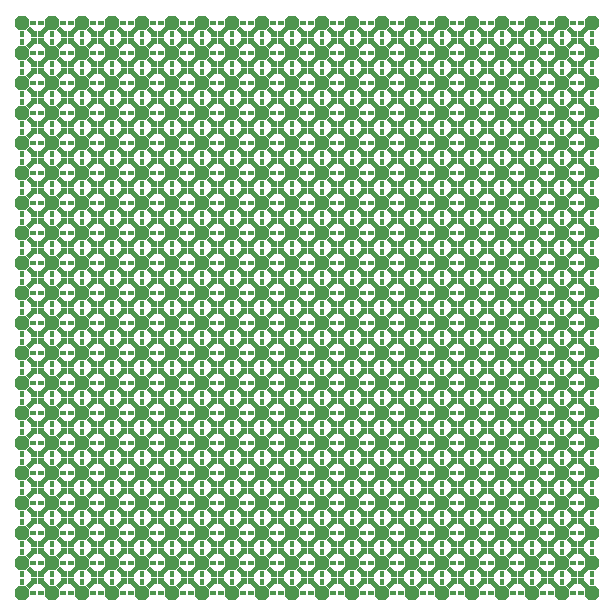
<source format=gts>
G75*
%MOIN*%
%OFA0B0*%
%FSLAX24Y24*%
%IPPOS*%
%LPD*%
%AMOC8*
5,1,8,0,0,1.08239X$1,22.5*
%
%ADD10R,0.0222X0.0167*%
%ADD11R,0.0167X0.0222*%
%ADD12R,0.0201X0.0200*%
%ADD13R,0.0200X0.0201*%
%ADD14OC8,0.0476*%
D10*
G36*
X000899Y000806D02*
X000743Y000650D01*
X000625Y000768D01*
X000781Y000924D01*
X000899Y000806D01*
G37*
X000868Y000530D03*
X001142Y000530D03*
G36*
X001229Y000924D02*
X001385Y000768D01*
X001267Y000650D01*
X001111Y000806D01*
X001229Y000924D01*
G37*
G36*
X001111Y001254D02*
X001267Y001410D01*
X001385Y001292D01*
X001229Y001136D01*
X001111Y001254D01*
G37*
X001142Y001530D03*
X000868Y001530D03*
G36*
X000781Y001136D02*
X000625Y001292D01*
X000743Y001410D01*
X000899Y001254D01*
X000781Y001136D01*
G37*
G36*
X000899Y001806D02*
X000743Y001650D01*
X000625Y001768D01*
X000781Y001924D01*
X000899Y001806D01*
G37*
G36*
X001229Y001924D02*
X001385Y001768D01*
X001267Y001650D01*
X001111Y001806D01*
X001229Y001924D01*
G37*
G36*
X001111Y002254D02*
X001267Y002410D01*
X001385Y002292D01*
X001229Y002136D01*
X001111Y002254D01*
G37*
X001142Y002530D03*
X000868Y002530D03*
G36*
X000781Y002136D02*
X000625Y002292D01*
X000743Y002410D01*
X000899Y002254D01*
X000781Y002136D01*
G37*
G36*
X000899Y002806D02*
X000743Y002650D01*
X000625Y002768D01*
X000781Y002924D01*
X000899Y002806D01*
G37*
G36*
X001229Y002924D02*
X001385Y002768D01*
X001267Y002650D01*
X001111Y002806D01*
X001229Y002924D01*
G37*
G36*
X001111Y003254D02*
X001267Y003410D01*
X001385Y003292D01*
X001229Y003136D01*
X001111Y003254D01*
G37*
X001142Y003530D03*
X000868Y003530D03*
G36*
X000781Y003136D02*
X000625Y003292D01*
X000743Y003410D01*
X000899Y003254D01*
X000781Y003136D01*
G37*
G36*
X000899Y003806D02*
X000743Y003650D01*
X000625Y003768D01*
X000781Y003924D01*
X000899Y003806D01*
G37*
G36*
X001229Y003924D02*
X001385Y003768D01*
X001267Y003650D01*
X001111Y003806D01*
X001229Y003924D01*
G37*
G36*
X001111Y004254D02*
X001267Y004410D01*
X001385Y004292D01*
X001229Y004136D01*
X001111Y004254D01*
G37*
X001142Y004530D03*
X000868Y004530D03*
G36*
X000781Y004136D02*
X000625Y004292D01*
X000743Y004410D01*
X000899Y004254D01*
X000781Y004136D01*
G37*
G36*
X000899Y004806D02*
X000743Y004650D01*
X000625Y004768D01*
X000781Y004924D01*
X000899Y004806D01*
G37*
G36*
X001229Y004924D02*
X001385Y004768D01*
X001267Y004650D01*
X001111Y004806D01*
X001229Y004924D01*
G37*
G36*
X001111Y005254D02*
X001267Y005410D01*
X001385Y005292D01*
X001229Y005136D01*
X001111Y005254D01*
G37*
X001142Y005530D03*
X000868Y005530D03*
G36*
X000781Y005136D02*
X000625Y005292D01*
X000743Y005410D01*
X000899Y005254D01*
X000781Y005136D01*
G37*
G36*
X000899Y005806D02*
X000743Y005650D01*
X000625Y005768D01*
X000781Y005924D01*
X000899Y005806D01*
G37*
G36*
X001229Y005924D02*
X001385Y005768D01*
X001267Y005650D01*
X001111Y005806D01*
X001229Y005924D01*
G37*
G36*
X001111Y006254D02*
X001267Y006410D01*
X001385Y006292D01*
X001229Y006136D01*
X001111Y006254D01*
G37*
X001142Y006530D03*
X000868Y006530D03*
G36*
X000781Y006136D02*
X000625Y006292D01*
X000743Y006410D01*
X000899Y006254D01*
X000781Y006136D01*
G37*
G36*
X000899Y006806D02*
X000743Y006650D01*
X000625Y006768D01*
X000781Y006924D01*
X000899Y006806D01*
G37*
G36*
X001229Y006924D02*
X001385Y006768D01*
X001267Y006650D01*
X001111Y006806D01*
X001229Y006924D01*
G37*
G36*
X001111Y007254D02*
X001267Y007410D01*
X001385Y007292D01*
X001229Y007136D01*
X001111Y007254D01*
G37*
X001142Y007530D03*
X000868Y007530D03*
G36*
X000781Y007136D02*
X000625Y007292D01*
X000743Y007410D01*
X000899Y007254D01*
X000781Y007136D01*
G37*
G36*
X000899Y007806D02*
X000743Y007650D01*
X000625Y007768D01*
X000781Y007924D01*
X000899Y007806D01*
G37*
G36*
X001229Y007924D02*
X001385Y007768D01*
X001267Y007650D01*
X001111Y007806D01*
X001229Y007924D01*
G37*
G36*
X001111Y008254D02*
X001267Y008410D01*
X001385Y008292D01*
X001229Y008136D01*
X001111Y008254D01*
G37*
X001142Y008530D03*
X000868Y008530D03*
G36*
X000781Y008136D02*
X000625Y008292D01*
X000743Y008410D01*
X000899Y008254D01*
X000781Y008136D01*
G37*
G36*
X000899Y008806D02*
X000743Y008650D01*
X000625Y008768D01*
X000781Y008924D01*
X000899Y008806D01*
G37*
G36*
X001229Y008924D02*
X001385Y008768D01*
X001267Y008650D01*
X001111Y008806D01*
X001229Y008924D01*
G37*
G36*
X001111Y009254D02*
X001267Y009410D01*
X001385Y009292D01*
X001229Y009136D01*
X001111Y009254D01*
G37*
X001142Y009530D03*
X000868Y009530D03*
G36*
X000781Y009136D02*
X000625Y009292D01*
X000743Y009410D01*
X000899Y009254D01*
X000781Y009136D01*
G37*
G36*
X000899Y009806D02*
X000743Y009650D01*
X000625Y009768D01*
X000781Y009924D01*
X000899Y009806D01*
G37*
G36*
X001229Y009924D02*
X001385Y009768D01*
X001267Y009650D01*
X001111Y009806D01*
X001229Y009924D01*
G37*
G36*
X001111Y010254D02*
X001267Y010410D01*
X001385Y010292D01*
X001229Y010136D01*
X001111Y010254D01*
G37*
X001142Y010530D03*
X000868Y010530D03*
G36*
X000781Y010136D02*
X000625Y010292D01*
X000743Y010410D01*
X000899Y010254D01*
X000781Y010136D01*
G37*
G36*
X000899Y010806D02*
X000743Y010650D01*
X000625Y010768D01*
X000781Y010924D01*
X000899Y010806D01*
G37*
G36*
X001229Y010924D02*
X001385Y010768D01*
X001267Y010650D01*
X001111Y010806D01*
X001229Y010924D01*
G37*
G36*
X001111Y011254D02*
X001267Y011410D01*
X001385Y011292D01*
X001229Y011136D01*
X001111Y011254D01*
G37*
X001142Y011530D03*
X000868Y011530D03*
G36*
X000781Y011136D02*
X000625Y011292D01*
X000743Y011410D01*
X000899Y011254D01*
X000781Y011136D01*
G37*
G36*
X000899Y011806D02*
X000743Y011650D01*
X000625Y011768D01*
X000781Y011924D01*
X000899Y011806D01*
G37*
G36*
X001229Y011924D02*
X001385Y011768D01*
X001267Y011650D01*
X001111Y011806D01*
X001229Y011924D01*
G37*
G36*
X001111Y012254D02*
X001267Y012410D01*
X001385Y012292D01*
X001229Y012136D01*
X001111Y012254D01*
G37*
X001142Y012530D03*
X000868Y012530D03*
G36*
X000781Y012136D02*
X000625Y012292D01*
X000743Y012410D01*
X000899Y012254D01*
X000781Y012136D01*
G37*
G36*
X000899Y012806D02*
X000743Y012650D01*
X000625Y012768D01*
X000781Y012924D01*
X000899Y012806D01*
G37*
G36*
X001229Y012924D02*
X001385Y012768D01*
X001267Y012650D01*
X001111Y012806D01*
X001229Y012924D01*
G37*
G36*
X001111Y013254D02*
X001267Y013410D01*
X001385Y013292D01*
X001229Y013136D01*
X001111Y013254D01*
G37*
X001142Y013530D03*
X000868Y013530D03*
G36*
X000781Y013136D02*
X000625Y013292D01*
X000743Y013410D01*
X000899Y013254D01*
X000781Y013136D01*
G37*
G36*
X000899Y013806D02*
X000743Y013650D01*
X000625Y013768D01*
X000781Y013924D01*
X000899Y013806D01*
G37*
G36*
X001229Y013924D02*
X001385Y013768D01*
X001267Y013650D01*
X001111Y013806D01*
X001229Y013924D01*
G37*
G36*
X001111Y014254D02*
X001267Y014410D01*
X001385Y014292D01*
X001229Y014136D01*
X001111Y014254D01*
G37*
X001142Y014530D03*
X000868Y014530D03*
G36*
X000781Y014136D02*
X000625Y014292D01*
X000743Y014410D01*
X000899Y014254D01*
X000781Y014136D01*
G37*
G36*
X000899Y014806D02*
X000743Y014650D01*
X000625Y014768D01*
X000781Y014924D01*
X000899Y014806D01*
G37*
G36*
X001229Y014924D02*
X001385Y014768D01*
X001267Y014650D01*
X001111Y014806D01*
X001229Y014924D01*
G37*
G36*
X001111Y015254D02*
X001267Y015410D01*
X001385Y015292D01*
X001229Y015136D01*
X001111Y015254D01*
G37*
X001142Y015530D03*
X000868Y015530D03*
G36*
X000781Y015136D02*
X000625Y015292D01*
X000743Y015410D01*
X000899Y015254D01*
X000781Y015136D01*
G37*
G36*
X000899Y015806D02*
X000743Y015650D01*
X000625Y015768D01*
X000781Y015924D01*
X000899Y015806D01*
G37*
G36*
X001229Y015924D02*
X001385Y015768D01*
X001267Y015650D01*
X001111Y015806D01*
X001229Y015924D01*
G37*
G36*
X001111Y016254D02*
X001267Y016410D01*
X001385Y016292D01*
X001229Y016136D01*
X001111Y016254D01*
G37*
X001142Y016530D03*
X000868Y016530D03*
G36*
X000781Y016136D02*
X000625Y016292D01*
X000743Y016410D01*
X000899Y016254D01*
X000781Y016136D01*
G37*
G36*
X000899Y016806D02*
X000743Y016650D01*
X000625Y016768D01*
X000781Y016924D01*
X000899Y016806D01*
G37*
G36*
X001229Y016924D02*
X001385Y016768D01*
X001267Y016650D01*
X001111Y016806D01*
X001229Y016924D01*
G37*
G36*
X001111Y017254D02*
X001267Y017410D01*
X001385Y017292D01*
X001229Y017136D01*
X001111Y017254D01*
G37*
X001142Y017530D03*
X000868Y017530D03*
G36*
X000781Y017136D02*
X000625Y017292D01*
X000743Y017410D01*
X000899Y017254D01*
X000781Y017136D01*
G37*
G36*
X000899Y017806D02*
X000743Y017650D01*
X000625Y017768D01*
X000781Y017924D01*
X000899Y017806D01*
G37*
G36*
X001229Y017924D02*
X001385Y017768D01*
X001267Y017650D01*
X001111Y017806D01*
X001229Y017924D01*
G37*
G36*
X001111Y018254D02*
X001267Y018410D01*
X001385Y018292D01*
X001229Y018136D01*
X001111Y018254D01*
G37*
X001142Y018530D03*
X000868Y018530D03*
G36*
X000781Y018136D02*
X000625Y018292D01*
X000743Y018410D01*
X000899Y018254D01*
X000781Y018136D01*
G37*
G36*
X000899Y018806D02*
X000743Y018650D01*
X000625Y018768D01*
X000781Y018924D01*
X000899Y018806D01*
G37*
G36*
X001229Y018924D02*
X001385Y018768D01*
X001267Y018650D01*
X001111Y018806D01*
X001229Y018924D01*
G37*
G36*
X001111Y019254D02*
X001267Y019410D01*
X001385Y019292D01*
X001229Y019136D01*
X001111Y019254D01*
G37*
X001142Y019530D03*
X000868Y019530D03*
G36*
X000781Y019136D02*
X000625Y019292D01*
X000743Y019410D01*
X000899Y019254D01*
X000781Y019136D01*
G37*
G36*
X001781Y019136D02*
X001625Y019292D01*
X001743Y019410D01*
X001899Y019254D01*
X001781Y019136D01*
G37*
G36*
X001899Y018806D02*
X001743Y018650D01*
X001625Y018768D01*
X001781Y018924D01*
X001899Y018806D01*
G37*
X001868Y018530D03*
X002142Y018530D03*
G36*
X002229Y018924D02*
X002385Y018768D01*
X002267Y018650D01*
X002111Y018806D01*
X002229Y018924D01*
G37*
G36*
X002111Y019254D02*
X002267Y019410D01*
X002385Y019292D01*
X002229Y019136D01*
X002111Y019254D01*
G37*
X002142Y019530D03*
X001868Y019530D03*
G36*
X002781Y019136D02*
X002625Y019292D01*
X002743Y019410D01*
X002899Y019254D01*
X002781Y019136D01*
G37*
G36*
X002899Y018806D02*
X002743Y018650D01*
X002625Y018768D01*
X002781Y018924D01*
X002899Y018806D01*
G37*
X002868Y018530D03*
X003142Y018530D03*
G36*
X003229Y018924D02*
X003385Y018768D01*
X003267Y018650D01*
X003111Y018806D01*
X003229Y018924D01*
G37*
G36*
X003111Y019254D02*
X003267Y019410D01*
X003385Y019292D01*
X003229Y019136D01*
X003111Y019254D01*
G37*
X003142Y019530D03*
X002868Y019530D03*
G36*
X003781Y019136D02*
X003625Y019292D01*
X003743Y019410D01*
X003899Y019254D01*
X003781Y019136D01*
G37*
G36*
X003899Y018806D02*
X003743Y018650D01*
X003625Y018768D01*
X003781Y018924D01*
X003899Y018806D01*
G37*
X003868Y018530D03*
X004142Y018530D03*
G36*
X004229Y018924D02*
X004385Y018768D01*
X004267Y018650D01*
X004111Y018806D01*
X004229Y018924D01*
G37*
G36*
X004111Y019254D02*
X004267Y019410D01*
X004385Y019292D01*
X004229Y019136D01*
X004111Y019254D01*
G37*
X004142Y019530D03*
X003868Y019530D03*
G36*
X004781Y019136D02*
X004625Y019292D01*
X004743Y019410D01*
X004899Y019254D01*
X004781Y019136D01*
G37*
G36*
X004899Y018806D02*
X004743Y018650D01*
X004625Y018768D01*
X004781Y018924D01*
X004899Y018806D01*
G37*
X004868Y018530D03*
X005142Y018530D03*
G36*
X005229Y018924D02*
X005385Y018768D01*
X005267Y018650D01*
X005111Y018806D01*
X005229Y018924D01*
G37*
G36*
X005111Y019254D02*
X005267Y019410D01*
X005385Y019292D01*
X005229Y019136D01*
X005111Y019254D01*
G37*
X005142Y019530D03*
X004868Y019530D03*
G36*
X005781Y019136D02*
X005625Y019292D01*
X005743Y019410D01*
X005899Y019254D01*
X005781Y019136D01*
G37*
G36*
X005899Y018806D02*
X005743Y018650D01*
X005625Y018768D01*
X005781Y018924D01*
X005899Y018806D01*
G37*
X005868Y018530D03*
X006142Y018530D03*
G36*
X006229Y018924D02*
X006385Y018768D01*
X006267Y018650D01*
X006111Y018806D01*
X006229Y018924D01*
G37*
G36*
X006111Y019254D02*
X006267Y019410D01*
X006385Y019292D01*
X006229Y019136D01*
X006111Y019254D01*
G37*
X006142Y019530D03*
X005868Y019530D03*
G36*
X006781Y019136D02*
X006625Y019292D01*
X006743Y019410D01*
X006899Y019254D01*
X006781Y019136D01*
G37*
G36*
X006899Y018806D02*
X006743Y018650D01*
X006625Y018768D01*
X006781Y018924D01*
X006899Y018806D01*
G37*
X006868Y018530D03*
X007142Y018530D03*
G36*
X007229Y018924D02*
X007385Y018768D01*
X007267Y018650D01*
X007111Y018806D01*
X007229Y018924D01*
G37*
G36*
X007111Y019254D02*
X007267Y019410D01*
X007385Y019292D01*
X007229Y019136D01*
X007111Y019254D01*
G37*
X007142Y019530D03*
X006868Y019530D03*
G36*
X007781Y019136D02*
X007625Y019292D01*
X007743Y019410D01*
X007899Y019254D01*
X007781Y019136D01*
G37*
G36*
X007899Y018806D02*
X007743Y018650D01*
X007625Y018768D01*
X007781Y018924D01*
X007899Y018806D01*
G37*
X007868Y018530D03*
X008142Y018530D03*
G36*
X008229Y018924D02*
X008385Y018768D01*
X008267Y018650D01*
X008111Y018806D01*
X008229Y018924D01*
G37*
G36*
X008111Y019254D02*
X008267Y019410D01*
X008385Y019292D01*
X008229Y019136D01*
X008111Y019254D01*
G37*
X008142Y019530D03*
X007868Y019530D03*
G36*
X008781Y019136D02*
X008625Y019292D01*
X008743Y019410D01*
X008899Y019254D01*
X008781Y019136D01*
G37*
G36*
X008899Y018806D02*
X008743Y018650D01*
X008625Y018768D01*
X008781Y018924D01*
X008899Y018806D01*
G37*
X008868Y018530D03*
X009142Y018530D03*
G36*
X009229Y018924D02*
X009385Y018768D01*
X009267Y018650D01*
X009111Y018806D01*
X009229Y018924D01*
G37*
G36*
X009111Y019254D02*
X009267Y019410D01*
X009385Y019292D01*
X009229Y019136D01*
X009111Y019254D01*
G37*
X009142Y019530D03*
X008868Y019530D03*
G36*
X009781Y019136D02*
X009625Y019292D01*
X009743Y019410D01*
X009899Y019254D01*
X009781Y019136D01*
G37*
G36*
X009899Y018806D02*
X009743Y018650D01*
X009625Y018768D01*
X009781Y018924D01*
X009899Y018806D01*
G37*
X009868Y018530D03*
X010142Y018530D03*
G36*
X010229Y018924D02*
X010385Y018768D01*
X010267Y018650D01*
X010111Y018806D01*
X010229Y018924D01*
G37*
G36*
X010111Y019254D02*
X010267Y019410D01*
X010385Y019292D01*
X010229Y019136D01*
X010111Y019254D01*
G37*
X010142Y019530D03*
X009868Y019530D03*
G36*
X010781Y019136D02*
X010625Y019292D01*
X010743Y019410D01*
X010899Y019254D01*
X010781Y019136D01*
G37*
G36*
X010899Y018806D02*
X010743Y018650D01*
X010625Y018768D01*
X010781Y018924D01*
X010899Y018806D01*
G37*
X010868Y018530D03*
X011142Y018530D03*
G36*
X011229Y018924D02*
X011385Y018768D01*
X011267Y018650D01*
X011111Y018806D01*
X011229Y018924D01*
G37*
G36*
X011111Y019254D02*
X011267Y019410D01*
X011385Y019292D01*
X011229Y019136D01*
X011111Y019254D01*
G37*
X011142Y019530D03*
X010868Y019530D03*
G36*
X011781Y019136D02*
X011625Y019292D01*
X011743Y019410D01*
X011899Y019254D01*
X011781Y019136D01*
G37*
G36*
X011899Y018806D02*
X011743Y018650D01*
X011625Y018768D01*
X011781Y018924D01*
X011899Y018806D01*
G37*
X011868Y018530D03*
X012142Y018530D03*
G36*
X012229Y018924D02*
X012385Y018768D01*
X012267Y018650D01*
X012111Y018806D01*
X012229Y018924D01*
G37*
G36*
X012111Y019254D02*
X012267Y019410D01*
X012385Y019292D01*
X012229Y019136D01*
X012111Y019254D01*
G37*
X012142Y019530D03*
X011868Y019530D03*
G36*
X012781Y019136D02*
X012625Y019292D01*
X012743Y019410D01*
X012899Y019254D01*
X012781Y019136D01*
G37*
G36*
X012899Y018806D02*
X012743Y018650D01*
X012625Y018768D01*
X012781Y018924D01*
X012899Y018806D01*
G37*
X012868Y018530D03*
X013142Y018530D03*
G36*
X013229Y018924D02*
X013385Y018768D01*
X013267Y018650D01*
X013111Y018806D01*
X013229Y018924D01*
G37*
G36*
X013111Y019254D02*
X013267Y019410D01*
X013385Y019292D01*
X013229Y019136D01*
X013111Y019254D01*
G37*
X013142Y019530D03*
X012868Y019530D03*
G36*
X013781Y019136D02*
X013625Y019292D01*
X013743Y019410D01*
X013899Y019254D01*
X013781Y019136D01*
G37*
G36*
X013899Y018806D02*
X013743Y018650D01*
X013625Y018768D01*
X013781Y018924D01*
X013899Y018806D01*
G37*
X013868Y018530D03*
X014142Y018530D03*
G36*
X014229Y018924D02*
X014385Y018768D01*
X014267Y018650D01*
X014111Y018806D01*
X014229Y018924D01*
G37*
G36*
X014111Y019254D02*
X014267Y019410D01*
X014385Y019292D01*
X014229Y019136D01*
X014111Y019254D01*
G37*
X014142Y019530D03*
X013868Y019530D03*
G36*
X014781Y019136D02*
X014625Y019292D01*
X014743Y019410D01*
X014899Y019254D01*
X014781Y019136D01*
G37*
G36*
X014899Y018806D02*
X014743Y018650D01*
X014625Y018768D01*
X014781Y018924D01*
X014899Y018806D01*
G37*
X014868Y018530D03*
X015142Y018530D03*
G36*
X015229Y018924D02*
X015385Y018768D01*
X015267Y018650D01*
X015111Y018806D01*
X015229Y018924D01*
G37*
G36*
X015111Y019254D02*
X015267Y019410D01*
X015385Y019292D01*
X015229Y019136D01*
X015111Y019254D01*
G37*
X015142Y019530D03*
X014868Y019530D03*
G36*
X015781Y019136D02*
X015625Y019292D01*
X015743Y019410D01*
X015899Y019254D01*
X015781Y019136D01*
G37*
G36*
X015899Y018806D02*
X015743Y018650D01*
X015625Y018768D01*
X015781Y018924D01*
X015899Y018806D01*
G37*
X015868Y018530D03*
X016142Y018530D03*
G36*
X016229Y018924D02*
X016385Y018768D01*
X016267Y018650D01*
X016111Y018806D01*
X016229Y018924D01*
G37*
G36*
X016111Y019254D02*
X016267Y019410D01*
X016385Y019292D01*
X016229Y019136D01*
X016111Y019254D01*
G37*
X016142Y019530D03*
X015868Y019530D03*
G36*
X016781Y019136D02*
X016625Y019292D01*
X016743Y019410D01*
X016899Y019254D01*
X016781Y019136D01*
G37*
G36*
X016899Y018806D02*
X016743Y018650D01*
X016625Y018768D01*
X016781Y018924D01*
X016899Y018806D01*
G37*
X016868Y018530D03*
X017142Y018530D03*
G36*
X017229Y018924D02*
X017385Y018768D01*
X017267Y018650D01*
X017111Y018806D01*
X017229Y018924D01*
G37*
G36*
X017111Y019254D02*
X017267Y019410D01*
X017385Y019292D01*
X017229Y019136D01*
X017111Y019254D01*
G37*
X017142Y019530D03*
X016868Y019530D03*
G36*
X017781Y019136D02*
X017625Y019292D01*
X017743Y019410D01*
X017899Y019254D01*
X017781Y019136D01*
G37*
G36*
X017899Y018806D02*
X017743Y018650D01*
X017625Y018768D01*
X017781Y018924D01*
X017899Y018806D01*
G37*
X017868Y018530D03*
X018142Y018530D03*
G36*
X018229Y018924D02*
X018385Y018768D01*
X018267Y018650D01*
X018111Y018806D01*
X018229Y018924D01*
G37*
G36*
X018111Y019254D02*
X018267Y019410D01*
X018385Y019292D01*
X018229Y019136D01*
X018111Y019254D01*
G37*
X018142Y019530D03*
X017868Y019530D03*
G36*
X018781Y019136D02*
X018625Y019292D01*
X018743Y019410D01*
X018899Y019254D01*
X018781Y019136D01*
G37*
G36*
X018899Y018806D02*
X018743Y018650D01*
X018625Y018768D01*
X018781Y018924D01*
X018899Y018806D01*
G37*
X018868Y018530D03*
X019142Y018530D03*
G36*
X019229Y018924D02*
X019385Y018768D01*
X019267Y018650D01*
X019111Y018806D01*
X019229Y018924D01*
G37*
G36*
X019111Y019254D02*
X019267Y019410D01*
X019385Y019292D01*
X019229Y019136D01*
X019111Y019254D01*
G37*
X019142Y019530D03*
X018868Y019530D03*
G36*
X018781Y018136D02*
X018625Y018292D01*
X018743Y018410D01*
X018899Y018254D01*
X018781Y018136D01*
G37*
G36*
X018899Y017806D02*
X018743Y017650D01*
X018625Y017768D01*
X018781Y017924D01*
X018899Y017806D01*
G37*
X018868Y017530D03*
X019142Y017530D03*
G36*
X019229Y017924D02*
X019385Y017768D01*
X019267Y017650D01*
X019111Y017806D01*
X019229Y017924D01*
G37*
G36*
X019111Y018254D02*
X019267Y018410D01*
X019385Y018292D01*
X019229Y018136D01*
X019111Y018254D01*
G37*
G36*
X018111Y018254D02*
X018267Y018410D01*
X018385Y018292D01*
X018229Y018136D01*
X018111Y018254D01*
G37*
G36*
X017781Y018136D02*
X017625Y018292D01*
X017743Y018410D01*
X017899Y018254D01*
X017781Y018136D01*
G37*
G36*
X017899Y017806D02*
X017743Y017650D01*
X017625Y017768D01*
X017781Y017924D01*
X017899Y017806D01*
G37*
X017868Y017530D03*
X018142Y017530D03*
G36*
X018229Y017924D02*
X018385Y017768D01*
X018267Y017650D01*
X018111Y017806D01*
X018229Y017924D01*
G37*
G36*
X018111Y017254D02*
X018267Y017410D01*
X018385Y017292D01*
X018229Y017136D01*
X018111Y017254D01*
G37*
G36*
X017781Y017136D02*
X017625Y017292D01*
X017743Y017410D01*
X017899Y017254D01*
X017781Y017136D01*
G37*
G36*
X017899Y016806D02*
X017743Y016650D01*
X017625Y016768D01*
X017781Y016924D01*
X017899Y016806D01*
G37*
X017868Y016530D03*
X018142Y016530D03*
G36*
X018229Y016924D02*
X018385Y016768D01*
X018267Y016650D01*
X018111Y016806D01*
X018229Y016924D01*
G37*
G36*
X018899Y016806D02*
X018743Y016650D01*
X018625Y016768D01*
X018781Y016924D01*
X018899Y016806D01*
G37*
X018868Y016530D03*
X019142Y016530D03*
G36*
X019229Y016924D02*
X019385Y016768D01*
X019267Y016650D01*
X019111Y016806D01*
X019229Y016924D01*
G37*
G36*
X019111Y017254D02*
X019267Y017410D01*
X019385Y017292D01*
X019229Y017136D01*
X019111Y017254D01*
G37*
G36*
X018781Y017136D02*
X018625Y017292D01*
X018743Y017410D01*
X018899Y017254D01*
X018781Y017136D01*
G37*
G36*
X018781Y016136D02*
X018625Y016292D01*
X018743Y016410D01*
X018899Y016254D01*
X018781Y016136D01*
G37*
G36*
X018899Y015806D02*
X018743Y015650D01*
X018625Y015768D01*
X018781Y015924D01*
X018899Y015806D01*
G37*
X018868Y015530D03*
X019142Y015530D03*
G36*
X019229Y015924D02*
X019385Y015768D01*
X019267Y015650D01*
X019111Y015806D01*
X019229Y015924D01*
G37*
G36*
X019111Y016254D02*
X019267Y016410D01*
X019385Y016292D01*
X019229Y016136D01*
X019111Y016254D01*
G37*
G36*
X018111Y016254D02*
X018267Y016410D01*
X018385Y016292D01*
X018229Y016136D01*
X018111Y016254D01*
G37*
G36*
X017781Y016136D02*
X017625Y016292D01*
X017743Y016410D01*
X017899Y016254D01*
X017781Y016136D01*
G37*
G36*
X017899Y015806D02*
X017743Y015650D01*
X017625Y015768D01*
X017781Y015924D01*
X017899Y015806D01*
G37*
X017868Y015530D03*
X018142Y015530D03*
G36*
X018229Y015924D02*
X018385Y015768D01*
X018267Y015650D01*
X018111Y015806D01*
X018229Y015924D01*
G37*
G36*
X018111Y015254D02*
X018267Y015410D01*
X018385Y015292D01*
X018229Y015136D01*
X018111Y015254D01*
G37*
G36*
X017781Y015136D02*
X017625Y015292D01*
X017743Y015410D01*
X017899Y015254D01*
X017781Y015136D01*
G37*
G36*
X017899Y014806D02*
X017743Y014650D01*
X017625Y014768D01*
X017781Y014924D01*
X017899Y014806D01*
G37*
X017868Y014530D03*
X018142Y014530D03*
G36*
X018229Y014924D02*
X018385Y014768D01*
X018267Y014650D01*
X018111Y014806D01*
X018229Y014924D01*
G37*
G36*
X018899Y014806D02*
X018743Y014650D01*
X018625Y014768D01*
X018781Y014924D01*
X018899Y014806D01*
G37*
X018868Y014530D03*
X019142Y014530D03*
G36*
X019229Y014924D02*
X019385Y014768D01*
X019267Y014650D01*
X019111Y014806D01*
X019229Y014924D01*
G37*
G36*
X019111Y015254D02*
X019267Y015410D01*
X019385Y015292D01*
X019229Y015136D01*
X019111Y015254D01*
G37*
G36*
X018781Y015136D02*
X018625Y015292D01*
X018743Y015410D01*
X018899Y015254D01*
X018781Y015136D01*
G37*
G36*
X018781Y014136D02*
X018625Y014292D01*
X018743Y014410D01*
X018899Y014254D01*
X018781Y014136D01*
G37*
G36*
X018899Y013806D02*
X018743Y013650D01*
X018625Y013768D01*
X018781Y013924D01*
X018899Y013806D01*
G37*
X018868Y013530D03*
X019142Y013530D03*
G36*
X019229Y013924D02*
X019385Y013768D01*
X019267Y013650D01*
X019111Y013806D01*
X019229Y013924D01*
G37*
G36*
X019111Y014254D02*
X019267Y014410D01*
X019385Y014292D01*
X019229Y014136D01*
X019111Y014254D01*
G37*
G36*
X018111Y014254D02*
X018267Y014410D01*
X018385Y014292D01*
X018229Y014136D01*
X018111Y014254D01*
G37*
G36*
X017781Y014136D02*
X017625Y014292D01*
X017743Y014410D01*
X017899Y014254D01*
X017781Y014136D01*
G37*
G36*
X017899Y013806D02*
X017743Y013650D01*
X017625Y013768D01*
X017781Y013924D01*
X017899Y013806D01*
G37*
X017868Y013530D03*
X018142Y013530D03*
G36*
X018229Y013924D02*
X018385Y013768D01*
X018267Y013650D01*
X018111Y013806D01*
X018229Y013924D01*
G37*
G36*
X018111Y013254D02*
X018267Y013410D01*
X018385Y013292D01*
X018229Y013136D01*
X018111Y013254D01*
G37*
G36*
X017781Y013136D02*
X017625Y013292D01*
X017743Y013410D01*
X017899Y013254D01*
X017781Y013136D01*
G37*
G36*
X017899Y012806D02*
X017743Y012650D01*
X017625Y012768D01*
X017781Y012924D01*
X017899Y012806D01*
G37*
X017868Y012530D03*
X018142Y012530D03*
G36*
X018229Y012924D02*
X018385Y012768D01*
X018267Y012650D01*
X018111Y012806D01*
X018229Y012924D01*
G37*
G36*
X018899Y012806D02*
X018743Y012650D01*
X018625Y012768D01*
X018781Y012924D01*
X018899Y012806D01*
G37*
X018868Y012530D03*
X019142Y012530D03*
G36*
X019229Y012924D02*
X019385Y012768D01*
X019267Y012650D01*
X019111Y012806D01*
X019229Y012924D01*
G37*
G36*
X019111Y013254D02*
X019267Y013410D01*
X019385Y013292D01*
X019229Y013136D01*
X019111Y013254D01*
G37*
G36*
X018781Y013136D02*
X018625Y013292D01*
X018743Y013410D01*
X018899Y013254D01*
X018781Y013136D01*
G37*
G36*
X018781Y012136D02*
X018625Y012292D01*
X018743Y012410D01*
X018899Y012254D01*
X018781Y012136D01*
G37*
G36*
X018899Y011806D02*
X018743Y011650D01*
X018625Y011768D01*
X018781Y011924D01*
X018899Y011806D01*
G37*
X018868Y011530D03*
X019142Y011530D03*
G36*
X019229Y011924D02*
X019385Y011768D01*
X019267Y011650D01*
X019111Y011806D01*
X019229Y011924D01*
G37*
G36*
X019111Y012254D02*
X019267Y012410D01*
X019385Y012292D01*
X019229Y012136D01*
X019111Y012254D01*
G37*
G36*
X018111Y012254D02*
X018267Y012410D01*
X018385Y012292D01*
X018229Y012136D01*
X018111Y012254D01*
G37*
G36*
X017781Y012136D02*
X017625Y012292D01*
X017743Y012410D01*
X017899Y012254D01*
X017781Y012136D01*
G37*
G36*
X017899Y011806D02*
X017743Y011650D01*
X017625Y011768D01*
X017781Y011924D01*
X017899Y011806D01*
G37*
X017868Y011530D03*
X018142Y011530D03*
G36*
X018229Y011924D02*
X018385Y011768D01*
X018267Y011650D01*
X018111Y011806D01*
X018229Y011924D01*
G37*
G36*
X018111Y011254D02*
X018267Y011410D01*
X018385Y011292D01*
X018229Y011136D01*
X018111Y011254D01*
G37*
G36*
X017781Y011136D02*
X017625Y011292D01*
X017743Y011410D01*
X017899Y011254D01*
X017781Y011136D01*
G37*
G36*
X017899Y010806D02*
X017743Y010650D01*
X017625Y010768D01*
X017781Y010924D01*
X017899Y010806D01*
G37*
X017868Y010530D03*
X018142Y010530D03*
G36*
X018229Y010924D02*
X018385Y010768D01*
X018267Y010650D01*
X018111Y010806D01*
X018229Y010924D01*
G37*
G36*
X018899Y010806D02*
X018743Y010650D01*
X018625Y010768D01*
X018781Y010924D01*
X018899Y010806D01*
G37*
X018868Y010530D03*
X019142Y010530D03*
G36*
X019229Y010924D02*
X019385Y010768D01*
X019267Y010650D01*
X019111Y010806D01*
X019229Y010924D01*
G37*
G36*
X019111Y011254D02*
X019267Y011410D01*
X019385Y011292D01*
X019229Y011136D01*
X019111Y011254D01*
G37*
G36*
X018781Y011136D02*
X018625Y011292D01*
X018743Y011410D01*
X018899Y011254D01*
X018781Y011136D01*
G37*
G36*
X018781Y010136D02*
X018625Y010292D01*
X018743Y010410D01*
X018899Y010254D01*
X018781Y010136D01*
G37*
G36*
X018899Y009806D02*
X018743Y009650D01*
X018625Y009768D01*
X018781Y009924D01*
X018899Y009806D01*
G37*
X018868Y009530D03*
X019142Y009530D03*
G36*
X019229Y009924D02*
X019385Y009768D01*
X019267Y009650D01*
X019111Y009806D01*
X019229Y009924D01*
G37*
G36*
X019111Y010254D02*
X019267Y010410D01*
X019385Y010292D01*
X019229Y010136D01*
X019111Y010254D01*
G37*
G36*
X018111Y010254D02*
X018267Y010410D01*
X018385Y010292D01*
X018229Y010136D01*
X018111Y010254D01*
G37*
G36*
X017781Y010136D02*
X017625Y010292D01*
X017743Y010410D01*
X017899Y010254D01*
X017781Y010136D01*
G37*
G36*
X017899Y009806D02*
X017743Y009650D01*
X017625Y009768D01*
X017781Y009924D01*
X017899Y009806D01*
G37*
X017868Y009530D03*
X018142Y009530D03*
G36*
X018229Y009924D02*
X018385Y009768D01*
X018267Y009650D01*
X018111Y009806D01*
X018229Y009924D01*
G37*
G36*
X018111Y009254D02*
X018267Y009410D01*
X018385Y009292D01*
X018229Y009136D01*
X018111Y009254D01*
G37*
G36*
X017781Y009136D02*
X017625Y009292D01*
X017743Y009410D01*
X017899Y009254D01*
X017781Y009136D01*
G37*
G36*
X017899Y008806D02*
X017743Y008650D01*
X017625Y008768D01*
X017781Y008924D01*
X017899Y008806D01*
G37*
X017868Y008530D03*
X018142Y008530D03*
G36*
X018229Y008924D02*
X018385Y008768D01*
X018267Y008650D01*
X018111Y008806D01*
X018229Y008924D01*
G37*
G36*
X018899Y008806D02*
X018743Y008650D01*
X018625Y008768D01*
X018781Y008924D01*
X018899Y008806D01*
G37*
X018868Y008530D03*
X019142Y008530D03*
G36*
X019229Y008924D02*
X019385Y008768D01*
X019267Y008650D01*
X019111Y008806D01*
X019229Y008924D01*
G37*
G36*
X019111Y009254D02*
X019267Y009410D01*
X019385Y009292D01*
X019229Y009136D01*
X019111Y009254D01*
G37*
G36*
X018781Y009136D02*
X018625Y009292D01*
X018743Y009410D01*
X018899Y009254D01*
X018781Y009136D01*
G37*
G36*
X018781Y008136D02*
X018625Y008292D01*
X018743Y008410D01*
X018899Y008254D01*
X018781Y008136D01*
G37*
G36*
X018899Y007806D02*
X018743Y007650D01*
X018625Y007768D01*
X018781Y007924D01*
X018899Y007806D01*
G37*
X018868Y007530D03*
X019142Y007530D03*
G36*
X019229Y007924D02*
X019385Y007768D01*
X019267Y007650D01*
X019111Y007806D01*
X019229Y007924D01*
G37*
G36*
X019111Y008254D02*
X019267Y008410D01*
X019385Y008292D01*
X019229Y008136D01*
X019111Y008254D01*
G37*
G36*
X018111Y008254D02*
X018267Y008410D01*
X018385Y008292D01*
X018229Y008136D01*
X018111Y008254D01*
G37*
G36*
X017781Y008136D02*
X017625Y008292D01*
X017743Y008410D01*
X017899Y008254D01*
X017781Y008136D01*
G37*
G36*
X017899Y007806D02*
X017743Y007650D01*
X017625Y007768D01*
X017781Y007924D01*
X017899Y007806D01*
G37*
X017868Y007530D03*
X018142Y007530D03*
G36*
X018229Y007924D02*
X018385Y007768D01*
X018267Y007650D01*
X018111Y007806D01*
X018229Y007924D01*
G37*
G36*
X018111Y007254D02*
X018267Y007410D01*
X018385Y007292D01*
X018229Y007136D01*
X018111Y007254D01*
G37*
G36*
X017781Y007136D02*
X017625Y007292D01*
X017743Y007410D01*
X017899Y007254D01*
X017781Y007136D01*
G37*
G36*
X017899Y006806D02*
X017743Y006650D01*
X017625Y006768D01*
X017781Y006924D01*
X017899Y006806D01*
G37*
X017868Y006530D03*
X018142Y006530D03*
G36*
X018229Y006924D02*
X018385Y006768D01*
X018267Y006650D01*
X018111Y006806D01*
X018229Y006924D01*
G37*
G36*
X018899Y006806D02*
X018743Y006650D01*
X018625Y006768D01*
X018781Y006924D01*
X018899Y006806D01*
G37*
X018868Y006530D03*
X019142Y006530D03*
G36*
X019229Y006924D02*
X019385Y006768D01*
X019267Y006650D01*
X019111Y006806D01*
X019229Y006924D01*
G37*
G36*
X019111Y007254D02*
X019267Y007410D01*
X019385Y007292D01*
X019229Y007136D01*
X019111Y007254D01*
G37*
G36*
X018781Y007136D02*
X018625Y007292D01*
X018743Y007410D01*
X018899Y007254D01*
X018781Y007136D01*
G37*
G36*
X018781Y006136D02*
X018625Y006292D01*
X018743Y006410D01*
X018899Y006254D01*
X018781Y006136D01*
G37*
G36*
X018899Y005806D02*
X018743Y005650D01*
X018625Y005768D01*
X018781Y005924D01*
X018899Y005806D01*
G37*
X018868Y005530D03*
X019142Y005530D03*
G36*
X019229Y005924D02*
X019385Y005768D01*
X019267Y005650D01*
X019111Y005806D01*
X019229Y005924D01*
G37*
G36*
X019111Y006254D02*
X019267Y006410D01*
X019385Y006292D01*
X019229Y006136D01*
X019111Y006254D01*
G37*
G36*
X018111Y006254D02*
X018267Y006410D01*
X018385Y006292D01*
X018229Y006136D01*
X018111Y006254D01*
G37*
G36*
X017781Y006136D02*
X017625Y006292D01*
X017743Y006410D01*
X017899Y006254D01*
X017781Y006136D01*
G37*
G36*
X017899Y005806D02*
X017743Y005650D01*
X017625Y005768D01*
X017781Y005924D01*
X017899Y005806D01*
G37*
X017868Y005530D03*
X018142Y005530D03*
G36*
X018229Y005924D02*
X018385Y005768D01*
X018267Y005650D01*
X018111Y005806D01*
X018229Y005924D01*
G37*
G36*
X018111Y005254D02*
X018267Y005410D01*
X018385Y005292D01*
X018229Y005136D01*
X018111Y005254D01*
G37*
G36*
X017781Y005136D02*
X017625Y005292D01*
X017743Y005410D01*
X017899Y005254D01*
X017781Y005136D01*
G37*
G36*
X017899Y004806D02*
X017743Y004650D01*
X017625Y004768D01*
X017781Y004924D01*
X017899Y004806D01*
G37*
X017868Y004530D03*
X018142Y004530D03*
G36*
X018229Y004924D02*
X018385Y004768D01*
X018267Y004650D01*
X018111Y004806D01*
X018229Y004924D01*
G37*
G36*
X018899Y004806D02*
X018743Y004650D01*
X018625Y004768D01*
X018781Y004924D01*
X018899Y004806D01*
G37*
X018868Y004530D03*
X019142Y004530D03*
G36*
X019229Y004924D02*
X019385Y004768D01*
X019267Y004650D01*
X019111Y004806D01*
X019229Y004924D01*
G37*
G36*
X019111Y005254D02*
X019267Y005410D01*
X019385Y005292D01*
X019229Y005136D01*
X019111Y005254D01*
G37*
G36*
X018781Y005136D02*
X018625Y005292D01*
X018743Y005410D01*
X018899Y005254D01*
X018781Y005136D01*
G37*
G36*
X018781Y004136D02*
X018625Y004292D01*
X018743Y004410D01*
X018899Y004254D01*
X018781Y004136D01*
G37*
G36*
X018899Y003806D02*
X018743Y003650D01*
X018625Y003768D01*
X018781Y003924D01*
X018899Y003806D01*
G37*
X018868Y003530D03*
X019142Y003530D03*
G36*
X019229Y003924D02*
X019385Y003768D01*
X019267Y003650D01*
X019111Y003806D01*
X019229Y003924D01*
G37*
G36*
X019111Y004254D02*
X019267Y004410D01*
X019385Y004292D01*
X019229Y004136D01*
X019111Y004254D01*
G37*
G36*
X018111Y004254D02*
X018267Y004410D01*
X018385Y004292D01*
X018229Y004136D01*
X018111Y004254D01*
G37*
G36*
X017781Y004136D02*
X017625Y004292D01*
X017743Y004410D01*
X017899Y004254D01*
X017781Y004136D01*
G37*
G36*
X017899Y003806D02*
X017743Y003650D01*
X017625Y003768D01*
X017781Y003924D01*
X017899Y003806D01*
G37*
X017868Y003530D03*
X018142Y003530D03*
G36*
X018229Y003924D02*
X018385Y003768D01*
X018267Y003650D01*
X018111Y003806D01*
X018229Y003924D01*
G37*
G36*
X018111Y003254D02*
X018267Y003410D01*
X018385Y003292D01*
X018229Y003136D01*
X018111Y003254D01*
G37*
G36*
X017781Y003136D02*
X017625Y003292D01*
X017743Y003410D01*
X017899Y003254D01*
X017781Y003136D01*
G37*
G36*
X017899Y002806D02*
X017743Y002650D01*
X017625Y002768D01*
X017781Y002924D01*
X017899Y002806D01*
G37*
X017868Y002530D03*
X018142Y002530D03*
G36*
X018229Y002924D02*
X018385Y002768D01*
X018267Y002650D01*
X018111Y002806D01*
X018229Y002924D01*
G37*
G36*
X018899Y002806D02*
X018743Y002650D01*
X018625Y002768D01*
X018781Y002924D01*
X018899Y002806D01*
G37*
X018868Y002530D03*
X019142Y002530D03*
G36*
X019229Y002924D02*
X019385Y002768D01*
X019267Y002650D01*
X019111Y002806D01*
X019229Y002924D01*
G37*
G36*
X019111Y003254D02*
X019267Y003410D01*
X019385Y003292D01*
X019229Y003136D01*
X019111Y003254D01*
G37*
G36*
X018781Y003136D02*
X018625Y003292D01*
X018743Y003410D01*
X018899Y003254D01*
X018781Y003136D01*
G37*
G36*
X018781Y002136D02*
X018625Y002292D01*
X018743Y002410D01*
X018899Y002254D01*
X018781Y002136D01*
G37*
G36*
X018899Y001806D02*
X018743Y001650D01*
X018625Y001768D01*
X018781Y001924D01*
X018899Y001806D01*
G37*
X018868Y001530D03*
X019142Y001530D03*
G36*
X019229Y001924D02*
X019385Y001768D01*
X019267Y001650D01*
X019111Y001806D01*
X019229Y001924D01*
G37*
G36*
X019111Y002254D02*
X019267Y002410D01*
X019385Y002292D01*
X019229Y002136D01*
X019111Y002254D01*
G37*
G36*
X018111Y002254D02*
X018267Y002410D01*
X018385Y002292D01*
X018229Y002136D01*
X018111Y002254D01*
G37*
G36*
X017781Y002136D02*
X017625Y002292D01*
X017743Y002410D01*
X017899Y002254D01*
X017781Y002136D01*
G37*
G36*
X017899Y001806D02*
X017743Y001650D01*
X017625Y001768D01*
X017781Y001924D01*
X017899Y001806D01*
G37*
X017868Y001530D03*
X018142Y001530D03*
G36*
X018229Y001924D02*
X018385Y001768D01*
X018267Y001650D01*
X018111Y001806D01*
X018229Y001924D01*
G37*
G36*
X018111Y001254D02*
X018267Y001410D01*
X018385Y001292D01*
X018229Y001136D01*
X018111Y001254D01*
G37*
G36*
X017781Y001136D02*
X017625Y001292D01*
X017743Y001410D01*
X017899Y001254D01*
X017781Y001136D01*
G37*
G36*
X017899Y000806D02*
X017743Y000650D01*
X017625Y000768D01*
X017781Y000924D01*
X017899Y000806D01*
G37*
X017868Y000530D03*
X018142Y000530D03*
G36*
X018229Y000924D02*
X018385Y000768D01*
X018267Y000650D01*
X018111Y000806D01*
X018229Y000924D01*
G37*
G36*
X018899Y000806D02*
X018743Y000650D01*
X018625Y000768D01*
X018781Y000924D01*
X018899Y000806D01*
G37*
X018868Y000530D03*
X019142Y000530D03*
G36*
X019229Y000924D02*
X019385Y000768D01*
X019267Y000650D01*
X019111Y000806D01*
X019229Y000924D01*
G37*
G36*
X019111Y001254D02*
X019267Y001410D01*
X019385Y001292D01*
X019229Y001136D01*
X019111Y001254D01*
G37*
G36*
X018781Y001136D02*
X018625Y001292D01*
X018743Y001410D01*
X018899Y001254D01*
X018781Y001136D01*
G37*
G36*
X017111Y001254D02*
X017267Y001410D01*
X017385Y001292D01*
X017229Y001136D01*
X017111Y001254D01*
G37*
X017142Y001530D03*
X016868Y001530D03*
G36*
X016781Y001136D02*
X016625Y001292D01*
X016743Y001410D01*
X016899Y001254D01*
X016781Y001136D01*
G37*
G36*
X016899Y000806D02*
X016743Y000650D01*
X016625Y000768D01*
X016781Y000924D01*
X016899Y000806D01*
G37*
X016868Y000530D03*
X017142Y000530D03*
G36*
X017229Y000924D02*
X017385Y000768D01*
X017267Y000650D01*
X017111Y000806D01*
X017229Y000924D01*
G37*
G36*
X017229Y001924D02*
X017385Y001768D01*
X017267Y001650D01*
X017111Y001806D01*
X017229Y001924D01*
G37*
G36*
X017111Y002254D02*
X017267Y002410D01*
X017385Y002292D01*
X017229Y002136D01*
X017111Y002254D01*
G37*
X017142Y002530D03*
X016868Y002530D03*
G36*
X016781Y002136D02*
X016625Y002292D01*
X016743Y002410D01*
X016899Y002254D01*
X016781Y002136D01*
G37*
G36*
X016899Y001806D02*
X016743Y001650D01*
X016625Y001768D01*
X016781Y001924D01*
X016899Y001806D01*
G37*
G36*
X016229Y001924D02*
X016385Y001768D01*
X016267Y001650D01*
X016111Y001806D01*
X016229Y001924D01*
G37*
G36*
X016111Y002254D02*
X016267Y002410D01*
X016385Y002292D01*
X016229Y002136D01*
X016111Y002254D01*
G37*
X016142Y002530D03*
X015868Y002530D03*
G36*
X015781Y002136D02*
X015625Y002292D01*
X015743Y002410D01*
X015899Y002254D01*
X015781Y002136D01*
G37*
G36*
X015899Y001806D02*
X015743Y001650D01*
X015625Y001768D01*
X015781Y001924D01*
X015899Y001806D01*
G37*
X015868Y001530D03*
X016142Y001530D03*
G36*
X016111Y001254D02*
X016267Y001410D01*
X016385Y001292D01*
X016229Y001136D01*
X016111Y001254D01*
G37*
G36*
X015781Y001136D02*
X015625Y001292D01*
X015743Y001410D01*
X015899Y001254D01*
X015781Y001136D01*
G37*
G36*
X015899Y000806D02*
X015743Y000650D01*
X015625Y000768D01*
X015781Y000924D01*
X015899Y000806D01*
G37*
X015868Y000530D03*
X016142Y000530D03*
G36*
X016229Y000924D02*
X016385Y000768D01*
X016267Y000650D01*
X016111Y000806D01*
X016229Y000924D01*
G37*
G36*
X015229Y000924D02*
X015385Y000768D01*
X015267Y000650D01*
X015111Y000806D01*
X015229Y000924D01*
G37*
G36*
X015111Y001254D02*
X015267Y001410D01*
X015385Y001292D01*
X015229Y001136D01*
X015111Y001254D01*
G37*
X015142Y001530D03*
X014868Y001530D03*
G36*
X014781Y001136D02*
X014625Y001292D01*
X014743Y001410D01*
X014899Y001254D01*
X014781Y001136D01*
G37*
G36*
X014899Y000806D02*
X014743Y000650D01*
X014625Y000768D01*
X014781Y000924D01*
X014899Y000806D01*
G37*
X014868Y000530D03*
X015142Y000530D03*
G36*
X014229Y000924D02*
X014385Y000768D01*
X014267Y000650D01*
X014111Y000806D01*
X014229Y000924D01*
G37*
G36*
X014111Y001254D02*
X014267Y001410D01*
X014385Y001292D01*
X014229Y001136D01*
X014111Y001254D01*
G37*
X014142Y001530D03*
X013868Y001530D03*
G36*
X013781Y001136D02*
X013625Y001292D01*
X013743Y001410D01*
X013899Y001254D01*
X013781Y001136D01*
G37*
G36*
X013899Y000806D02*
X013743Y000650D01*
X013625Y000768D01*
X013781Y000924D01*
X013899Y000806D01*
G37*
X013868Y000530D03*
X014142Y000530D03*
G36*
X013229Y000924D02*
X013385Y000768D01*
X013267Y000650D01*
X013111Y000806D01*
X013229Y000924D01*
G37*
G36*
X013111Y001254D02*
X013267Y001410D01*
X013385Y001292D01*
X013229Y001136D01*
X013111Y001254D01*
G37*
X013142Y001530D03*
X012868Y001530D03*
G36*
X012781Y001136D02*
X012625Y001292D01*
X012743Y001410D01*
X012899Y001254D01*
X012781Y001136D01*
G37*
G36*
X012899Y000806D02*
X012743Y000650D01*
X012625Y000768D01*
X012781Y000924D01*
X012899Y000806D01*
G37*
X012868Y000530D03*
X013142Y000530D03*
G36*
X012229Y000924D02*
X012385Y000768D01*
X012267Y000650D01*
X012111Y000806D01*
X012229Y000924D01*
G37*
G36*
X012111Y001254D02*
X012267Y001410D01*
X012385Y001292D01*
X012229Y001136D01*
X012111Y001254D01*
G37*
X012142Y001530D03*
X011868Y001530D03*
G36*
X011781Y001136D02*
X011625Y001292D01*
X011743Y001410D01*
X011899Y001254D01*
X011781Y001136D01*
G37*
G36*
X011899Y000806D02*
X011743Y000650D01*
X011625Y000768D01*
X011781Y000924D01*
X011899Y000806D01*
G37*
X011868Y000530D03*
X012142Y000530D03*
G36*
X011229Y000924D02*
X011385Y000768D01*
X011267Y000650D01*
X011111Y000806D01*
X011229Y000924D01*
G37*
G36*
X011111Y001254D02*
X011267Y001410D01*
X011385Y001292D01*
X011229Y001136D01*
X011111Y001254D01*
G37*
X011142Y001530D03*
X010868Y001530D03*
G36*
X010781Y001136D02*
X010625Y001292D01*
X010743Y001410D01*
X010899Y001254D01*
X010781Y001136D01*
G37*
G36*
X010899Y000806D02*
X010743Y000650D01*
X010625Y000768D01*
X010781Y000924D01*
X010899Y000806D01*
G37*
X010868Y000530D03*
X011142Y000530D03*
G36*
X010229Y000924D02*
X010385Y000768D01*
X010267Y000650D01*
X010111Y000806D01*
X010229Y000924D01*
G37*
G36*
X010111Y001254D02*
X010267Y001410D01*
X010385Y001292D01*
X010229Y001136D01*
X010111Y001254D01*
G37*
X010142Y001530D03*
X009868Y001530D03*
G36*
X009781Y001136D02*
X009625Y001292D01*
X009743Y001410D01*
X009899Y001254D01*
X009781Y001136D01*
G37*
G36*
X009899Y000806D02*
X009743Y000650D01*
X009625Y000768D01*
X009781Y000924D01*
X009899Y000806D01*
G37*
X009868Y000530D03*
X010142Y000530D03*
G36*
X009229Y000924D02*
X009385Y000768D01*
X009267Y000650D01*
X009111Y000806D01*
X009229Y000924D01*
G37*
G36*
X009111Y001254D02*
X009267Y001410D01*
X009385Y001292D01*
X009229Y001136D01*
X009111Y001254D01*
G37*
X009142Y001530D03*
X008868Y001530D03*
G36*
X008781Y001136D02*
X008625Y001292D01*
X008743Y001410D01*
X008899Y001254D01*
X008781Y001136D01*
G37*
G36*
X008899Y000806D02*
X008743Y000650D01*
X008625Y000768D01*
X008781Y000924D01*
X008899Y000806D01*
G37*
X008868Y000530D03*
X009142Y000530D03*
G36*
X008229Y000924D02*
X008385Y000768D01*
X008267Y000650D01*
X008111Y000806D01*
X008229Y000924D01*
G37*
G36*
X008111Y001254D02*
X008267Y001410D01*
X008385Y001292D01*
X008229Y001136D01*
X008111Y001254D01*
G37*
X008142Y001530D03*
X007868Y001530D03*
G36*
X007781Y001136D02*
X007625Y001292D01*
X007743Y001410D01*
X007899Y001254D01*
X007781Y001136D01*
G37*
G36*
X007899Y000806D02*
X007743Y000650D01*
X007625Y000768D01*
X007781Y000924D01*
X007899Y000806D01*
G37*
X007868Y000530D03*
X008142Y000530D03*
G36*
X007229Y000924D02*
X007385Y000768D01*
X007267Y000650D01*
X007111Y000806D01*
X007229Y000924D01*
G37*
G36*
X007111Y001254D02*
X007267Y001410D01*
X007385Y001292D01*
X007229Y001136D01*
X007111Y001254D01*
G37*
X007142Y001530D03*
X006868Y001530D03*
G36*
X006781Y001136D02*
X006625Y001292D01*
X006743Y001410D01*
X006899Y001254D01*
X006781Y001136D01*
G37*
G36*
X006899Y000806D02*
X006743Y000650D01*
X006625Y000768D01*
X006781Y000924D01*
X006899Y000806D01*
G37*
X006868Y000530D03*
X007142Y000530D03*
G36*
X006229Y000924D02*
X006385Y000768D01*
X006267Y000650D01*
X006111Y000806D01*
X006229Y000924D01*
G37*
G36*
X006111Y001254D02*
X006267Y001410D01*
X006385Y001292D01*
X006229Y001136D01*
X006111Y001254D01*
G37*
X006142Y001530D03*
X005868Y001530D03*
G36*
X005781Y001136D02*
X005625Y001292D01*
X005743Y001410D01*
X005899Y001254D01*
X005781Y001136D01*
G37*
G36*
X005899Y000806D02*
X005743Y000650D01*
X005625Y000768D01*
X005781Y000924D01*
X005899Y000806D01*
G37*
X005868Y000530D03*
X006142Y000530D03*
G36*
X005229Y000924D02*
X005385Y000768D01*
X005267Y000650D01*
X005111Y000806D01*
X005229Y000924D01*
G37*
G36*
X005111Y001254D02*
X005267Y001410D01*
X005385Y001292D01*
X005229Y001136D01*
X005111Y001254D01*
G37*
X005142Y001530D03*
X004868Y001530D03*
G36*
X004781Y001136D02*
X004625Y001292D01*
X004743Y001410D01*
X004899Y001254D01*
X004781Y001136D01*
G37*
G36*
X004899Y000806D02*
X004743Y000650D01*
X004625Y000768D01*
X004781Y000924D01*
X004899Y000806D01*
G37*
X004868Y000530D03*
X005142Y000530D03*
G36*
X004229Y000924D02*
X004385Y000768D01*
X004267Y000650D01*
X004111Y000806D01*
X004229Y000924D01*
G37*
G36*
X004111Y001254D02*
X004267Y001410D01*
X004385Y001292D01*
X004229Y001136D01*
X004111Y001254D01*
G37*
X004142Y001530D03*
X003868Y001530D03*
G36*
X003781Y001136D02*
X003625Y001292D01*
X003743Y001410D01*
X003899Y001254D01*
X003781Y001136D01*
G37*
G36*
X003899Y000806D02*
X003743Y000650D01*
X003625Y000768D01*
X003781Y000924D01*
X003899Y000806D01*
G37*
X003868Y000530D03*
X004142Y000530D03*
G36*
X003229Y000924D02*
X003385Y000768D01*
X003267Y000650D01*
X003111Y000806D01*
X003229Y000924D01*
G37*
G36*
X003111Y001254D02*
X003267Y001410D01*
X003385Y001292D01*
X003229Y001136D01*
X003111Y001254D01*
G37*
X003142Y001530D03*
X002868Y001530D03*
G36*
X002781Y001136D02*
X002625Y001292D01*
X002743Y001410D01*
X002899Y001254D01*
X002781Y001136D01*
G37*
G36*
X002899Y000806D02*
X002743Y000650D01*
X002625Y000768D01*
X002781Y000924D01*
X002899Y000806D01*
G37*
X002868Y000530D03*
X003142Y000530D03*
G36*
X002229Y000924D02*
X002385Y000768D01*
X002267Y000650D01*
X002111Y000806D01*
X002229Y000924D01*
G37*
G36*
X002111Y001254D02*
X002267Y001410D01*
X002385Y001292D01*
X002229Y001136D01*
X002111Y001254D01*
G37*
X002142Y001530D03*
X001868Y001530D03*
G36*
X001781Y001136D02*
X001625Y001292D01*
X001743Y001410D01*
X001899Y001254D01*
X001781Y001136D01*
G37*
G36*
X001899Y000806D02*
X001743Y000650D01*
X001625Y000768D01*
X001781Y000924D01*
X001899Y000806D01*
G37*
X001868Y000530D03*
X002142Y000530D03*
G36*
X002229Y001924D02*
X002385Y001768D01*
X002267Y001650D01*
X002111Y001806D01*
X002229Y001924D01*
G37*
G36*
X002111Y002254D02*
X002267Y002410D01*
X002385Y002292D01*
X002229Y002136D01*
X002111Y002254D01*
G37*
X002142Y002530D03*
X001868Y002530D03*
G36*
X001781Y002136D02*
X001625Y002292D01*
X001743Y002410D01*
X001899Y002254D01*
X001781Y002136D01*
G37*
G36*
X001899Y001806D02*
X001743Y001650D01*
X001625Y001768D01*
X001781Y001924D01*
X001899Y001806D01*
G37*
G36*
X002899Y001806D02*
X002743Y001650D01*
X002625Y001768D01*
X002781Y001924D01*
X002899Y001806D01*
G37*
G36*
X003229Y001924D02*
X003385Y001768D01*
X003267Y001650D01*
X003111Y001806D01*
X003229Y001924D01*
G37*
G36*
X003111Y002254D02*
X003267Y002410D01*
X003385Y002292D01*
X003229Y002136D01*
X003111Y002254D01*
G37*
X003142Y002530D03*
X002868Y002530D03*
G36*
X002781Y002136D02*
X002625Y002292D01*
X002743Y002410D01*
X002899Y002254D01*
X002781Y002136D01*
G37*
G36*
X002899Y002806D02*
X002743Y002650D01*
X002625Y002768D01*
X002781Y002924D01*
X002899Y002806D01*
G37*
G36*
X003229Y002924D02*
X003385Y002768D01*
X003267Y002650D01*
X003111Y002806D01*
X003229Y002924D01*
G37*
G36*
X003111Y003254D02*
X003267Y003410D01*
X003385Y003292D01*
X003229Y003136D01*
X003111Y003254D01*
G37*
X003142Y003530D03*
X002868Y003530D03*
G36*
X002781Y003136D02*
X002625Y003292D01*
X002743Y003410D01*
X002899Y003254D01*
X002781Y003136D01*
G37*
G36*
X002111Y003254D02*
X002267Y003410D01*
X002385Y003292D01*
X002229Y003136D01*
X002111Y003254D01*
G37*
X002142Y003530D03*
X001868Y003530D03*
G36*
X001781Y003136D02*
X001625Y003292D01*
X001743Y003410D01*
X001899Y003254D01*
X001781Y003136D01*
G37*
G36*
X001899Y002806D02*
X001743Y002650D01*
X001625Y002768D01*
X001781Y002924D01*
X001899Y002806D01*
G37*
G36*
X002229Y002924D02*
X002385Y002768D01*
X002267Y002650D01*
X002111Y002806D01*
X002229Y002924D01*
G37*
G36*
X002229Y003924D02*
X002385Y003768D01*
X002267Y003650D01*
X002111Y003806D01*
X002229Y003924D01*
G37*
G36*
X002111Y004254D02*
X002267Y004410D01*
X002385Y004292D01*
X002229Y004136D01*
X002111Y004254D01*
G37*
X002142Y004530D03*
X001868Y004530D03*
G36*
X001781Y004136D02*
X001625Y004292D01*
X001743Y004410D01*
X001899Y004254D01*
X001781Y004136D01*
G37*
G36*
X001899Y003806D02*
X001743Y003650D01*
X001625Y003768D01*
X001781Y003924D01*
X001899Y003806D01*
G37*
G36*
X002899Y003806D02*
X002743Y003650D01*
X002625Y003768D01*
X002781Y003924D01*
X002899Y003806D01*
G37*
G36*
X003229Y003924D02*
X003385Y003768D01*
X003267Y003650D01*
X003111Y003806D01*
X003229Y003924D01*
G37*
G36*
X003111Y004254D02*
X003267Y004410D01*
X003385Y004292D01*
X003229Y004136D01*
X003111Y004254D01*
G37*
X003142Y004530D03*
X002868Y004530D03*
G36*
X002781Y004136D02*
X002625Y004292D01*
X002743Y004410D01*
X002899Y004254D01*
X002781Y004136D01*
G37*
G36*
X002899Y004806D02*
X002743Y004650D01*
X002625Y004768D01*
X002781Y004924D01*
X002899Y004806D01*
G37*
G36*
X003229Y004924D02*
X003385Y004768D01*
X003267Y004650D01*
X003111Y004806D01*
X003229Y004924D01*
G37*
G36*
X003111Y005254D02*
X003267Y005410D01*
X003385Y005292D01*
X003229Y005136D01*
X003111Y005254D01*
G37*
X003142Y005530D03*
X002868Y005530D03*
G36*
X002781Y005136D02*
X002625Y005292D01*
X002743Y005410D01*
X002899Y005254D01*
X002781Y005136D01*
G37*
G36*
X002111Y005254D02*
X002267Y005410D01*
X002385Y005292D01*
X002229Y005136D01*
X002111Y005254D01*
G37*
X002142Y005530D03*
X001868Y005530D03*
G36*
X001781Y005136D02*
X001625Y005292D01*
X001743Y005410D01*
X001899Y005254D01*
X001781Y005136D01*
G37*
G36*
X001899Y004806D02*
X001743Y004650D01*
X001625Y004768D01*
X001781Y004924D01*
X001899Y004806D01*
G37*
G36*
X002229Y004924D02*
X002385Y004768D01*
X002267Y004650D01*
X002111Y004806D01*
X002229Y004924D01*
G37*
G36*
X002229Y005924D02*
X002385Y005768D01*
X002267Y005650D01*
X002111Y005806D01*
X002229Y005924D01*
G37*
G36*
X002111Y006254D02*
X002267Y006410D01*
X002385Y006292D01*
X002229Y006136D01*
X002111Y006254D01*
G37*
X002142Y006530D03*
X001868Y006530D03*
G36*
X001781Y006136D02*
X001625Y006292D01*
X001743Y006410D01*
X001899Y006254D01*
X001781Y006136D01*
G37*
G36*
X001899Y005806D02*
X001743Y005650D01*
X001625Y005768D01*
X001781Y005924D01*
X001899Y005806D01*
G37*
G36*
X002899Y005806D02*
X002743Y005650D01*
X002625Y005768D01*
X002781Y005924D01*
X002899Y005806D01*
G37*
G36*
X003229Y005924D02*
X003385Y005768D01*
X003267Y005650D01*
X003111Y005806D01*
X003229Y005924D01*
G37*
G36*
X003111Y006254D02*
X003267Y006410D01*
X003385Y006292D01*
X003229Y006136D01*
X003111Y006254D01*
G37*
X003142Y006530D03*
X002868Y006530D03*
G36*
X002781Y006136D02*
X002625Y006292D01*
X002743Y006410D01*
X002899Y006254D01*
X002781Y006136D01*
G37*
G36*
X002899Y006806D02*
X002743Y006650D01*
X002625Y006768D01*
X002781Y006924D01*
X002899Y006806D01*
G37*
G36*
X003229Y006924D02*
X003385Y006768D01*
X003267Y006650D01*
X003111Y006806D01*
X003229Y006924D01*
G37*
G36*
X003111Y007254D02*
X003267Y007410D01*
X003385Y007292D01*
X003229Y007136D01*
X003111Y007254D01*
G37*
X003142Y007530D03*
X002868Y007530D03*
G36*
X002781Y007136D02*
X002625Y007292D01*
X002743Y007410D01*
X002899Y007254D01*
X002781Y007136D01*
G37*
G36*
X002111Y007254D02*
X002267Y007410D01*
X002385Y007292D01*
X002229Y007136D01*
X002111Y007254D01*
G37*
X002142Y007530D03*
X001868Y007530D03*
G36*
X001781Y007136D02*
X001625Y007292D01*
X001743Y007410D01*
X001899Y007254D01*
X001781Y007136D01*
G37*
G36*
X001899Y006806D02*
X001743Y006650D01*
X001625Y006768D01*
X001781Y006924D01*
X001899Y006806D01*
G37*
G36*
X002229Y006924D02*
X002385Y006768D01*
X002267Y006650D01*
X002111Y006806D01*
X002229Y006924D01*
G37*
G36*
X002229Y007924D02*
X002385Y007768D01*
X002267Y007650D01*
X002111Y007806D01*
X002229Y007924D01*
G37*
G36*
X002111Y008254D02*
X002267Y008410D01*
X002385Y008292D01*
X002229Y008136D01*
X002111Y008254D01*
G37*
X002142Y008530D03*
X001868Y008530D03*
G36*
X001781Y008136D02*
X001625Y008292D01*
X001743Y008410D01*
X001899Y008254D01*
X001781Y008136D01*
G37*
G36*
X001899Y007806D02*
X001743Y007650D01*
X001625Y007768D01*
X001781Y007924D01*
X001899Y007806D01*
G37*
G36*
X002899Y007806D02*
X002743Y007650D01*
X002625Y007768D01*
X002781Y007924D01*
X002899Y007806D01*
G37*
G36*
X003229Y007924D02*
X003385Y007768D01*
X003267Y007650D01*
X003111Y007806D01*
X003229Y007924D01*
G37*
G36*
X003111Y008254D02*
X003267Y008410D01*
X003385Y008292D01*
X003229Y008136D01*
X003111Y008254D01*
G37*
X003142Y008530D03*
X002868Y008530D03*
G36*
X002781Y008136D02*
X002625Y008292D01*
X002743Y008410D01*
X002899Y008254D01*
X002781Y008136D01*
G37*
G36*
X002899Y008806D02*
X002743Y008650D01*
X002625Y008768D01*
X002781Y008924D01*
X002899Y008806D01*
G37*
G36*
X003229Y008924D02*
X003385Y008768D01*
X003267Y008650D01*
X003111Y008806D01*
X003229Y008924D01*
G37*
G36*
X003111Y009254D02*
X003267Y009410D01*
X003385Y009292D01*
X003229Y009136D01*
X003111Y009254D01*
G37*
X003142Y009530D03*
X002868Y009530D03*
G36*
X002781Y009136D02*
X002625Y009292D01*
X002743Y009410D01*
X002899Y009254D01*
X002781Y009136D01*
G37*
G36*
X002111Y009254D02*
X002267Y009410D01*
X002385Y009292D01*
X002229Y009136D01*
X002111Y009254D01*
G37*
X002142Y009530D03*
X001868Y009530D03*
G36*
X001781Y009136D02*
X001625Y009292D01*
X001743Y009410D01*
X001899Y009254D01*
X001781Y009136D01*
G37*
G36*
X001899Y008806D02*
X001743Y008650D01*
X001625Y008768D01*
X001781Y008924D01*
X001899Y008806D01*
G37*
G36*
X002229Y008924D02*
X002385Y008768D01*
X002267Y008650D01*
X002111Y008806D01*
X002229Y008924D01*
G37*
G36*
X002229Y009924D02*
X002385Y009768D01*
X002267Y009650D01*
X002111Y009806D01*
X002229Y009924D01*
G37*
G36*
X002111Y010254D02*
X002267Y010410D01*
X002385Y010292D01*
X002229Y010136D01*
X002111Y010254D01*
G37*
X002142Y010530D03*
X001868Y010530D03*
G36*
X001781Y010136D02*
X001625Y010292D01*
X001743Y010410D01*
X001899Y010254D01*
X001781Y010136D01*
G37*
G36*
X001899Y009806D02*
X001743Y009650D01*
X001625Y009768D01*
X001781Y009924D01*
X001899Y009806D01*
G37*
G36*
X002899Y009806D02*
X002743Y009650D01*
X002625Y009768D01*
X002781Y009924D01*
X002899Y009806D01*
G37*
G36*
X003229Y009924D02*
X003385Y009768D01*
X003267Y009650D01*
X003111Y009806D01*
X003229Y009924D01*
G37*
G36*
X003111Y010254D02*
X003267Y010410D01*
X003385Y010292D01*
X003229Y010136D01*
X003111Y010254D01*
G37*
X003142Y010530D03*
X002868Y010530D03*
G36*
X002781Y010136D02*
X002625Y010292D01*
X002743Y010410D01*
X002899Y010254D01*
X002781Y010136D01*
G37*
G36*
X002899Y010806D02*
X002743Y010650D01*
X002625Y010768D01*
X002781Y010924D01*
X002899Y010806D01*
G37*
G36*
X003229Y010924D02*
X003385Y010768D01*
X003267Y010650D01*
X003111Y010806D01*
X003229Y010924D01*
G37*
G36*
X003111Y011254D02*
X003267Y011410D01*
X003385Y011292D01*
X003229Y011136D01*
X003111Y011254D01*
G37*
X003142Y011530D03*
X002868Y011530D03*
G36*
X002781Y011136D02*
X002625Y011292D01*
X002743Y011410D01*
X002899Y011254D01*
X002781Y011136D01*
G37*
G36*
X002111Y011254D02*
X002267Y011410D01*
X002385Y011292D01*
X002229Y011136D01*
X002111Y011254D01*
G37*
X002142Y011530D03*
X001868Y011530D03*
G36*
X001781Y011136D02*
X001625Y011292D01*
X001743Y011410D01*
X001899Y011254D01*
X001781Y011136D01*
G37*
G36*
X001899Y010806D02*
X001743Y010650D01*
X001625Y010768D01*
X001781Y010924D01*
X001899Y010806D01*
G37*
G36*
X002229Y010924D02*
X002385Y010768D01*
X002267Y010650D01*
X002111Y010806D01*
X002229Y010924D01*
G37*
G36*
X002229Y011924D02*
X002385Y011768D01*
X002267Y011650D01*
X002111Y011806D01*
X002229Y011924D01*
G37*
G36*
X002111Y012254D02*
X002267Y012410D01*
X002385Y012292D01*
X002229Y012136D01*
X002111Y012254D01*
G37*
X002142Y012530D03*
X001868Y012530D03*
G36*
X001781Y012136D02*
X001625Y012292D01*
X001743Y012410D01*
X001899Y012254D01*
X001781Y012136D01*
G37*
G36*
X001899Y011806D02*
X001743Y011650D01*
X001625Y011768D01*
X001781Y011924D01*
X001899Y011806D01*
G37*
G36*
X002899Y011806D02*
X002743Y011650D01*
X002625Y011768D01*
X002781Y011924D01*
X002899Y011806D01*
G37*
G36*
X003229Y011924D02*
X003385Y011768D01*
X003267Y011650D01*
X003111Y011806D01*
X003229Y011924D01*
G37*
G36*
X003111Y012254D02*
X003267Y012410D01*
X003385Y012292D01*
X003229Y012136D01*
X003111Y012254D01*
G37*
X003142Y012530D03*
X002868Y012530D03*
G36*
X002781Y012136D02*
X002625Y012292D01*
X002743Y012410D01*
X002899Y012254D01*
X002781Y012136D01*
G37*
G36*
X002899Y012806D02*
X002743Y012650D01*
X002625Y012768D01*
X002781Y012924D01*
X002899Y012806D01*
G37*
G36*
X003229Y012924D02*
X003385Y012768D01*
X003267Y012650D01*
X003111Y012806D01*
X003229Y012924D01*
G37*
G36*
X003111Y013254D02*
X003267Y013410D01*
X003385Y013292D01*
X003229Y013136D01*
X003111Y013254D01*
G37*
X003142Y013530D03*
X002868Y013530D03*
G36*
X002781Y013136D02*
X002625Y013292D01*
X002743Y013410D01*
X002899Y013254D01*
X002781Y013136D01*
G37*
G36*
X002111Y013254D02*
X002267Y013410D01*
X002385Y013292D01*
X002229Y013136D01*
X002111Y013254D01*
G37*
X002142Y013530D03*
X001868Y013530D03*
G36*
X001781Y013136D02*
X001625Y013292D01*
X001743Y013410D01*
X001899Y013254D01*
X001781Y013136D01*
G37*
G36*
X001899Y012806D02*
X001743Y012650D01*
X001625Y012768D01*
X001781Y012924D01*
X001899Y012806D01*
G37*
G36*
X002229Y012924D02*
X002385Y012768D01*
X002267Y012650D01*
X002111Y012806D01*
X002229Y012924D01*
G37*
G36*
X002229Y013924D02*
X002385Y013768D01*
X002267Y013650D01*
X002111Y013806D01*
X002229Y013924D01*
G37*
G36*
X002111Y014254D02*
X002267Y014410D01*
X002385Y014292D01*
X002229Y014136D01*
X002111Y014254D01*
G37*
X002142Y014530D03*
X001868Y014530D03*
G36*
X001781Y014136D02*
X001625Y014292D01*
X001743Y014410D01*
X001899Y014254D01*
X001781Y014136D01*
G37*
G36*
X001899Y013806D02*
X001743Y013650D01*
X001625Y013768D01*
X001781Y013924D01*
X001899Y013806D01*
G37*
G36*
X002899Y013806D02*
X002743Y013650D01*
X002625Y013768D01*
X002781Y013924D01*
X002899Y013806D01*
G37*
G36*
X003229Y013924D02*
X003385Y013768D01*
X003267Y013650D01*
X003111Y013806D01*
X003229Y013924D01*
G37*
G36*
X003111Y014254D02*
X003267Y014410D01*
X003385Y014292D01*
X003229Y014136D01*
X003111Y014254D01*
G37*
X003142Y014530D03*
X002868Y014530D03*
G36*
X002781Y014136D02*
X002625Y014292D01*
X002743Y014410D01*
X002899Y014254D01*
X002781Y014136D01*
G37*
G36*
X002899Y014806D02*
X002743Y014650D01*
X002625Y014768D01*
X002781Y014924D01*
X002899Y014806D01*
G37*
G36*
X003229Y014924D02*
X003385Y014768D01*
X003267Y014650D01*
X003111Y014806D01*
X003229Y014924D01*
G37*
G36*
X003111Y015254D02*
X003267Y015410D01*
X003385Y015292D01*
X003229Y015136D01*
X003111Y015254D01*
G37*
X003142Y015530D03*
X002868Y015530D03*
G36*
X002781Y015136D02*
X002625Y015292D01*
X002743Y015410D01*
X002899Y015254D01*
X002781Y015136D01*
G37*
G36*
X002111Y015254D02*
X002267Y015410D01*
X002385Y015292D01*
X002229Y015136D01*
X002111Y015254D01*
G37*
X002142Y015530D03*
X001868Y015530D03*
G36*
X001781Y015136D02*
X001625Y015292D01*
X001743Y015410D01*
X001899Y015254D01*
X001781Y015136D01*
G37*
G36*
X001899Y014806D02*
X001743Y014650D01*
X001625Y014768D01*
X001781Y014924D01*
X001899Y014806D01*
G37*
G36*
X002229Y014924D02*
X002385Y014768D01*
X002267Y014650D01*
X002111Y014806D01*
X002229Y014924D01*
G37*
G36*
X002229Y015924D02*
X002385Y015768D01*
X002267Y015650D01*
X002111Y015806D01*
X002229Y015924D01*
G37*
G36*
X002111Y016254D02*
X002267Y016410D01*
X002385Y016292D01*
X002229Y016136D01*
X002111Y016254D01*
G37*
X002142Y016530D03*
X001868Y016530D03*
G36*
X001781Y016136D02*
X001625Y016292D01*
X001743Y016410D01*
X001899Y016254D01*
X001781Y016136D01*
G37*
G36*
X001899Y015806D02*
X001743Y015650D01*
X001625Y015768D01*
X001781Y015924D01*
X001899Y015806D01*
G37*
G36*
X002899Y015806D02*
X002743Y015650D01*
X002625Y015768D01*
X002781Y015924D01*
X002899Y015806D01*
G37*
G36*
X003229Y015924D02*
X003385Y015768D01*
X003267Y015650D01*
X003111Y015806D01*
X003229Y015924D01*
G37*
G36*
X003111Y016254D02*
X003267Y016410D01*
X003385Y016292D01*
X003229Y016136D01*
X003111Y016254D01*
G37*
X003142Y016530D03*
X002868Y016530D03*
G36*
X002781Y016136D02*
X002625Y016292D01*
X002743Y016410D01*
X002899Y016254D01*
X002781Y016136D01*
G37*
G36*
X002899Y016806D02*
X002743Y016650D01*
X002625Y016768D01*
X002781Y016924D01*
X002899Y016806D01*
G37*
G36*
X003229Y016924D02*
X003385Y016768D01*
X003267Y016650D01*
X003111Y016806D01*
X003229Y016924D01*
G37*
G36*
X003111Y017254D02*
X003267Y017410D01*
X003385Y017292D01*
X003229Y017136D01*
X003111Y017254D01*
G37*
X003142Y017530D03*
X002868Y017530D03*
G36*
X002781Y017136D02*
X002625Y017292D01*
X002743Y017410D01*
X002899Y017254D01*
X002781Y017136D01*
G37*
G36*
X002111Y017254D02*
X002267Y017410D01*
X002385Y017292D01*
X002229Y017136D01*
X002111Y017254D01*
G37*
X002142Y017530D03*
X001868Y017530D03*
G36*
X001781Y017136D02*
X001625Y017292D01*
X001743Y017410D01*
X001899Y017254D01*
X001781Y017136D01*
G37*
G36*
X001899Y016806D02*
X001743Y016650D01*
X001625Y016768D01*
X001781Y016924D01*
X001899Y016806D01*
G37*
G36*
X002229Y016924D02*
X002385Y016768D01*
X002267Y016650D01*
X002111Y016806D01*
X002229Y016924D01*
G37*
G36*
X002229Y017924D02*
X002385Y017768D01*
X002267Y017650D01*
X002111Y017806D01*
X002229Y017924D01*
G37*
G36*
X002111Y018254D02*
X002267Y018410D01*
X002385Y018292D01*
X002229Y018136D01*
X002111Y018254D01*
G37*
G36*
X001781Y018136D02*
X001625Y018292D01*
X001743Y018410D01*
X001899Y018254D01*
X001781Y018136D01*
G37*
G36*
X001899Y017806D02*
X001743Y017650D01*
X001625Y017768D01*
X001781Y017924D01*
X001899Y017806D01*
G37*
G36*
X002899Y017806D02*
X002743Y017650D01*
X002625Y017768D01*
X002781Y017924D01*
X002899Y017806D01*
G37*
G36*
X003229Y017924D02*
X003385Y017768D01*
X003267Y017650D01*
X003111Y017806D01*
X003229Y017924D01*
G37*
G36*
X003111Y018254D02*
X003267Y018410D01*
X003385Y018292D01*
X003229Y018136D01*
X003111Y018254D01*
G37*
G36*
X002781Y018136D02*
X002625Y018292D01*
X002743Y018410D01*
X002899Y018254D01*
X002781Y018136D01*
G37*
G36*
X003781Y018136D02*
X003625Y018292D01*
X003743Y018410D01*
X003899Y018254D01*
X003781Y018136D01*
G37*
G36*
X003899Y017806D02*
X003743Y017650D01*
X003625Y017768D01*
X003781Y017924D01*
X003899Y017806D01*
G37*
X003868Y017530D03*
X004142Y017530D03*
G36*
X004229Y017924D02*
X004385Y017768D01*
X004267Y017650D01*
X004111Y017806D01*
X004229Y017924D01*
G37*
G36*
X004111Y018254D02*
X004267Y018410D01*
X004385Y018292D01*
X004229Y018136D01*
X004111Y018254D01*
G37*
G36*
X004781Y018136D02*
X004625Y018292D01*
X004743Y018410D01*
X004899Y018254D01*
X004781Y018136D01*
G37*
G36*
X004899Y017806D02*
X004743Y017650D01*
X004625Y017768D01*
X004781Y017924D01*
X004899Y017806D01*
G37*
X004868Y017530D03*
X005142Y017530D03*
G36*
X005229Y017924D02*
X005385Y017768D01*
X005267Y017650D01*
X005111Y017806D01*
X005229Y017924D01*
G37*
G36*
X005111Y018254D02*
X005267Y018410D01*
X005385Y018292D01*
X005229Y018136D01*
X005111Y018254D01*
G37*
G36*
X005781Y018136D02*
X005625Y018292D01*
X005743Y018410D01*
X005899Y018254D01*
X005781Y018136D01*
G37*
G36*
X005899Y017806D02*
X005743Y017650D01*
X005625Y017768D01*
X005781Y017924D01*
X005899Y017806D01*
G37*
X005868Y017530D03*
X006142Y017530D03*
G36*
X006229Y017924D02*
X006385Y017768D01*
X006267Y017650D01*
X006111Y017806D01*
X006229Y017924D01*
G37*
G36*
X006111Y018254D02*
X006267Y018410D01*
X006385Y018292D01*
X006229Y018136D01*
X006111Y018254D01*
G37*
G36*
X006781Y018136D02*
X006625Y018292D01*
X006743Y018410D01*
X006899Y018254D01*
X006781Y018136D01*
G37*
G36*
X006899Y017806D02*
X006743Y017650D01*
X006625Y017768D01*
X006781Y017924D01*
X006899Y017806D01*
G37*
X006868Y017530D03*
X007142Y017530D03*
G36*
X007229Y017924D02*
X007385Y017768D01*
X007267Y017650D01*
X007111Y017806D01*
X007229Y017924D01*
G37*
G36*
X007111Y018254D02*
X007267Y018410D01*
X007385Y018292D01*
X007229Y018136D01*
X007111Y018254D01*
G37*
G36*
X007781Y018136D02*
X007625Y018292D01*
X007743Y018410D01*
X007899Y018254D01*
X007781Y018136D01*
G37*
G36*
X007899Y017806D02*
X007743Y017650D01*
X007625Y017768D01*
X007781Y017924D01*
X007899Y017806D01*
G37*
X007868Y017530D03*
X008142Y017530D03*
G36*
X008229Y017924D02*
X008385Y017768D01*
X008267Y017650D01*
X008111Y017806D01*
X008229Y017924D01*
G37*
G36*
X008111Y018254D02*
X008267Y018410D01*
X008385Y018292D01*
X008229Y018136D01*
X008111Y018254D01*
G37*
G36*
X008781Y018136D02*
X008625Y018292D01*
X008743Y018410D01*
X008899Y018254D01*
X008781Y018136D01*
G37*
G36*
X008899Y017806D02*
X008743Y017650D01*
X008625Y017768D01*
X008781Y017924D01*
X008899Y017806D01*
G37*
X008868Y017530D03*
X009142Y017530D03*
G36*
X009229Y017924D02*
X009385Y017768D01*
X009267Y017650D01*
X009111Y017806D01*
X009229Y017924D01*
G37*
G36*
X009111Y018254D02*
X009267Y018410D01*
X009385Y018292D01*
X009229Y018136D01*
X009111Y018254D01*
G37*
G36*
X009781Y018136D02*
X009625Y018292D01*
X009743Y018410D01*
X009899Y018254D01*
X009781Y018136D01*
G37*
G36*
X009899Y017806D02*
X009743Y017650D01*
X009625Y017768D01*
X009781Y017924D01*
X009899Y017806D01*
G37*
X009868Y017530D03*
X010142Y017530D03*
G36*
X010229Y017924D02*
X010385Y017768D01*
X010267Y017650D01*
X010111Y017806D01*
X010229Y017924D01*
G37*
G36*
X010111Y018254D02*
X010267Y018410D01*
X010385Y018292D01*
X010229Y018136D01*
X010111Y018254D01*
G37*
G36*
X010781Y018136D02*
X010625Y018292D01*
X010743Y018410D01*
X010899Y018254D01*
X010781Y018136D01*
G37*
G36*
X010899Y017806D02*
X010743Y017650D01*
X010625Y017768D01*
X010781Y017924D01*
X010899Y017806D01*
G37*
X010868Y017530D03*
X011142Y017530D03*
G36*
X011229Y017924D02*
X011385Y017768D01*
X011267Y017650D01*
X011111Y017806D01*
X011229Y017924D01*
G37*
G36*
X011111Y018254D02*
X011267Y018410D01*
X011385Y018292D01*
X011229Y018136D01*
X011111Y018254D01*
G37*
G36*
X011781Y018136D02*
X011625Y018292D01*
X011743Y018410D01*
X011899Y018254D01*
X011781Y018136D01*
G37*
G36*
X011899Y017806D02*
X011743Y017650D01*
X011625Y017768D01*
X011781Y017924D01*
X011899Y017806D01*
G37*
X011868Y017530D03*
X012142Y017530D03*
G36*
X012229Y017924D02*
X012385Y017768D01*
X012267Y017650D01*
X012111Y017806D01*
X012229Y017924D01*
G37*
G36*
X012111Y018254D02*
X012267Y018410D01*
X012385Y018292D01*
X012229Y018136D01*
X012111Y018254D01*
G37*
G36*
X012781Y018136D02*
X012625Y018292D01*
X012743Y018410D01*
X012899Y018254D01*
X012781Y018136D01*
G37*
G36*
X012899Y017806D02*
X012743Y017650D01*
X012625Y017768D01*
X012781Y017924D01*
X012899Y017806D01*
G37*
X012868Y017530D03*
X013142Y017530D03*
G36*
X013229Y017924D02*
X013385Y017768D01*
X013267Y017650D01*
X013111Y017806D01*
X013229Y017924D01*
G37*
G36*
X013111Y018254D02*
X013267Y018410D01*
X013385Y018292D01*
X013229Y018136D01*
X013111Y018254D01*
G37*
G36*
X013781Y018136D02*
X013625Y018292D01*
X013743Y018410D01*
X013899Y018254D01*
X013781Y018136D01*
G37*
G36*
X013899Y017806D02*
X013743Y017650D01*
X013625Y017768D01*
X013781Y017924D01*
X013899Y017806D01*
G37*
X013868Y017530D03*
X014142Y017530D03*
G36*
X014229Y017924D02*
X014385Y017768D01*
X014267Y017650D01*
X014111Y017806D01*
X014229Y017924D01*
G37*
G36*
X014111Y018254D02*
X014267Y018410D01*
X014385Y018292D01*
X014229Y018136D01*
X014111Y018254D01*
G37*
G36*
X014781Y018136D02*
X014625Y018292D01*
X014743Y018410D01*
X014899Y018254D01*
X014781Y018136D01*
G37*
G36*
X014899Y017806D02*
X014743Y017650D01*
X014625Y017768D01*
X014781Y017924D01*
X014899Y017806D01*
G37*
X014868Y017530D03*
X015142Y017530D03*
G36*
X015229Y017924D02*
X015385Y017768D01*
X015267Y017650D01*
X015111Y017806D01*
X015229Y017924D01*
G37*
G36*
X015111Y018254D02*
X015267Y018410D01*
X015385Y018292D01*
X015229Y018136D01*
X015111Y018254D01*
G37*
G36*
X015781Y018136D02*
X015625Y018292D01*
X015743Y018410D01*
X015899Y018254D01*
X015781Y018136D01*
G37*
G36*
X015899Y017806D02*
X015743Y017650D01*
X015625Y017768D01*
X015781Y017924D01*
X015899Y017806D01*
G37*
X015868Y017530D03*
X016142Y017530D03*
G36*
X016229Y017924D02*
X016385Y017768D01*
X016267Y017650D01*
X016111Y017806D01*
X016229Y017924D01*
G37*
G36*
X016111Y018254D02*
X016267Y018410D01*
X016385Y018292D01*
X016229Y018136D01*
X016111Y018254D01*
G37*
G36*
X016781Y018136D02*
X016625Y018292D01*
X016743Y018410D01*
X016899Y018254D01*
X016781Y018136D01*
G37*
G36*
X016899Y017806D02*
X016743Y017650D01*
X016625Y017768D01*
X016781Y017924D01*
X016899Y017806D01*
G37*
X016868Y017530D03*
X017142Y017530D03*
G36*
X017229Y017924D02*
X017385Y017768D01*
X017267Y017650D01*
X017111Y017806D01*
X017229Y017924D01*
G37*
G36*
X017111Y018254D02*
X017267Y018410D01*
X017385Y018292D01*
X017229Y018136D01*
X017111Y018254D01*
G37*
G36*
X017111Y017254D02*
X017267Y017410D01*
X017385Y017292D01*
X017229Y017136D01*
X017111Y017254D01*
G37*
G36*
X016781Y017136D02*
X016625Y017292D01*
X016743Y017410D01*
X016899Y017254D01*
X016781Y017136D01*
G37*
G36*
X016899Y016806D02*
X016743Y016650D01*
X016625Y016768D01*
X016781Y016924D01*
X016899Y016806D01*
G37*
X016868Y016530D03*
X017142Y016530D03*
G36*
X017229Y016924D02*
X017385Y016768D01*
X017267Y016650D01*
X017111Y016806D01*
X017229Y016924D01*
G37*
G36*
X017111Y016254D02*
X017267Y016410D01*
X017385Y016292D01*
X017229Y016136D01*
X017111Y016254D01*
G37*
G36*
X016781Y016136D02*
X016625Y016292D01*
X016743Y016410D01*
X016899Y016254D01*
X016781Y016136D01*
G37*
G36*
X016899Y015806D02*
X016743Y015650D01*
X016625Y015768D01*
X016781Y015924D01*
X016899Y015806D01*
G37*
X016868Y015530D03*
X017142Y015530D03*
G36*
X017229Y015924D02*
X017385Y015768D01*
X017267Y015650D01*
X017111Y015806D01*
X017229Y015924D01*
G37*
G36*
X017111Y015254D02*
X017267Y015410D01*
X017385Y015292D01*
X017229Y015136D01*
X017111Y015254D01*
G37*
G36*
X016781Y015136D02*
X016625Y015292D01*
X016743Y015410D01*
X016899Y015254D01*
X016781Y015136D01*
G37*
G36*
X016899Y014806D02*
X016743Y014650D01*
X016625Y014768D01*
X016781Y014924D01*
X016899Y014806D01*
G37*
X016868Y014530D03*
X017142Y014530D03*
G36*
X017229Y014924D02*
X017385Y014768D01*
X017267Y014650D01*
X017111Y014806D01*
X017229Y014924D01*
G37*
G36*
X017111Y014254D02*
X017267Y014410D01*
X017385Y014292D01*
X017229Y014136D01*
X017111Y014254D01*
G37*
G36*
X016781Y014136D02*
X016625Y014292D01*
X016743Y014410D01*
X016899Y014254D01*
X016781Y014136D01*
G37*
G36*
X016899Y013806D02*
X016743Y013650D01*
X016625Y013768D01*
X016781Y013924D01*
X016899Y013806D01*
G37*
X016868Y013530D03*
X017142Y013530D03*
G36*
X017229Y013924D02*
X017385Y013768D01*
X017267Y013650D01*
X017111Y013806D01*
X017229Y013924D01*
G37*
G36*
X017111Y013254D02*
X017267Y013410D01*
X017385Y013292D01*
X017229Y013136D01*
X017111Y013254D01*
G37*
G36*
X016781Y013136D02*
X016625Y013292D01*
X016743Y013410D01*
X016899Y013254D01*
X016781Y013136D01*
G37*
G36*
X016899Y012806D02*
X016743Y012650D01*
X016625Y012768D01*
X016781Y012924D01*
X016899Y012806D01*
G37*
X016868Y012530D03*
X017142Y012530D03*
G36*
X017229Y012924D02*
X017385Y012768D01*
X017267Y012650D01*
X017111Y012806D01*
X017229Y012924D01*
G37*
G36*
X017111Y012254D02*
X017267Y012410D01*
X017385Y012292D01*
X017229Y012136D01*
X017111Y012254D01*
G37*
G36*
X016781Y012136D02*
X016625Y012292D01*
X016743Y012410D01*
X016899Y012254D01*
X016781Y012136D01*
G37*
G36*
X016899Y011806D02*
X016743Y011650D01*
X016625Y011768D01*
X016781Y011924D01*
X016899Y011806D01*
G37*
X016868Y011530D03*
X017142Y011530D03*
G36*
X017229Y011924D02*
X017385Y011768D01*
X017267Y011650D01*
X017111Y011806D01*
X017229Y011924D01*
G37*
G36*
X017111Y011254D02*
X017267Y011410D01*
X017385Y011292D01*
X017229Y011136D01*
X017111Y011254D01*
G37*
G36*
X016781Y011136D02*
X016625Y011292D01*
X016743Y011410D01*
X016899Y011254D01*
X016781Y011136D01*
G37*
G36*
X016899Y010806D02*
X016743Y010650D01*
X016625Y010768D01*
X016781Y010924D01*
X016899Y010806D01*
G37*
X016868Y010530D03*
X017142Y010530D03*
G36*
X017229Y010924D02*
X017385Y010768D01*
X017267Y010650D01*
X017111Y010806D01*
X017229Y010924D01*
G37*
G36*
X017111Y010254D02*
X017267Y010410D01*
X017385Y010292D01*
X017229Y010136D01*
X017111Y010254D01*
G37*
G36*
X016781Y010136D02*
X016625Y010292D01*
X016743Y010410D01*
X016899Y010254D01*
X016781Y010136D01*
G37*
G36*
X016899Y009806D02*
X016743Y009650D01*
X016625Y009768D01*
X016781Y009924D01*
X016899Y009806D01*
G37*
X016868Y009530D03*
X017142Y009530D03*
G36*
X017229Y009924D02*
X017385Y009768D01*
X017267Y009650D01*
X017111Y009806D01*
X017229Y009924D01*
G37*
G36*
X017111Y009254D02*
X017267Y009410D01*
X017385Y009292D01*
X017229Y009136D01*
X017111Y009254D01*
G37*
G36*
X016781Y009136D02*
X016625Y009292D01*
X016743Y009410D01*
X016899Y009254D01*
X016781Y009136D01*
G37*
G36*
X016899Y008806D02*
X016743Y008650D01*
X016625Y008768D01*
X016781Y008924D01*
X016899Y008806D01*
G37*
X016868Y008530D03*
X017142Y008530D03*
G36*
X017229Y008924D02*
X017385Y008768D01*
X017267Y008650D01*
X017111Y008806D01*
X017229Y008924D01*
G37*
G36*
X017111Y008254D02*
X017267Y008410D01*
X017385Y008292D01*
X017229Y008136D01*
X017111Y008254D01*
G37*
G36*
X016781Y008136D02*
X016625Y008292D01*
X016743Y008410D01*
X016899Y008254D01*
X016781Y008136D01*
G37*
G36*
X016899Y007806D02*
X016743Y007650D01*
X016625Y007768D01*
X016781Y007924D01*
X016899Y007806D01*
G37*
X016868Y007530D03*
X017142Y007530D03*
G36*
X017229Y007924D02*
X017385Y007768D01*
X017267Y007650D01*
X017111Y007806D01*
X017229Y007924D01*
G37*
G36*
X017111Y007254D02*
X017267Y007410D01*
X017385Y007292D01*
X017229Y007136D01*
X017111Y007254D01*
G37*
G36*
X016781Y007136D02*
X016625Y007292D01*
X016743Y007410D01*
X016899Y007254D01*
X016781Y007136D01*
G37*
G36*
X016899Y006806D02*
X016743Y006650D01*
X016625Y006768D01*
X016781Y006924D01*
X016899Y006806D01*
G37*
X016868Y006530D03*
X017142Y006530D03*
G36*
X017229Y006924D02*
X017385Y006768D01*
X017267Y006650D01*
X017111Y006806D01*
X017229Y006924D01*
G37*
G36*
X017111Y006254D02*
X017267Y006410D01*
X017385Y006292D01*
X017229Y006136D01*
X017111Y006254D01*
G37*
G36*
X016781Y006136D02*
X016625Y006292D01*
X016743Y006410D01*
X016899Y006254D01*
X016781Y006136D01*
G37*
G36*
X016899Y005806D02*
X016743Y005650D01*
X016625Y005768D01*
X016781Y005924D01*
X016899Y005806D01*
G37*
X016868Y005530D03*
X017142Y005530D03*
G36*
X017229Y005924D02*
X017385Y005768D01*
X017267Y005650D01*
X017111Y005806D01*
X017229Y005924D01*
G37*
G36*
X017111Y005254D02*
X017267Y005410D01*
X017385Y005292D01*
X017229Y005136D01*
X017111Y005254D01*
G37*
G36*
X016781Y005136D02*
X016625Y005292D01*
X016743Y005410D01*
X016899Y005254D01*
X016781Y005136D01*
G37*
G36*
X016899Y004806D02*
X016743Y004650D01*
X016625Y004768D01*
X016781Y004924D01*
X016899Y004806D01*
G37*
X016868Y004530D03*
X017142Y004530D03*
G36*
X017229Y004924D02*
X017385Y004768D01*
X017267Y004650D01*
X017111Y004806D01*
X017229Y004924D01*
G37*
G36*
X017111Y004254D02*
X017267Y004410D01*
X017385Y004292D01*
X017229Y004136D01*
X017111Y004254D01*
G37*
G36*
X016781Y004136D02*
X016625Y004292D01*
X016743Y004410D01*
X016899Y004254D01*
X016781Y004136D01*
G37*
G36*
X016899Y003806D02*
X016743Y003650D01*
X016625Y003768D01*
X016781Y003924D01*
X016899Y003806D01*
G37*
X016868Y003530D03*
X017142Y003530D03*
G36*
X017229Y003924D02*
X017385Y003768D01*
X017267Y003650D01*
X017111Y003806D01*
X017229Y003924D01*
G37*
G36*
X017111Y003254D02*
X017267Y003410D01*
X017385Y003292D01*
X017229Y003136D01*
X017111Y003254D01*
G37*
G36*
X016781Y003136D02*
X016625Y003292D01*
X016743Y003410D01*
X016899Y003254D01*
X016781Y003136D01*
G37*
G36*
X016899Y002806D02*
X016743Y002650D01*
X016625Y002768D01*
X016781Y002924D01*
X016899Y002806D01*
G37*
G36*
X017229Y002924D02*
X017385Y002768D01*
X017267Y002650D01*
X017111Y002806D01*
X017229Y002924D01*
G37*
G36*
X016229Y002924D02*
X016385Y002768D01*
X016267Y002650D01*
X016111Y002806D01*
X016229Y002924D01*
G37*
G36*
X016111Y003254D02*
X016267Y003410D01*
X016385Y003292D01*
X016229Y003136D01*
X016111Y003254D01*
G37*
X016142Y003530D03*
X015868Y003530D03*
G36*
X015781Y003136D02*
X015625Y003292D01*
X015743Y003410D01*
X015899Y003254D01*
X015781Y003136D01*
G37*
G36*
X015899Y002806D02*
X015743Y002650D01*
X015625Y002768D01*
X015781Y002924D01*
X015899Y002806D01*
G37*
G36*
X015229Y002924D02*
X015385Y002768D01*
X015267Y002650D01*
X015111Y002806D01*
X015229Y002924D01*
G37*
G36*
X015111Y003254D02*
X015267Y003410D01*
X015385Y003292D01*
X015229Y003136D01*
X015111Y003254D01*
G37*
X015142Y003530D03*
X014868Y003530D03*
G36*
X014781Y003136D02*
X014625Y003292D01*
X014743Y003410D01*
X014899Y003254D01*
X014781Y003136D01*
G37*
G36*
X014899Y002806D02*
X014743Y002650D01*
X014625Y002768D01*
X014781Y002924D01*
X014899Y002806D01*
G37*
X014868Y002530D03*
X015142Y002530D03*
G36*
X015111Y002254D02*
X015267Y002410D01*
X015385Y002292D01*
X015229Y002136D01*
X015111Y002254D01*
G37*
G36*
X014781Y002136D02*
X014625Y002292D01*
X014743Y002410D01*
X014899Y002254D01*
X014781Y002136D01*
G37*
G36*
X014899Y001806D02*
X014743Y001650D01*
X014625Y001768D01*
X014781Y001924D01*
X014899Y001806D01*
G37*
G36*
X015229Y001924D02*
X015385Y001768D01*
X015267Y001650D01*
X015111Y001806D01*
X015229Y001924D01*
G37*
G36*
X014229Y001924D02*
X014385Y001768D01*
X014267Y001650D01*
X014111Y001806D01*
X014229Y001924D01*
G37*
G36*
X014111Y002254D02*
X014267Y002410D01*
X014385Y002292D01*
X014229Y002136D01*
X014111Y002254D01*
G37*
X014142Y002530D03*
X013868Y002530D03*
G36*
X013781Y002136D02*
X013625Y002292D01*
X013743Y002410D01*
X013899Y002254D01*
X013781Y002136D01*
G37*
G36*
X013899Y001806D02*
X013743Y001650D01*
X013625Y001768D01*
X013781Y001924D01*
X013899Y001806D01*
G37*
G36*
X013229Y001924D02*
X013385Y001768D01*
X013267Y001650D01*
X013111Y001806D01*
X013229Y001924D01*
G37*
G36*
X013111Y002254D02*
X013267Y002410D01*
X013385Y002292D01*
X013229Y002136D01*
X013111Y002254D01*
G37*
X013142Y002530D03*
X012868Y002530D03*
G36*
X012781Y002136D02*
X012625Y002292D01*
X012743Y002410D01*
X012899Y002254D01*
X012781Y002136D01*
G37*
G36*
X012899Y001806D02*
X012743Y001650D01*
X012625Y001768D01*
X012781Y001924D01*
X012899Y001806D01*
G37*
G36*
X012229Y001924D02*
X012385Y001768D01*
X012267Y001650D01*
X012111Y001806D01*
X012229Y001924D01*
G37*
G36*
X012111Y002254D02*
X012267Y002410D01*
X012385Y002292D01*
X012229Y002136D01*
X012111Y002254D01*
G37*
X012142Y002530D03*
X011868Y002530D03*
G36*
X011781Y002136D02*
X011625Y002292D01*
X011743Y002410D01*
X011899Y002254D01*
X011781Y002136D01*
G37*
G36*
X011899Y001806D02*
X011743Y001650D01*
X011625Y001768D01*
X011781Y001924D01*
X011899Y001806D01*
G37*
G36*
X011229Y001924D02*
X011385Y001768D01*
X011267Y001650D01*
X011111Y001806D01*
X011229Y001924D01*
G37*
G36*
X011111Y002254D02*
X011267Y002410D01*
X011385Y002292D01*
X011229Y002136D01*
X011111Y002254D01*
G37*
X011142Y002530D03*
X010868Y002530D03*
G36*
X010781Y002136D02*
X010625Y002292D01*
X010743Y002410D01*
X010899Y002254D01*
X010781Y002136D01*
G37*
G36*
X010899Y001806D02*
X010743Y001650D01*
X010625Y001768D01*
X010781Y001924D01*
X010899Y001806D01*
G37*
G36*
X010229Y001924D02*
X010385Y001768D01*
X010267Y001650D01*
X010111Y001806D01*
X010229Y001924D01*
G37*
G36*
X010111Y002254D02*
X010267Y002410D01*
X010385Y002292D01*
X010229Y002136D01*
X010111Y002254D01*
G37*
X010142Y002530D03*
X009868Y002530D03*
G36*
X009781Y002136D02*
X009625Y002292D01*
X009743Y002410D01*
X009899Y002254D01*
X009781Y002136D01*
G37*
G36*
X009899Y001806D02*
X009743Y001650D01*
X009625Y001768D01*
X009781Y001924D01*
X009899Y001806D01*
G37*
G36*
X009229Y001924D02*
X009385Y001768D01*
X009267Y001650D01*
X009111Y001806D01*
X009229Y001924D01*
G37*
G36*
X009111Y002254D02*
X009267Y002410D01*
X009385Y002292D01*
X009229Y002136D01*
X009111Y002254D01*
G37*
X009142Y002530D03*
X008868Y002530D03*
G36*
X008781Y002136D02*
X008625Y002292D01*
X008743Y002410D01*
X008899Y002254D01*
X008781Y002136D01*
G37*
G36*
X008899Y001806D02*
X008743Y001650D01*
X008625Y001768D01*
X008781Y001924D01*
X008899Y001806D01*
G37*
G36*
X008229Y001924D02*
X008385Y001768D01*
X008267Y001650D01*
X008111Y001806D01*
X008229Y001924D01*
G37*
G36*
X008111Y002254D02*
X008267Y002410D01*
X008385Y002292D01*
X008229Y002136D01*
X008111Y002254D01*
G37*
X008142Y002530D03*
X007868Y002530D03*
G36*
X007781Y002136D02*
X007625Y002292D01*
X007743Y002410D01*
X007899Y002254D01*
X007781Y002136D01*
G37*
G36*
X007899Y001806D02*
X007743Y001650D01*
X007625Y001768D01*
X007781Y001924D01*
X007899Y001806D01*
G37*
G36*
X007229Y001924D02*
X007385Y001768D01*
X007267Y001650D01*
X007111Y001806D01*
X007229Y001924D01*
G37*
G36*
X007111Y002254D02*
X007267Y002410D01*
X007385Y002292D01*
X007229Y002136D01*
X007111Y002254D01*
G37*
X007142Y002530D03*
X006868Y002530D03*
G36*
X006781Y002136D02*
X006625Y002292D01*
X006743Y002410D01*
X006899Y002254D01*
X006781Y002136D01*
G37*
G36*
X006899Y001806D02*
X006743Y001650D01*
X006625Y001768D01*
X006781Y001924D01*
X006899Y001806D01*
G37*
G36*
X006229Y001924D02*
X006385Y001768D01*
X006267Y001650D01*
X006111Y001806D01*
X006229Y001924D01*
G37*
G36*
X006111Y002254D02*
X006267Y002410D01*
X006385Y002292D01*
X006229Y002136D01*
X006111Y002254D01*
G37*
X006142Y002530D03*
X005868Y002530D03*
G36*
X005781Y002136D02*
X005625Y002292D01*
X005743Y002410D01*
X005899Y002254D01*
X005781Y002136D01*
G37*
G36*
X005899Y001806D02*
X005743Y001650D01*
X005625Y001768D01*
X005781Y001924D01*
X005899Y001806D01*
G37*
G36*
X005229Y001924D02*
X005385Y001768D01*
X005267Y001650D01*
X005111Y001806D01*
X005229Y001924D01*
G37*
G36*
X005111Y002254D02*
X005267Y002410D01*
X005385Y002292D01*
X005229Y002136D01*
X005111Y002254D01*
G37*
X005142Y002530D03*
X004868Y002530D03*
G36*
X004781Y002136D02*
X004625Y002292D01*
X004743Y002410D01*
X004899Y002254D01*
X004781Y002136D01*
G37*
G36*
X004899Y001806D02*
X004743Y001650D01*
X004625Y001768D01*
X004781Y001924D01*
X004899Y001806D01*
G37*
G36*
X004229Y001924D02*
X004385Y001768D01*
X004267Y001650D01*
X004111Y001806D01*
X004229Y001924D01*
G37*
G36*
X004111Y002254D02*
X004267Y002410D01*
X004385Y002292D01*
X004229Y002136D01*
X004111Y002254D01*
G37*
X004142Y002530D03*
X003868Y002530D03*
G36*
X003781Y002136D02*
X003625Y002292D01*
X003743Y002410D01*
X003899Y002254D01*
X003781Y002136D01*
G37*
G36*
X003899Y001806D02*
X003743Y001650D01*
X003625Y001768D01*
X003781Y001924D01*
X003899Y001806D01*
G37*
G36*
X003899Y002806D02*
X003743Y002650D01*
X003625Y002768D01*
X003781Y002924D01*
X003899Y002806D01*
G37*
G36*
X004229Y002924D02*
X004385Y002768D01*
X004267Y002650D01*
X004111Y002806D01*
X004229Y002924D01*
G37*
G36*
X004111Y003254D02*
X004267Y003410D01*
X004385Y003292D01*
X004229Y003136D01*
X004111Y003254D01*
G37*
X004142Y003530D03*
X003868Y003530D03*
G36*
X003781Y003136D02*
X003625Y003292D01*
X003743Y003410D01*
X003899Y003254D01*
X003781Y003136D01*
G37*
G36*
X003899Y003806D02*
X003743Y003650D01*
X003625Y003768D01*
X003781Y003924D01*
X003899Y003806D01*
G37*
G36*
X004229Y003924D02*
X004385Y003768D01*
X004267Y003650D01*
X004111Y003806D01*
X004229Y003924D01*
G37*
G36*
X004111Y004254D02*
X004267Y004410D01*
X004385Y004292D01*
X004229Y004136D01*
X004111Y004254D01*
G37*
X004142Y004530D03*
X003868Y004530D03*
G36*
X003781Y004136D02*
X003625Y004292D01*
X003743Y004410D01*
X003899Y004254D01*
X003781Y004136D01*
G37*
G36*
X003899Y004806D02*
X003743Y004650D01*
X003625Y004768D01*
X003781Y004924D01*
X003899Y004806D01*
G37*
G36*
X004229Y004924D02*
X004385Y004768D01*
X004267Y004650D01*
X004111Y004806D01*
X004229Y004924D01*
G37*
G36*
X004111Y005254D02*
X004267Y005410D01*
X004385Y005292D01*
X004229Y005136D01*
X004111Y005254D01*
G37*
X004142Y005530D03*
X003868Y005530D03*
G36*
X003781Y005136D02*
X003625Y005292D01*
X003743Y005410D01*
X003899Y005254D01*
X003781Y005136D01*
G37*
G36*
X003899Y005806D02*
X003743Y005650D01*
X003625Y005768D01*
X003781Y005924D01*
X003899Y005806D01*
G37*
G36*
X004229Y005924D02*
X004385Y005768D01*
X004267Y005650D01*
X004111Y005806D01*
X004229Y005924D01*
G37*
G36*
X004111Y006254D02*
X004267Y006410D01*
X004385Y006292D01*
X004229Y006136D01*
X004111Y006254D01*
G37*
X004142Y006530D03*
X003868Y006530D03*
G36*
X003781Y006136D02*
X003625Y006292D01*
X003743Y006410D01*
X003899Y006254D01*
X003781Y006136D01*
G37*
G36*
X003899Y006806D02*
X003743Y006650D01*
X003625Y006768D01*
X003781Y006924D01*
X003899Y006806D01*
G37*
G36*
X004229Y006924D02*
X004385Y006768D01*
X004267Y006650D01*
X004111Y006806D01*
X004229Y006924D01*
G37*
G36*
X004111Y007254D02*
X004267Y007410D01*
X004385Y007292D01*
X004229Y007136D01*
X004111Y007254D01*
G37*
X004142Y007530D03*
X003868Y007530D03*
G36*
X003781Y007136D02*
X003625Y007292D01*
X003743Y007410D01*
X003899Y007254D01*
X003781Y007136D01*
G37*
G36*
X003899Y007806D02*
X003743Y007650D01*
X003625Y007768D01*
X003781Y007924D01*
X003899Y007806D01*
G37*
G36*
X004229Y007924D02*
X004385Y007768D01*
X004267Y007650D01*
X004111Y007806D01*
X004229Y007924D01*
G37*
G36*
X004111Y008254D02*
X004267Y008410D01*
X004385Y008292D01*
X004229Y008136D01*
X004111Y008254D01*
G37*
X004142Y008530D03*
X003868Y008530D03*
G36*
X003781Y008136D02*
X003625Y008292D01*
X003743Y008410D01*
X003899Y008254D01*
X003781Y008136D01*
G37*
G36*
X003899Y008806D02*
X003743Y008650D01*
X003625Y008768D01*
X003781Y008924D01*
X003899Y008806D01*
G37*
G36*
X004229Y008924D02*
X004385Y008768D01*
X004267Y008650D01*
X004111Y008806D01*
X004229Y008924D01*
G37*
G36*
X004111Y009254D02*
X004267Y009410D01*
X004385Y009292D01*
X004229Y009136D01*
X004111Y009254D01*
G37*
X004142Y009530D03*
X003868Y009530D03*
G36*
X003781Y009136D02*
X003625Y009292D01*
X003743Y009410D01*
X003899Y009254D01*
X003781Y009136D01*
G37*
G36*
X003899Y009806D02*
X003743Y009650D01*
X003625Y009768D01*
X003781Y009924D01*
X003899Y009806D01*
G37*
G36*
X004229Y009924D02*
X004385Y009768D01*
X004267Y009650D01*
X004111Y009806D01*
X004229Y009924D01*
G37*
G36*
X004111Y010254D02*
X004267Y010410D01*
X004385Y010292D01*
X004229Y010136D01*
X004111Y010254D01*
G37*
X004142Y010530D03*
X003868Y010530D03*
G36*
X003781Y010136D02*
X003625Y010292D01*
X003743Y010410D01*
X003899Y010254D01*
X003781Y010136D01*
G37*
G36*
X003899Y010806D02*
X003743Y010650D01*
X003625Y010768D01*
X003781Y010924D01*
X003899Y010806D01*
G37*
G36*
X004229Y010924D02*
X004385Y010768D01*
X004267Y010650D01*
X004111Y010806D01*
X004229Y010924D01*
G37*
G36*
X004111Y011254D02*
X004267Y011410D01*
X004385Y011292D01*
X004229Y011136D01*
X004111Y011254D01*
G37*
X004142Y011530D03*
X003868Y011530D03*
G36*
X003781Y011136D02*
X003625Y011292D01*
X003743Y011410D01*
X003899Y011254D01*
X003781Y011136D01*
G37*
G36*
X003899Y011806D02*
X003743Y011650D01*
X003625Y011768D01*
X003781Y011924D01*
X003899Y011806D01*
G37*
G36*
X004229Y011924D02*
X004385Y011768D01*
X004267Y011650D01*
X004111Y011806D01*
X004229Y011924D01*
G37*
G36*
X004111Y012254D02*
X004267Y012410D01*
X004385Y012292D01*
X004229Y012136D01*
X004111Y012254D01*
G37*
X004142Y012530D03*
X003868Y012530D03*
G36*
X003781Y012136D02*
X003625Y012292D01*
X003743Y012410D01*
X003899Y012254D01*
X003781Y012136D01*
G37*
G36*
X003899Y012806D02*
X003743Y012650D01*
X003625Y012768D01*
X003781Y012924D01*
X003899Y012806D01*
G37*
G36*
X004229Y012924D02*
X004385Y012768D01*
X004267Y012650D01*
X004111Y012806D01*
X004229Y012924D01*
G37*
G36*
X004111Y013254D02*
X004267Y013410D01*
X004385Y013292D01*
X004229Y013136D01*
X004111Y013254D01*
G37*
X004142Y013530D03*
X003868Y013530D03*
G36*
X003781Y013136D02*
X003625Y013292D01*
X003743Y013410D01*
X003899Y013254D01*
X003781Y013136D01*
G37*
G36*
X003899Y013806D02*
X003743Y013650D01*
X003625Y013768D01*
X003781Y013924D01*
X003899Y013806D01*
G37*
G36*
X004229Y013924D02*
X004385Y013768D01*
X004267Y013650D01*
X004111Y013806D01*
X004229Y013924D01*
G37*
G36*
X004111Y014254D02*
X004267Y014410D01*
X004385Y014292D01*
X004229Y014136D01*
X004111Y014254D01*
G37*
X004142Y014530D03*
X003868Y014530D03*
G36*
X003781Y014136D02*
X003625Y014292D01*
X003743Y014410D01*
X003899Y014254D01*
X003781Y014136D01*
G37*
G36*
X003899Y014806D02*
X003743Y014650D01*
X003625Y014768D01*
X003781Y014924D01*
X003899Y014806D01*
G37*
G36*
X004229Y014924D02*
X004385Y014768D01*
X004267Y014650D01*
X004111Y014806D01*
X004229Y014924D01*
G37*
G36*
X004111Y015254D02*
X004267Y015410D01*
X004385Y015292D01*
X004229Y015136D01*
X004111Y015254D01*
G37*
X004142Y015530D03*
X003868Y015530D03*
G36*
X003781Y015136D02*
X003625Y015292D01*
X003743Y015410D01*
X003899Y015254D01*
X003781Y015136D01*
G37*
G36*
X003899Y015806D02*
X003743Y015650D01*
X003625Y015768D01*
X003781Y015924D01*
X003899Y015806D01*
G37*
G36*
X004229Y015924D02*
X004385Y015768D01*
X004267Y015650D01*
X004111Y015806D01*
X004229Y015924D01*
G37*
G36*
X004111Y016254D02*
X004267Y016410D01*
X004385Y016292D01*
X004229Y016136D01*
X004111Y016254D01*
G37*
X004142Y016530D03*
X003868Y016530D03*
G36*
X003781Y016136D02*
X003625Y016292D01*
X003743Y016410D01*
X003899Y016254D01*
X003781Y016136D01*
G37*
G36*
X003899Y016806D02*
X003743Y016650D01*
X003625Y016768D01*
X003781Y016924D01*
X003899Y016806D01*
G37*
G36*
X004229Y016924D02*
X004385Y016768D01*
X004267Y016650D01*
X004111Y016806D01*
X004229Y016924D01*
G37*
G36*
X004111Y017254D02*
X004267Y017410D01*
X004385Y017292D01*
X004229Y017136D01*
X004111Y017254D01*
G37*
G36*
X003781Y017136D02*
X003625Y017292D01*
X003743Y017410D01*
X003899Y017254D01*
X003781Y017136D01*
G37*
G36*
X004781Y017136D02*
X004625Y017292D01*
X004743Y017410D01*
X004899Y017254D01*
X004781Y017136D01*
G37*
G36*
X004899Y016806D02*
X004743Y016650D01*
X004625Y016768D01*
X004781Y016924D01*
X004899Y016806D01*
G37*
X004868Y016530D03*
X005142Y016530D03*
G36*
X005229Y016924D02*
X005385Y016768D01*
X005267Y016650D01*
X005111Y016806D01*
X005229Y016924D01*
G37*
G36*
X005111Y017254D02*
X005267Y017410D01*
X005385Y017292D01*
X005229Y017136D01*
X005111Y017254D01*
G37*
G36*
X005781Y017136D02*
X005625Y017292D01*
X005743Y017410D01*
X005899Y017254D01*
X005781Y017136D01*
G37*
G36*
X005899Y016806D02*
X005743Y016650D01*
X005625Y016768D01*
X005781Y016924D01*
X005899Y016806D01*
G37*
X005868Y016530D03*
X006142Y016530D03*
G36*
X006229Y016924D02*
X006385Y016768D01*
X006267Y016650D01*
X006111Y016806D01*
X006229Y016924D01*
G37*
G36*
X006111Y017254D02*
X006267Y017410D01*
X006385Y017292D01*
X006229Y017136D01*
X006111Y017254D01*
G37*
G36*
X006781Y017136D02*
X006625Y017292D01*
X006743Y017410D01*
X006899Y017254D01*
X006781Y017136D01*
G37*
G36*
X006899Y016806D02*
X006743Y016650D01*
X006625Y016768D01*
X006781Y016924D01*
X006899Y016806D01*
G37*
X006868Y016530D03*
X007142Y016530D03*
G36*
X007229Y016924D02*
X007385Y016768D01*
X007267Y016650D01*
X007111Y016806D01*
X007229Y016924D01*
G37*
G36*
X007111Y017254D02*
X007267Y017410D01*
X007385Y017292D01*
X007229Y017136D01*
X007111Y017254D01*
G37*
G36*
X007781Y017136D02*
X007625Y017292D01*
X007743Y017410D01*
X007899Y017254D01*
X007781Y017136D01*
G37*
G36*
X007899Y016806D02*
X007743Y016650D01*
X007625Y016768D01*
X007781Y016924D01*
X007899Y016806D01*
G37*
X007868Y016530D03*
X008142Y016530D03*
G36*
X008229Y016924D02*
X008385Y016768D01*
X008267Y016650D01*
X008111Y016806D01*
X008229Y016924D01*
G37*
G36*
X008111Y017254D02*
X008267Y017410D01*
X008385Y017292D01*
X008229Y017136D01*
X008111Y017254D01*
G37*
G36*
X008781Y017136D02*
X008625Y017292D01*
X008743Y017410D01*
X008899Y017254D01*
X008781Y017136D01*
G37*
G36*
X008899Y016806D02*
X008743Y016650D01*
X008625Y016768D01*
X008781Y016924D01*
X008899Y016806D01*
G37*
X008868Y016530D03*
X009142Y016530D03*
G36*
X009229Y016924D02*
X009385Y016768D01*
X009267Y016650D01*
X009111Y016806D01*
X009229Y016924D01*
G37*
G36*
X009111Y017254D02*
X009267Y017410D01*
X009385Y017292D01*
X009229Y017136D01*
X009111Y017254D01*
G37*
G36*
X009781Y017136D02*
X009625Y017292D01*
X009743Y017410D01*
X009899Y017254D01*
X009781Y017136D01*
G37*
G36*
X009899Y016806D02*
X009743Y016650D01*
X009625Y016768D01*
X009781Y016924D01*
X009899Y016806D01*
G37*
X009868Y016530D03*
X010142Y016530D03*
G36*
X010229Y016924D02*
X010385Y016768D01*
X010267Y016650D01*
X010111Y016806D01*
X010229Y016924D01*
G37*
G36*
X010111Y017254D02*
X010267Y017410D01*
X010385Y017292D01*
X010229Y017136D01*
X010111Y017254D01*
G37*
G36*
X010781Y017136D02*
X010625Y017292D01*
X010743Y017410D01*
X010899Y017254D01*
X010781Y017136D01*
G37*
G36*
X010899Y016806D02*
X010743Y016650D01*
X010625Y016768D01*
X010781Y016924D01*
X010899Y016806D01*
G37*
X010868Y016530D03*
X011142Y016530D03*
G36*
X011229Y016924D02*
X011385Y016768D01*
X011267Y016650D01*
X011111Y016806D01*
X011229Y016924D01*
G37*
G36*
X011111Y017254D02*
X011267Y017410D01*
X011385Y017292D01*
X011229Y017136D01*
X011111Y017254D01*
G37*
G36*
X011781Y017136D02*
X011625Y017292D01*
X011743Y017410D01*
X011899Y017254D01*
X011781Y017136D01*
G37*
G36*
X011899Y016806D02*
X011743Y016650D01*
X011625Y016768D01*
X011781Y016924D01*
X011899Y016806D01*
G37*
X011868Y016530D03*
X012142Y016530D03*
G36*
X012229Y016924D02*
X012385Y016768D01*
X012267Y016650D01*
X012111Y016806D01*
X012229Y016924D01*
G37*
G36*
X012111Y017254D02*
X012267Y017410D01*
X012385Y017292D01*
X012229Y017136D01*
X012111Y017254D01*
G37*
G36*
X012781Y017136D02*
X012625Y017292D01*
X012743Y017410D01*
X012899Y017254D01*
X012781Y017136D01*
G37*
G36*
X012899Y016806D02*
X012743Y016650D01*
X012625Y016768D01*
X012781Y016924D01*
X012899Y016806D01*
G37*
X012868Y016530D03*
X013142Y016530D03*
G36*
X013229Y016924D02*
X013385Y016768D01*
X013267Y016650D01*
X013111Y016806D01*
X013229Y016924D01*
G37*
G36*
X013111Y017254D02*
X013267Y017410D01*
X013385Y017292D01*
X013229Y017136D01*
X013111Y017254D01*
G37*
G36*
X013781Y017136D02*
X013625Y017292D01*
X013743Y017410D01*
X013899Y017254D01*
X013781Y017136D01*
G37*
G36*
X013899Y016806D02*
X013743Y016650D01*
X013625Y016768D01*
X013781Y016924D01*
X013899Y016806D01*
G37*
X013868Y016530D03*
X014142Y016530D03*
G36*
X014229Y016924D02*
X014385Y016768D01*
X014267Y016650D01*
X014111Y016806D01*
X014229Y016924D01*
G37*
G36*
X014111Y017254D02*
X014267Y017410D01*
X014385Y017292D01*
X014229Y017136D01*
X014111Y017254D01*
G37*
G36*
X014781Y017136D02*
X014625Y017292D01*
X014743Y017410D01*
X014899Y017254D01*
X014781Y017136D01*
G37*
G36*
X014899Y016806D02*
X014743Y016650D01*
X014625Y016768D01*
X014781Y016924D01*
X014899Y016806D01*
G37*
X014868Y016530D03*
X015142Y016530D03*
G36*
X015229Y016924D02*
X015385Y016768D01*
X015267Y016650D01*
X015111Y016806D01*
X015229Y016924D01*
G37*
G36*
X015111Y017254D02*
X015267Y017410D01*
X015385Y017292D01*
X015229Y017136D01*
X015111Y017254D01*
G37*
G36*
X015781Y017136D02*
X015625Y017292D01*
X015743Y017410D01*
X015899Y017254D01*
X015781Y017136D01*
G37*
G36*
X015899Y016806D02*
X015743Y016650D01*
X015625Y016768D01*
X015781Y016924D01*
X015899Y016806D01*
G37*
X015868Y016530D03*
X016142Y016530D03*
G36*
X016229Y016924D02*
X016385Y016768D01*
X016267Y016650D01*
X016111Y016806D01*
X016229Y016924D01*
G37*
G36*
X016111Y017254D02*
X016267Y017410D01*
X016385Y017292D01*
X016229Y017136D01*
X016111Y017254D01*
G37*
G36*
X016111Y016254D02*
X016267Y016410D01*
X016385Y016292D01*
X016229Y016136D01*
X016111Y016254D01*
G37*
G36*
X015781Y016136D02*
X015625Y016292D01*
X015743Y016410D01*
X015899Y016254D01*
X015781Y016136D01*
G37*
G36*
X015899Y015806D02*
X015743Y015650D01*
X015625Y015768D01*
X015781Y015924D01*
X015899Y015806D01*
G37*
X015868Y015530D03*
X016142Y015530D03*
G36*
X016229Y015924D02*
X016385Y015768D01*
X016267Y015650D01*
X016111Y015806D01*
X016229Y015924D01*
G37*
G36*
X016111Y015254D02*
X016267Y015410D01*
X016385Y015292D01*
X016229Y015136D01*
X016111Y015254D01*
G37*
G36*
X015781Y015136D02*
X015625Y015292D01*
X015743Y015410D01*
X015899Y015254D01*
X015781Y015136D01*
G37*
G36*
X015899Y014806D02*
X015743Y014650D01*
X015625Y014768D01*
X015781Y014924D01*
X015899Y014806D01*
G37*
X015868Y014530D03*
X016142Y014530D03*
G36*
X016229Y014924D02*
X016385Y014768D01*
X016267Y014650D01*
X016111Y014806D01*
X016229Y014924D01*
G37*
G36*
X016111Y014254D02*
X016267Y014410D01*
X016385Y014292D01*
X016229Y014136D01*
X016111Y014254D01*
G37*
G36*
X015781Y014136D02*
X015625Y014292D01*
X015743Y014410D01*
X015899Y014254D01*
X015781Y014136D01*
G37*
G36*
X015899Y013806D02*
X015743Y013650D01*
X015625Y013768D01*
X015781Y013924D01*
X015899Y013806D01*
G37*
X015868Y013530D03*
X016142Y013530D03*
G36*
X016229Y013924D02*
X016385Y013768D01*
X016267Y013650D01*
X016111Y013806D01*
X016229Y013924D01*
G37*
G36*
X016111Y013254D02*
X016267Y013410D01*
X016385Y013292D01*
X016229Y013136D01*
X016111Y013254D01*
G37*
G36*
X015781Y013136D02*
X015625Y013292D01*
X015743Y013410D01*
X015899Y013254D01*
X015781Y013136D01*
G37*
G36*
X015899Y012806D02*
X015743Y012650D01*
X015625Y012768D01*
X015781Y012924D01*
X015899Y012806D01*
G37*
X015868Y012530D03*
X016142Y012530D03*
G36*
X016229Y012924D02*
X016385Y012768D01*
X016267Y012650D01*
X016111Y012806D01*
X016229Y012924D01*
G37*
G36*
X016111Y012254D02*
X016267Y012410D01*
X016385Y012292D01*
X016229Y012136D01*
X016111Y012254D01*
G37*
G36*
X015781Y012136D02*
X015625Y012292D01*
X015743Y012410D01*
X015899Y012254D01*
X015781Y012136D01*
G37*
G36*
X015899Y011806D02*
X015743Y011650D01*
X015625Y011768D01*
X015781Y011924D01*
X015899Y011806D01*
G37*
X015868Y011530D03*
X016142Y011530D03*
G36*
X016229Y011924D02*
X016385Y011768D01*
X016267Y011650D01*
X016111Y011806D01*
X016229Y011924D01*
G37*
G36*
X016111Y011254D02*
X016267Y011410D01*
X016385Y011292D01*
X016229Y011136D01*
X016111Y011254D01*
G37*
G36*
X015781Y011136D02*
X015625Y011292D01*
X015743Y011410D01*
X015899Y011254D01*
X015781Y011136D01*
G37*
G36*
X015899Y010806D02*
X015743Y010650D01*
X015625Y010768D01*
X015781Y010924D01*
X015899Y010806D01*
G37*
X015868Y010530D03*
X016142Y010530D03*
G36*
X016229Y010924D02*
X016385Y010768D01*
X016267Y010650D01*
X016111Y010806D01*
X016229Y010924D01*
G37*
G36*
X016111Y010254D02*
X016267Y010410D01*
X016385Y010292D01*
X016229Y010136D01*
X016111Y010254D01*
G37*
G36*
X015781Y010136D02*
X015625Y010292D01*
X015743Y010410D01*
X015899Y010254D01*
X015781Y010136D01*
G37*
G36*
X015899Y009806D02*
X015743Y009650D01*
X015625Y009768D01*
X015781Y009924D01*
X015899Y009806D01*
G37*
X015868Y009530D03*
X016142Y009530D03*
G36*
X016229Y009924D02*
X016385Y009768D01*
X016267Y009650D01*
X016111Y009806D01*
X016229Y009924D01*
G37*
G36*
X016111Y009254D02*
X016267Y009410D01*
X016385Y009292D01*
X016229Y009136D01*
X016111Y009254D01*
G37*
G36*
X015781Y009136D02*
X015625Y009292D01*
X015743Y009410D01*
X015899Y009254D01*
X015781Y009136D01*
G37*
G36*
X015899Y008806D02*
X015743Y008650D01*
X015625Y008768D01*
X015781Y008924D01*
X015899Y008806D01*
G37*
X015868Y008530D03*
X016142Y008530D03*
G36*
X016229Y008924D02*
X016385Y008768D01*
X016267Y008650D01*
X016111Y008806D01*
X016229Y008924D01*
G37*
G36*
X016111Y008254D02*
X016267Y008410D01*
X016385Y008292D01*
X016229Y008136D01*
X016111Y008254D01*
G37*
G36*
X015781Y008136D02*
X015625Y008292D01*
X015743Y008410D01*
X015899Y008254D01*
X015781Y008136D01*
G37*
G36*
X015899Y007806D02*
X015743Y007650D01*
X015625Y007768D01*
X015781Y007924D01*
X015899Y007806D01*
G37*
X015868Y007530D03*
X016142Y007530D03*
G36*
X016229Y007924D02*
X016385Y007768D01*
X016267Y007650D01*
X016111Y007806D01*
X016229Y007924D01*
G37*
G36*
X016111Y007254D02*
X016267Y007410D01*
X016385Y007292D01*
X016229Y007136D01*
X016111Y007254D01*
G37*
G36*
X015781Y007136D02*
X015625Y007292D01*
X015743Y007410D01*
X015899Y007254D01*
X015781Y007136D01*
G37*
G36*
X015899Y006806D02*
X015743Y006650D01*
X015625Y006768D01*
X015781Y006924D01*
X015899Y006806D01*
G37*
X015868Y006530D03*
X016142Y006530D03*
G36*
X016229Y006924D02*
X016385Y006768D01*
X016267Y006650D01*
X016111Y006806D01*
X016229Y006924D01*
G37*
G36*
X016111Y006254D02*
X016267Y006410D01*
X016385Y006292D01*
X016229Y006136D01*
X016111Y006254D01*
G37*
G36*
X015781Y006136D02*
X015625Y006292D01*
X015743Y006410D01*
X015899Y006254D01*
X015781Y006136D01*
G37*
G36*
X015899Y005806D02*
X015743Y005650D01*
X015625Y005768D01*
X015781Y005924D01*
X015899Y005806D01*
G37*
X015868Y005530D03*
X016142Y005530D03*
G36*
X016229Y005924D02*
X016385Y005768D01*
X016267Y005650D01*
X016111Y005806D01*
X016229Y005924D01*
G37*
G36*
X016111Y005254D02*
X016267Y005410D01*
X016385Y005292D01*
X016229Y005136D01*
X016111Y005254D01*
G37*
G36*
X015781Y005136D02*
X015625Y005292D01*
X015743Y005410D01*
X015899Y005254D01*
X015781Y005136D01*
G37*
G36*
X015899Y004806D02*
X015743Y004650D01*
X015625Y004768D01*
X015781Y004924D01*
X015899Y004806D01*
G37*
X015868Y004530D03*
X016142Y004530D03*
G36*
X016229Y004924D02*
X016385Y004768D01*
X016267Y004650D01*
X016111Y004806D01*
X016229Y004924D01*
G37*
G36*
X016111Y004254D02*
X016267Y004410D01*
X016385Y004292D01*
X016229Y004136D01*
X016111Y004254D01*
G37*
G36*
X015781Y004136D02*
X015625Y004292D01*
X015743Y004410D01*
X015899Y004254D01*
X015781Y004136D01*
G37*
G36*
X015899Y003806D02*
X015743Y003650D01*
X015625Y003768D01*
X015781Y003924D01*
X015899Y003806D01*
G37*
G36*
X016229Y003924D02*
X016385Y003768D01*
X016267Y003650D01*
X016111Y003806D01*
X016229Y003924D01*
G37*
G36*
X015229Y003924D02*
X015385Y003768D01*
X015267Y003650D01*
X015111Y003806D01*
X015229Y003924D01*
G37*
G36*
X015111Y004254D02*
X015267Y004410D01*
X015385Y004292D01*
X015229Y004136D01*
X015111Y004254D01*
G37*
X015142Y004530D03*
X014868Y004530D03*
G36*
X014781Y004136D02*
X014625Y004292D01*
X014743Y004410D01*
X014899Y004254D01*
X014781Y004136D01*
G37*
G36*
X014899Y003806D02*
X014743Y003650D01*
X014625Y003768D01*
X014781Y003924D01*
X014899Y003806D01*
G37*
G36*
X014229Y003924D02*
X014385Y003768D01*
X014267Y003650D01*
X014111Y003806D01*
X014229Y003924D01*
G37*
G36*
X014111Y004254D02*
X014267Y004410D01*
X014385Y004292D01*
X014229Y004136D01*
X014111Y004254D01*
G37*
X014142Y004530D03*
X013868Y004530D03*
G36*
X013781Y004136D02*
X013625Y004292D01*
X013743Y004410D01*
X013899Y004254D01*
X013781Y004136D01*
G37*
G36*
X013899Y003806D02*
X013743Y003650D01*
X013625Y003768D01*
X013781Y003924D01*
X013899Y003806D01*
G37*
X013868Y003530D03*
X014142Y003530D03*
G36*
X014111Y003254D02*
X014267Y003410D01*
X014385Y003292D01*
X014229Y003136D01*
X014111Y003254D01*
G37*
G36*
X013781Y003136D02*
X013625Y003292D01*
X013743Y003410D01*
X013899Y003254D01*
X013781Y003136D01*
G37*
G36*
X013899Y002806D02*
X013743Y002650D01*
X013625Y002768D01*
X013781Y002924D01*
X013899Y002806D01*
G37*
G36*
X014229Y002924D02*
X014385Y002768D01*
X014267Y002650D01*
X014111Y002806D01*
X014229Y002924D01*
G37*
G36*
X013229Y002924D02*
X013385Y002768D01*
X013267Y002650D01*
X013111Y002806D01*
X013229Y002924D01*
G37*
G36*
X013111Y003254D02*
X013267Y003410D01*
X013385Y003292D01*
X013229Y003136D01*
X013111Y003254D01*
G37*
X013142Y003530D03*
X012868Y003530D03*
G36*
X012781Y003136D02*
X012625Y003292D01*
X012743Y003410D01*
X012899Y003254D01*
X012781Y003136D01*
G37*
G36*
X012899Y002806D02*
X012743Y002650D01*
X012625Y002768D01*
X012781Y002924D01*
X012899Y002806D01*
G37*
G36*
X012229Y002924D02*
X012385Y002768D01*
X012267Y002650D01*
X012111Y002806D01*
X012229Y002924D01*
G37*
G36*
X012111Y003254D02*
X012267Y003410D01*
X012385Y003292D01*
X012229Y003136D01*
X012111Y003254D01*
G37*
X012142Y003530D03*
X011868Y003530D03*
G36*
X011781Y003136D02*
X011625Y003292D01*
X011743Y003410D01*
X011899Y003254D01*
X011781Y003136D01*
G37*
G36*
X011899Y002806D02*
X011743Y002650D01*
X011625Y002768D01*
X011781Y002924D01*
X011899Y002806D01*
G37*
G36*
X011229Y002924D02*
X011385Y002768D01*
X011267Y002650D01*
X011111Y002806D01*
X011229Y002924D01*
G37*
G36*
X011111Y003254D02*
X011267Y003410D01*
X011385Y003292D01*
X011229Y003136D01*
X011111Y003254D01*
G37*
X011142Y003530D03*
X010868Y003530D03*
G36*
X010781Y003136D02*
X010625Y003292D01*
X010743Y003410D01*
X010899Y003254D01*
X010781Y003136D01*
G37*
G36*
X010899Y002806D02*
X010743Y002650D01*
X010625Y002768D01*
X010781Y002924D01*
X010899Y002806D01*
G37*
G36*
X010229Y002924D02*
X010385Y002768D01*
X010267Y002650D01*
X010111Y002806D01*
X010229Y002924D01*
G37*
G36*
X010111Y003254D02*
X010267Y003410D01*
X010385Y003292D01*
X010229Y003136D01*
X010111Y003254D01*
G37*
X010142Y003530D03*
X009868Y003530D03*
G36*
X009781Y003136D02*
X009625Y003292D01*
X009743Y003410D01*
X009899Y003254D01*
X009781Y003136D01*
G37*
G36*
X009899Y002806D02*
X009743Y002650D01*
X009625Y002768D01*
X009781Y002924D01*
X009899Y002806D01*
G37*
G36*
X009229Y002924D02*
X009385Y002768D01*
X009267Y002650D01*
X009111Y002806D01*
X009229Y002924D01*
G37*
G36*
X009111Y003254D02*
X009267Y003410D01*
X009385Y003292D01*
X009229Y003136D01*
X009111Y003254D01*
G37*
X009142Y003530D03*
X008868Y003530D03*
G36*
X008781Y003136D02*
X008625Y003292D01*
X008743Y003410D01*
X008899Y003254D01*
X008781Y003136D01*
G37*
G36*
X008899Y002806D02*
X008743Y002650D01*
X008625Y002768D01*
X008781Y002924D01*
X008899Y002806D01*
G37*
G36*
X008229Y002924D02*
X008385Y002768D01*
X008267Y002650D01*
X008111Y002806D01*
X008229Y002924D01*
G37*
G36*
X008111Y003254D02*
X008267Y003410D01*
X008385Y003292D01*
X008229Y003136D01*
X008111Y003254D01*
G37*
X008142Y003530D03*
X007868Y003530D03*
G36*
X007781Y003136D02*
X007625Y003292D01*
X007743Y003410D01*
X007899Y003254D01*
X007781Y003136D01*
G37*
G36*
X007899Y002806D02*
X007743Y002650D01*
X007625Y002768D01*
X007781Y002924D01*
X007899Y002806D01*
G37*
G36*
X007229Y002924D02*
X007385Y002768D01*
X007267Y002650D01*
X007111Y002806D01*
X007229Y002924D01*
G37*
G36*
X007111Y003254D02*
X007267Y003410D01*
X007385Y003292D01*
X007229Y003136D01*
X007111Y003254D01*
G37*
X007142Y003530D03*
X006868Y003530D03*
G36*
X006781Y003136D02*
X006625Y003292D01*
X006743Y003410D01*
X006899Y003254D01*
X006781Y003136D01*
G37*
G36*
X006899Y002806D02*
X006743Y002650D01*
X006625Y002768D01*
X006781Y002924D01*
X006899Y002806D01*
G37*
G36*
X006229Y002924D02*
X006385Y002768D01*
X006267Y002650D01*
X006111Y002806D01*
X006229Y002924D01*
G37*
G36*
X006111Y003254D02*
X006267Y003410D01*
X006385Y003292D01*
X006229Y003136D01*
X006111Y003254D01*
G37*
X006142Y003530D03*
X005868Y003530D03*
G36*
X005781Y003136D02*
X005625Y003292D01*
X005743Y003410D01*
X005899Y003254D01*
X005781Y003136D01*
G37*
G36*
X005899Y002806D02*
X005743Y002650D01*
X005625Y002768D01*
X005781Y002924D01*
X005899Y002806D01*
G37*
G36*
X005229Y002924D02*
X005385Y002768D01*
X005267Y002650D01*
X005111Y002806D01*
X005229Y002924D01*
G37*
G36*
X005111Y003254D02*
X005267Y003410D01*
X005385Y003292D01*
X005229Y003136D01*
X005111Y003254D01*
G37*
X005142Y003530D03*
X004868Y003530D03*
G36*
X004781Y003136D02*
X004625Y003292D01*
X004743Y003410D01*
X004899Y003254D01*
X004781Y003136D01*
G37*
G36*
X004899Y002806D02*
X004743Y002650D01*
X004625Y002768D01*
X004781Y002924D01*
X004899Y002806D01*
G37*
G36*
X004899Y003806D02*
X004743Y003650D01*
X004625Y003768D01*
X004781Y003924D01*
X004899Y003806D01*
G37*
G36*
X005229Y003924D02*
X005385Y003768D01*
X005267Y003650D01*
X005111Y003806D01*
X005229Y003924D01*
G37*
G36*
X005111Y004254D02*
X005267Y004410D01*
X005385Y004292D01*
X005229Y004136D01*
X005111Y004254D01*
G37*
X005142Y004530D03*
X004868Y004530D03*
G36*
X004781Y004136D02*
X004625Y004292D01*
X004743Y004410D01*
X004899Y004254D01*
X004781Y004136D01*
G37*
G36*
X004899Y004806D02*
X004743Y004650D01*
X004625Y004768D01*
X004781Y004924D01*
X004899Y004806D01*
G37*
G36*
X005229Y004924D02*
X005385Y004768D01*
X005267Y004650D01*
X005111Y004806D01*
X005229Y004924D01*
G37*
G36*
X005111Y005254D02*
X005267Y005410D01*
X005385Y005292D01*
X005229Y005136D01*
X005111Y005254D01*
G37*
X005142Y005530D03*
X004868Y005530D03*
G36*
X004781Y005136D02*
X004625Y005292D01*
X004743Y005410D01*
X004899Y005254D01*
X004781Y005136D01*
G37*
G36*
X004899Y005806D02*
X004743Y005650D01*
X004625Y005768D01*
X004781Y005924D01*
X004899Y005806D01*
G37*
G36*
X005229Y005924D02*
X005385Y005768D01*
X005267Y005650D01*
X005111Y005806D01*
X005229Y005924D01*
G37*
G36*
X005111Y006254D02*
X005267Y006410D01*
X005385Y006292D01*
X005229Y006136D01*
X005111Y006254D01*
G37*
X005142Y006530D03*
X004868Y006530D03*
G36*
X004781Y006136D02*
X004625Y006292D01*
X004743Y006410D01*
X004899Y006254D01*
X004781Y006136D01*
G37*
G36*
X004899Y006806D02*
X004743Y006650D01*
X004625Y006768D01*
X004781Y006924D01*
X004899Y006806D01*
G37*
G36*
X005229Y006924D02*
X005385Y006768D01*
X005267Y006650D01*
X005111Y006806D01*
X005229Y006924D01*
G37*
G36*
X005111Y007254D02*
X005267Y007410D01*
X005385Y007292D01*
X005229Y007136D01*
X005111Y007254D01*
G37*
X005142Y007530D03*
X004868Y007530D03*
G36*
X004781Y007136D02*
X004625Y007292D01*
X004743Y007410D01*
X004899Y007254D01*
X004781Y007136D01*
G37*
G36*
X004899Y007806D02*
X004743Y007650D01*
X004625Y007768D01*
X004781Y007924D01*
X004899Y007806D01*
G37*
G36*
X005229Y007924D02*
X005385Y007768D01*
X005267Y007650D01*
X005111Y007806D01*
X005229Y007924D01*
G37*
G36*
X005111Y008254D02*
X005267Y008410D01*
X005385Y008292D01*
X005229Y008136D01*
X005111Y008254D01*
G37*
X005142Y008530D03*
X004868Y008530D03*
G36*
X004781Y008136D02*
X004625Y008292D01*
X004743Y008410D01*
X004899Y008254D01*
X004781Y008136D01*
G37*
G36*
X004899Y008806D02*
X004743Y008650D01*
X004625Y008768D01*
X004781Y008924D01*
X004899Y008806D01*
G37*
G36*
X005229Y008924D02*
X005385Y008768D01*
X005267Y008650D01*
X005111Y008806D01*
X005229Y008924D01*
G37*
G36*
X005111Y009254D02*
X005267Y009410D01*
X005385Y009292D01*
X005229Y009136D01*
X005111Y009254D01*
G37*
X005142Y009530D03*
X004868Y009530D03*
G36*
X004781Y009136D02*
X004625Y009292D01*
X004743Y009410D01*
X004899Y009254D01*
X004781Y009136D01*
G37*
G36*
X004899Y009806D02*
X004743Y009650D01*
X004625Y009768D01*
X004781Y009924D01*
X004899Y009806D01*
G37*
G36*
X005229Y009924D02*
X005385Y009768D01*
X005267Y009650D01*
X005111Y009806D01*
X005229Y009924D01*
G37*
G36*
X005111Y010254D02*
X005267Y010410D01*
X005385Y010292D01*
X005229Y010136D01*
X005111Y010254D01*
G37*
X005142Y010530D03*
X004868Y010530D03*
G36*
X004781Y010136D02*
X004625Y010292D01*
X004743Y010410D01*
X004899Y010254D01*
X004781Y010136D01*
G37*
G36*
X004899Y010806D02*
X004743Y010650D01*
X004625Y010768D01*
X004781Y010924D01*
X004899Y010806D01*
G37*
G36*
X005229Y010924D02*
X005385Y010768D01*
X005267Y010650D01*
X005111Y010806D01*
X005229Y010924D01*
G37*
G36*
X005111Y011254D02*
X005267Y011410D01*
X005385Y011292D01*
X005229Y011136D01*
X005111Y011254D01*
G37*
X005142Y011530D03*
X004868Y011530D03*
G36*
X004781Y011136D02*
X004625Y011292D01*
X004743Y011410D01*
X004899Y011254D01*
X004781Y011136D01*
G37*
G36*
X004899Y011806D02*
X004743Y011650D01*
X004625Y011768D01*
X004781Y011924D01*
X004899Y011806D01*
G37*
G36*
X005229Y011924D02*
X005385Y011768D01*
X005267Y011650D01*
X005111Y011806D01*
X005229Y011924D01*
G37*
G36*
X005111Y012254D02*
X005267Y012410D01*
X005385Y012292D01*
X005229Y012136D01*
X005111Y012254D01*
G37*
X005142Y012530D03*
X004868Y012530D03*
G36*
X004781Y012136D02*
X004625Y012292D01*
X004743Y012410D01*
X004899Y012254D01*
X004781Y012136D01*
G37*
G36*
X004899Y012806D02*
X004743Y012650D01*
X004625Y012768D01*
X004781Y012924D01*
X004899Y012806D01*
G37*
G36*
X005229Y012924D02*
X005385Y012768D01*
X005267Y012650D01*
X005111Y012806D01*
X005229Y012924D01*
G37*
G36*
X005111Y013254D02*
X005267Y013410D01*
X005385Y013292D01*
X005229Y013136D01*
X005111Y013254D01*
G37*
X005142Y013530D03*
X004868Y013530D03*
G36*
X004781Y013136D02*
X004625Y013292D01*
X004743Y013410D01*
X004899Y013254D01*
X004781Y013136D01*
G37*
G36*
X004899Y013806D02*
X004743Y013650D01*
X004625Y013768D01*
X004781Y013924D01*
X004899Y013806D01*
G37*
G36*
X005229Y013924D02*
X005385Y013768D01*
X005267Y013650D01*
X005111Y013806D01*
X005229Y013924D01*
G37*
G36*
X005111Y014254D02*
X005267Y014410D01*
X005385Y014292D01*
X005229Y014136D01*
X005111Y014254D01*
G37*
X005142Y014530D03*
X004868Y014530D03*
G36*
X004781Y014136D02*
X004625Y014292D01*
X004743Y014410D01*
X004899Y014254D01*
X004781Y014136D01*
G37*
G36*
X004899Y014806D02*
X004743Y014650D01*
X004625Y014768D01*
X004781Y014924D01*
X004899Y014806D01*
G37*
G36*
X005229Y014924D02*
X005385Y014768D01*
X005267Y014650D01*
X005111Y014806D01*
X005229Y014924D01*
G37*
G36*
X005111Y015254D02*
X005267Y015410D01*
X005385Y015292D01*
X005229Y015136D01*
X005111Y015254D01*
G37*
X005142Y015530D03*
X004868Y015530D03*
G36*
X004781Y015136D02*
X004625Y015292D01*
X004743Y015410D01*
X004899Y015254D01*
X004781Y015136D01*
G37*
G36*
X004899Y015806D02*
X004743Y015650D01*
X004625Y015768D01*
X004781Y015924D01*
X004899Y015806D01*
G37*
G36*
X005229Y015924D02*
X005385Y015768D01*
X005267Y015650D01*
X005111Y015806D01*
X005229Y015924D01*
G37*
G36*
X005111Y016254D02*
X005267Y016410D01*
X005385Y016292D01*
X005229Y016136D01*
X005111Y016254D01*
G37*
G36*
X004781Y016136D02*
X004625Y016292D01*
X004743Y016410D01*
X004899Y016254D01*
X004781Y016136D01*
G37*
G36*
X005781Y016136D02*
X005625Y016292D01*
X005743Y016410D01*
X005899Y016254D01*
X005781Y016136D01*
G37*
G36*
X005899Y015806D02*
X005743Y015650D01*
X005625Y015768D01*
X005781Y015924D01*
X005899Y015806D01*
G37*
X005868Y015530D03*
X006142Y015530D03*
G36*
X006229Y015924D02*
X006385Y015768D01*
X006267Y015650D01*
X006111Y015806D01*
X006229Y015924D01*
G37*
G36*
X006111Y016254D02*
X006267Y016410D01*
X006385Y016292D01*
X006229Y016136D01*
X006111Y016254D01*
G37*
G36*
X006781Y016136D02*
X006625Y016292D01*
X006743Y016410D01*
X006899Y016254D01*
X006781Y016136D01*
G37*
G36*
X006899Y015806D02*
X006743Y015650D01*
X006625Y015768D01*
X006781Y015924D01*
X006899Y015806D01*
G37*
X006868Y015530D03*
X007142Y015530D03*
G36*
X007229Y015924D02*
X007385Y015768D01*
X007267Y015650D01*
X007111Y015806D01*
X007229Y015924D01*
G37*
G36*
X007111Y016254D02*
X007267Y016410D01*
X007385Y016292D01*
X007229Y016136D01*
X007111Y016254D01*
G37*
G36*
X007781Y016136D02*
X007625Y016292D01*
X007743Y016410D01*
X007899Y016254D01*
X007781Y016136D01*
G37*
G36*
X007899Y015806D02*
X007743Y015650D01*
X007625Y015768D01*
X007781Y015924D01*
X007899Y015806D01*
G37*
X007868Y015530D03*
X008142Y015530D03*
G36*
X008229Y015924D02*
X008385Y015768D01*
X008267Y015650D01*
X008111Y015806D01*
X008229Y015924D01*
G37*
G36*
X008111Y016254D02*
X008267Y016410D01*
X008385Y016292D01*
X008229Y016136D01*
X008111Y016254D01*
G37*
G36*
X008781Y016136D02*
X008625Y016292D01*
X008743Y016410D01*
X008899Y016254D01*
X008781Y016136D01*
G37*
G36*
X008899Y015806D02*
X008743Y015650D01*
X008625Y015768D01*
X008781Y015924D01*
X008899Y015806D01*
G37*
X008868Y015530D03*
X009142Y015530D03*
G36*
X009229Y015924D02*
X009385Y015768D01*
X009267Y015650D01*
X009111Y015806D01*
X009229Y015924D01*
G37*
G36*
X009111Y016254D02*
X009267Y016410D01*
X009385Y016292D01*
X009229Y016136D01*
X009111Y016254D01*
G37*
G36*
X009781Y016136D02*
X009625Y016292D01*
X009743Y016410D01*
X009899Y016254D01*
X009781Y016136D01*
G37*
G36*
X009899Y015806D02*
X009743Y015650D01*
X009625Y015768D01*
X009781Y015924D01*
X009899Y015806D01*
G37*
X009868Y015530D03*
X010142Y015530D03*
G36*
X010229Y015924D02*
X010385Y015768D01*
X010267Y015650D01*
X010111Y015806D01*
X010229Y015924D01*
G37*
G36*
X010111Y016254D02*
X010267Y016410D01*
X010385Y016292D01*
X010229Y016136D01*
X010111Y016254D01*
G37*
G36*
X010781Y016136D02*
X010625Y016292D01*
X010743Y016410D01*
X010899Y016254D01*
X010781Y016136D01*
G37*
G36*
X010899Y015806D02*
X010743Y015650D01*
X010625Y015768D01*
X010781Y015924D01*
X010899Y015806D01*
G37*
X010868Y015530D03*
X011142Y015530D03*
G36*
X011229Y015924D02*
X011385Y015768D01*
X011267Y015650D01*
X011111Y015806D01*
X011229Y015924D01*
G37*
G36*
X011111Y016254D02*
X011267Y016410D01*
X011385Y016292D01*
X011229Y016136D01*
X011111Y016254D01*
G37*
G36*
X011781Y016136D02*
X011625Y016292D01*
X011743Y016410D01*
X011899Y016254D01*
X011781Y016136D01*
G37*
G36*
X011899Y015806D02*
X011743Y015650D01*
X011625Y015768D01*
X011781Y015924D01*
X011899Y015806D01*
G37*
X011868Y015530D03*
X012142Y015530D03*
G36*
X012229Y015924D02*
X012385Y015768D01*
X012267Y015650D01*
X012111Y015806D01*
X012229Y015924D01*
G37*
G36*
X012111Y016254D02*
X012267Y016410D01*
X012385Y016292D01*
X012229Y016136D01*
X012111Y016254D01*
G37*
G36*
X012781Y016136D02*
X012625Y016292D01*
X012743Y016410D01*
X012899Y016254D01*
X012781Y016136D01*
G37*
G36*
X012899Y015806D02*
X012743Y015650D01*
X012625Y015768D01*
X012781Y015924D01*
X012899Y015806D01*
G37*
X012868Y015530D03*
X013142Y015530D03*
G36*
X013229Y015924D02*
X013385Y015768D01*
X013267Y015650D01*
X013111Y015806D01*
X013229Y015924D01*
G37*
G36*
X013111Y016254D02*
X013267Y016410D01*
X013385Y016292D01*
X013229Y016136D01*
X013111Y016254D01*
G37*
G36*
X013781Y016136D02*
X013625Y016292D01*
X013743Y016410D01*
X013899Y016254D01*
X013781Y016136D01*
G37*
G36*
X013899Y015806D02*
X013743Y015650D01*
X013625Y015768D01*
X013781Y015924D01*
X013899Y015806D01*
G37*
X013868Y015530D03*
X014142Y015530D03*
G36*
X014229Y015924D02*
X014385Y015768D01*
X014267Y015650D01*
X014111Y015806D01*
X014229Y015924D01*
G37*
G36*
X014111Y016254D02*
X014267Y016410D01*
X014385Y016292D01*
X014229Y016136D01*
X014111Y016254D01*
G37*
G36*
X014781Y016136D02*
X014625Y016292D01*
X014743Y016410D01*
X014899Y016254D01*
X014781Y016136D01*
G37*
G36*
X014899Y015806D02*
X014743Y015650D01*
X014625Y015768D01*
X014781Y015924D01*
X014899Y015806D01*
G37*
X014868Y015530D03*
X015142Y015530D03*
G36*
X015229Y015924D02*
X015385Y015768D01*
X015267Y015650D01*
X015111Y015806D01*
X015229Y015924D01*
G37*
G36*
X015111Y016254D02*
X015267Y016410D01*
X015385Y016292D01*
X015229Y016136D01*
X015111Y016254D01*
G37*
G36*
X015111Y015254D02*
X015267Y015410D01*
X015385Y015292D01*
X015229Y015136D01*
X015111Y015254D01*
G37*
G36*
X014781Y015136D02*
X014625Y015292D01*
X014743Y015410D01*
X014899Y015254D01*
X014781Y015136D01*
G37*
G36*
X014899Y014806D02*
X014743Y014650D01*
X014625Y014768D01*
X014781Y014924D01*
X014899Y014806D01*
G37*
X014868Y014530D03*
X015142Y014530D03*
G36*
X015229Y014924D02*
X015385Y014768D01*
X015267Y014650D01*
X015111Y014806D01*
X015229Y014924D01*
G37*
G36*
X015111Y014254D02*
X015267Y014410D01*
X015385Y014292D01*
X015229Y014136D01*
X015111Y014254D01*
G37*
G36*
X014781Y014136D02*
X014625Y014292D01*
X014743Y014410D01*
X014899Y014254D01*
X014781Y014136D01*
G37*
G36*
X014899Y013806D02*
X014743Y013650D01*
X014625Y013768D01*
X014781Y013924D01*
X014899Y013806D01*
G37*
X014868Y013530D03*
X015142Y013530D03*
G36*
X015229Y013924D02*
X015385Y013768D01*
X015267Y013650D01*
X015111Y013806D01*
X015229Y013924D01*
G37*
G36*
X015111Y013254D02*
X015267Y013410D01*
X015385Y013292D01*
X015229Y013136D01*
X015111Y013254D01*
G37*
G36*
X014781Y013136D02*
X014625Y013292D01*
X014743Y013410D01*
X014899Y013254D01*
X014781Y013136D01*
G37*
G36*
X014899Y012806D02*
X014743Y012650D01*
X014625Y012768D01*
X014781Y012924D01*
X014899Y012806D01*
G37*
X014868Y012530D03*
X015142Y012530D03*
G36*
X015229Y012924D02*
X015385Y012768D01*
X015267Y012650D01*
X015111Y012806D01*
X015229Y012924D01*
G37*
G36*
X015111Y012254D02*
X015267Y012410D01*
X015385Y012292D01*
X015229Y012136D01*
X015111Y012254D01*
G37*
G36*
X014781Y012136D02*
X014625Y012292D01*
X014743Y012410D01*
X014899Y012254D01*
X014781Y012136D01*
G37*
G36*
X014899Y011806D02*
X014743Y011650D01*
X014625Y011768D01*
X014781Y011924D01*
X014899Y011806D01*
G37*
X014868Y011530D03*
X015142Y011530D03*
G36*
X015229Y011924D02*
X015385Y011768D01*
X015267Y011650D01*
X015111Y011806D01*
X015229Y011924D01*
G37*
G36*
X015111Y011254D02*
X015267Y011410D01*
X015385Y011292D01*
X015229Y011136D01*
X015111Y011254D01*
G37*
G36*
X014781Y011136D02*
X014625Y011292D01*
X014743Y011410D01*
X014899Y011254D01*
X014781Y011136D01*
G37*
G36*
X014899Y010806D02*
X014743Y010650D01*
X014625Y010768D01*
X014781Y010924D01*
X014899Y010806D01*
G37*
X014868Y010530D03*
X015142Y010530D03*
G36*
X015229Y010924D02*
X015385Y010768D01*
X015267Y010650D01*
X015111Y010806D01*
X015229Y010924D01*
G37*
G36*
X015111Y010254D02*
X015267Y010410D01*
X015385Y010292D01*
X015229Y010136D01*
X015111Y010254D01*
G37*
G36*
X014781Y010136D02*
X014625Y010292D01*
X014743Y010410D01*
X014899Y010254D01*
X014781Y010136D01*
G37*
G36*
X014899Y009806D02*
X014743Y009650D01*
X014625Y009768D01*
X014781Y009924D01*
X014899Y009806D01*
G37*
X014868Y009530D03*
X015142Y009530D03*
G36*
X015229Y009924D02*
X015385Y009768D01*
X015267Y009650D01*
X015111Y009806D01*
X015229Y009924D01*
G37*
G36*
X015111Y009254D02*
X015267Y009410D01*
X015385Y009292D01*
X015229Y009136D01*
X015111Y009254D01*
G37*
G36*
X014781Y009136D02*
X014625Y009292D01*
X014743Y009410D01*
X014899Y009254D01*
X014781Y009136D01*
G37*
G36*
X014899Y008806D02*
X014743Y008650D01*
X014625Y008768D01*
X014781Y008924D01*
X014899Y008806D01*
G37*
X014868Y008530D03*
X015142Y008530D03*
G36*
X015229Y008924D02*
X015385Y008768D01*
X015267Y008650D01*
X015111Y008806D01*
X015229Y008924D01*
G37*
G36*
X015111Y008254D02*
X015267Y008410D01*
X015385Y008292D01*
X015229Y008136D01*
X015111Y008254D01*
G37*
G36*
X014781Y008136D02*
X014625Y008292D01*
X014743Y008410D01*
X014899Y008254D01*
X014781Y008136D01*
G37*
G36*
X014899Y007806D02*
X014743Y007650D01*
X014625Y007768D01*
X014781Y007924D01*
X014899Y007806D01*
G37*
X014868Y007530D03*
X015142Y007530D03*
G36*
X015229Y007924D02*
X015385Y007768D01*
X015267Y007650D01*
X015111Y007806D01*
X015229Y007924D01*
G37*
G36*
X015111Y007254D02*
X015267Y007410D01*
X015385Y007292D01*
X015229Y007136D01*
X015111Y007254D01*
G37*
G36*
X014781Y007136D02*
X014625Y007292D01*
X014743Y007410D01*
X014899Y007254D01*
X014781Y007136D01*
G37*
G36*
X014899Y006806D02*
X014743Y006650D01*
X014625Y006768D01*
X014781Y006924D01*
X014899Y006806D01*
G37*
X014868Y006530D03*
X015142Y006530D03*
G36*
X015229Y006924D02*
X015385Y006768D01*
X015267Y006650D01*
X015111Y006806D01*
X015229Y006924D01*
G37*
G36*
X015111Y006254D02*
X015267Y006410D01*
X015385Y006292D01*
X015229Y006136D01*
X015111Y006254D01*
G37*
G36*
X014781Y006136D02*
X014625Y006292D01*
X014743Y006410D01*
X014899Y006254D01*
X014781Y006136D01*
G37*
G36*
X014899Y005806D02*
X014743Y005650D01*
X014625Y005768D01*
X014781Y005924D01*
X014899Y005806D01*
G37*
X014868Y005530D03*
X015142Y005530D03*
G36*
X015229Y005924D02*
X015385Y005768D01*
X015267Y005650D01*
X015111Y005806D01*
X015229Y005924D01*
G37*
G36*
X015111Y005254D02*
X015267Y005410D01*
X015385Y005292D01*
X015229Y005136D01*
X015111Y005254D01*
G37*
G36*
X014781Y005136D02*
X014625Y005292D01*
X014743Y005410D01*
X014899Y005254D01*
X014781Y005136D01*
G37*
G36*
X014899Y004806D02*
X014743Y004650D01*
X014625Y004768D01*
X014781Y004924D01*
X014899Y004806D01*
G37*
G36*
X015229Y004924D02*
X015385Y004768D01*
X015267Y004650D01*
X015111Y004806D01*
X015229Y004924D01*
G37*
G36*
X014229Y004924D02*
X014385Y004768D01*
X014267Y004650D01*
X014111Y004806D01*
X014229Y004924D01*
G37*
G36*
X014111Y005254D02*
X014267Y005410D01*
X014385Y005292D01*
X014229Y005136D01*
X014111Y005254D01*
G37*
X014142Y005530D03*
X013868Y005530D03*
G36*
X013781Y005136D02*
X013625Y005292D01*
X013743Y005410D01*
X013899Y005254D01*
X013781Y005136D01*
G37*
G36*
X013899Y004806D02*
X013743Y004650D01*
X013625Y004768D01*
X013781Y004924D01*
X013899Y004806D01*
G37*
G36*
X013229Y004924D02*
X013385Y004768D01*
X013267Y004650D01*
X013111Y004806D01*
X013229Y004924D01*
G37*
G36*
X013111Y005254D02*
X013267Y005410D01*
X013385Y005292D01*
X013229Y005136D01*
X013111Y005254D01*
G37*
X013142Y005530D03*
X012868Y005530D03*
G36*
X012781Y005136D02*
X012625Y005292D01*
X012743Y005410D01*
X012899Y005254D01*
X012781Y005136D01*
G37*
G36*
X012899Y004806D02*
X012743Y004650D01*
X012625Y004768D01*
X012781Y004924D01*
X012899Y004806D01*
G37*
X012868Y004530D03*
X013142Y004530D03*
G36*
X013111Y004254D02*
X013267Y004410D01*
X013385Y004292D01*
X013229Y004136D01*
X013111Y004254D01*
G37*
G36*
X012781Y004136D02*
X012625Y004292D01*
X012743Y004410D01*
X012899Y004254D01*
X012781Y004136D01*
G37*
G36*
X012899Y003806D02*
X012743Y003650D01*
X012625Y003768D01*
X012781Y003924D01*
X012899Y003806D01*
G37*
G36*
X013229Y003924D02*
X013385Y003768D01*
X013267Y003650D01*
X013111Y003806D01*
X013229Y003924D01*
G37*
G36*
X012229Y003924D02*
X012385Y003768D01*
X012267Y003650D01*
X012111Y003806D01*
X012229Y003924D01*
G37*
G36*
X012111Y004254D02*
X012267Y004410D01*
X012385Y004292D01*
X012229Y004136D01*
X012111Y004254D01*
G37*
X012142Y004530D03*
X011868Y004530D03*
G36*
X011781Y004136D02*
X011625Y004292D01*
X011743Y004410D01*
X011899Y004254D01*
X011781Y004136D01*
G37*
G36*
X011899Y003806D02*
X011743Y003650D01*
X011625Y003768D01*
X011781Y003924D01*
X011899Y003806D01*
G37*
G36*
X011229Y003924D02*
X011385Y003768D01*
X011267Y003650D01*
X011111Y003806D01*
X011229Y003924D01*
G37*
G36*
X011111Y004254D02*
X011267Y004410D01*
X011385Y004292D01*
X011229Y004136D01*
X011111Y004254D01*
G37*
X011142Y004530D03*
X010868Y004530D03*
G36*
X010781Y004136D02*
X010625Y004292D01*
X010743Y004410D01*
X010899Y004254D01*
X010781Y004136D01*
G37*
G36*
X010899Y003806D02*
X010743Y003650D01*
X010625Y003768D01*
X010781Y003924D01*
X010899Y003806D01*
G37*
G36*
X010229Y003924D02*
X010385Y003768D01*
X010267Y003650D01*
X010111Y003806D01*
X010229Y003924D01*
G37*
G36*
X010111Y004254D02*
X010267Y004410D01*
X010385Y004292D01*
X010229Y004136D01*
X010111Y004254D01*
G37*
X010142Y004530D03*
X009868Y004530D03*
G36*
X009781Y004136D02*
X009625Y004292D01*
X009743Y004410D01*
X009899Y004254D01*
X009781Y004136D01*
G37*
G36*
X009899Y003806D02*
X009743Y003650D01*
X009625Y003768D01*
X009781Y003924D01*
X009899Y003806D01*
G37*
G36*
X009229Y003924D02*
X009385Y003768D01*
X009267Y003650D01*
X009111Y003806D01*
X009229Y003924D01*
G37*
G36*
X009111Y004254D02*
X009267Y004410D01*
X009385Y004292D01*
X009229Y004136D01*
X009111Y004254D01*
G37*
X009142Y004530D03*
X008868Y004530D03*
G36*
X008781Y004136D02*
X008625Y004292D01*
X008743Y004410D01*
X008899Y004254D01*
X008781Y004136D01*
G37*
G36*
X008899Y003806D02*
X008743Y003650D01*
X008625Y003768D01*
X008781Y003924D01*
X008899Y003806D01*
G37*
G36*
X008229Y003924D02*
X008385Y003768D01*
X008267Y003650D01*
X008111Y003806D01*
X008229Y003924D01*
G37*
G36*
X008111Y004254D02*
X008267Y004410D01*
X008385Y004292D01*
X008229Y004136D01*
X008111Y004254D01*
G37*
X008142Y004530D03*
X007868Y004530D03*
G36*
X007781Y004136D02*
X007625Y004292D01*
X007743Y004410D01*
X007899Y004254D01*
X007781Y004136D01*
G37*
G36*
X007899Y003806D02*
X007743Y003650D01*
X007625Y003768D01*
X007781Y003924D01*
X007899Y003806D01*
G37*
G36*
X007229Y003924D02*
X007385Y003768D01*
X007267Y003650D01*
X007111Y003806D01*
X007229Y003924D01*
G37*
G36*
X007111Y004254D02*
X007267Y004410D01*
X007385Y004292D01*
X007229Y004136D01*
X007111Y004254D01*
G37*
X007142Y004530D03*
X006868Y004530D03*
G36*
X006781Y004136D02*
X006625Y004292D01*
X006743Y004410D01*
X006899Y004254D01*
X006781Y004136D01*
G37*
G36*
X006899Y003806D02*
X006743Y003650D01*
X006625Y003768D01*
X006781Y003924D01*
X006899Y003806D01*
G37*
G36*
X006229Y003924D02*
X006385Y003768D01*
X006267Y003650D01*
X006111Y003806D01*
X006229Y003924D01*
G37*
G36*
X006111Y004254D02*
X006267Y004410D01*
X006385Y004292D01*
X006229Y004136D01*
X006111Y004254D01*
G37*
X006142Y004530D03*
X005868Y004530D03*
G36*
X005781Y004136D02*
X005625Y004292D01*
X005743Y004410D01*
X005899Y004254D01*
X005781Y004136D01*
G37*
G36*
X005899Y003806D02*
X005743Y003650D01*
X005625Y003768D01*
X005781Y003924D01*
X005899Y003806D01*
G37*
G36*
X005899Y004806D02*
X005743Y004650D01*
X005625Y004768D01*
X005781Y004924D01*
X005899Y004806D01*
G37*
G36*
X006229Y004924D02*
X006385Y004768D01*
X006267Y004650D01*
X006111Y004806D01*
X006229Y004924D01*
G37*
G36*
X006111Y005254D02*
X006267Y005410D01*
X006385Y005292D01*
X006229Y005136D01*
X006111Y005254D01*
G37*
X006142Y005530D03*
X005868Y005530D03*
G36*
X005781Y005136D02*
X005625Y005292D01*
X005743Y005410D01*
X005899Y005254D01*
X005781Y005136D01*
G37*
G36*
X005899Y005806D02*
X005743Y005650D01*
X005625Y005768D01*
X005781Y005924D01*
X005899Y005806D01*
G37*
G36*
X006229Y005924D02*
X006385Y005768D01*
X006267Y005650D01*
X006111Y005806D01*
X006229Y005924D01*
G37*
G36*
X006111Y006254D02*
X006267Y006410D01*
X006385Y006292D01*
X006229Y006136D01*
X006111Y006254D01*
G37*
X006142Y006530D03*
X005868Y006530D03*
G36*
X005781Y006136D02*
X005625Y006292D01*
X005743Y006410D01*
X005899Y006254D01*
X005781Y006136D01*
G37*
G36*
X005899Y006806D02*
X005743Y006650D01*
X005625Y006768D01*
X005781Y006924D01*
X005899Y006806D01*
G37*
G36*
X006229Y006924D02*
X006385Y006768D01*
X006267Y006650D01*
X006111Y006806D01*
X006229Y006924D01*
G37*
G36*
X006111Y007254D02*
X006267Y007410D01*
X006385Y007292D01*
X006229Y007136D01*
X006111Y007254D01*
G37*
X006142Y007530D03*
X005868Y007530D03*
G36*
X005781Y007136D02*
X005625Y007292D01*
X005743Y007410D01*
X005899Y007254D01*
X005781Y007136D01*
G37*
G36*
X005899Y007806D02*
X005743Y007650D01*
X005625Y007768D01*
X005781Y007924D01*
X005899Y007806D01*
G37*
G36*
X006229Y007924D02*
X006385Y007768D01*
X006267Y007650D01*
X006111Y007806D01*
X006229Y007924D01*
G37*
G36*
X006111Y008254D02*
X006267Y008410D01*
X006385Y008292D01*
X006229Y008136D01*
X006111Y008254D01*
G37*
X006142Y008530D03*
X005868Y008530D03*
G36*
X005781Y008136D02*
X005625Y008292D01*
X005743Y008410D01*
X005899Y008254D01*
X005781Y008136D01*
G37*
G36*
X005899Y008806D02*
X005743Y008650D01*
X005625Y008768D01*
X005781Y008924D01*
X005899Y008806D01*
G37*
G36*
X006229Y008924D02*
X006385Y008768D01*
X006267Y008650D01*
X006111Y008806D01*
X006229Y008924D01*
G37*
G36*
X006111Y009254D02*
X006267Y009410D01*
X006385Y009292D01*
X006229Y009136D01*
X006111Y009254D01*
G37*
X006142Y009530D03*
X005868Y009530D03*
G36*
X005781Y009136D02*
X005625Y009292D01*
X005743Y009410D01*
X005899Y009254D01*
X005781Y009136D01*
G37*
G36*
X005899Y009806D02*
X005743Y009650D01*
X005625Y009768D01*
X005781Y009924D01*
X005899Y009806D01*
G37*
G36*
X006229Y009924D02*
X006385Y009768D01*
X006267Y009650D01*
X006111Y009806D01*
X006229Y009924D01*
G37*
G36*
X006111Y010254D02*
X006267Y010410D01*
X006385Y010292D01*
X006229Y010136D01*
X006111Y010254D01*
G37*
X006142Y010530D03*
X005868Y010530D03*
G36*
X005781Y010136D02*
X005625Y010292D01*
X005743Y010410D01*
X005899Y010254D01*
X005781Y010136D01*
G37*
G36*
X005899Y010806D02*
X005743Y010650D01*
X005625Y010768D01*
X005781Y010924D01*
X005899Y010806D01*
G37*
G36*
X006229Y010924D02*
X006385Y010768D01*
X006267Y010650D01*
X006111Y010806D01*
X006229Y010924D01*
G37*
G36*
X006111Y011254D02*
X006267Y011410D01*
X006385Y011292D01*
X006229Y011136D01*
X006111Y011254D01*
G37*
X006142Y011530D03*
X005868Y011530D03*
G36*
X005781Y011136D02*
X005625Y011292D01*
X005743Y011410D01*
X005899Y011254D01*
X005781Y011136D01*
G37*
G36*
X005899Y011806D02*
X005743Y011650D01*
X005625Y011768D01*
X005781Y011924D01*
X005899Y011806D01*
G37*
G36*
X006229Y011924D02*
X006385Y011768D01*
X006267Y011650D01*
X006111Y011806D01*
X006229Y011924D01*
G37*
G36*
X006111Y012254D02*
X006267Y012410D01*
X006385Y012292D01*
X006229Y012136D01*
X006111Y012254D01*
G37*
X006142Y012530D03*
X005868Y012530D03*
G36*
X005781Y012136D02*
X005625Y012292D01*
X005743Y012410D01*
X005899Y012254D01*
X005781Y012136D01*
G37*
G36*
X005899Y012806D02*
X005743Y012650D01*
X005625Y012768D01*
X005781Y012924D01*
X005899Y012806D01*
G37*
G36*
X006229Y012924D02*
X006385Y012768D01*
X006267Y012650D01*
X006111Y012806D01*
X006229Y012924D01*
G37*
G36*
X006111Y013254D02*
X006267Y013410D01*
X006385Y013292D01*
X006229Y013136D01*
X006111Y013254D01*
G37*
X006142Y013530D03*
X005868Y013530D03*
G36*
X005781Y013136D02*
X005625Y013292D01*
X005743Y013410D01*
X005899Y013254D01*
X005781Y013136D01*
G37*
G36*
X005899Y013806D02*
X005743Y013650D01*
X005625Y013768D01*
X005781Y013924D01*
X005899Y013806D01*
G37*
G36*
X006229Y013924D02*
X006385Y013768D01*
X006267Y013650D01*
X006111Y013806D01*
X006229Y013924D01*
G37*
G36*
X006111Y014254D02*
X006267Y014410D01*
X006385Y014292D01*
X006229Y014136D01*
X006111Y014254D01*
G37*
X006142Y014530D03*
X005868Y014530D03*
G36*
X005781Y014136D02*
X005625Y014292D01*
X005743Y014410D01*
X005899Y014254D01*
X005781Y014136D01*
G37*
G36*
X005899Y014806D02*
X005743Y014650D01*
X005625Y014768D01*
X005781Y014924D01*
X005899Y014806D01*
G37*
G36*
X006229Y014924D02*
X006385Y014768D01*
X006267Y014650D01*
X006111Y014806D01*
X006229Y014924D01*
G37*
G36*
X006111Y015254D02*
X006267Y015410D01*
X006385Y015292D01*
X006229Y015136D01*
X006111Y015254D01*
G37*
G36*
X005781Y015136D02*
X005625Y015292D01*
X005743Y015410D01*
X005899Y015254D01*
X005781Y015136D01*
G37*
G36*
X006781Y015136D02*
X006625Y015292D01*
X006743Y015410D01*
X006899Y015254D01*
X006781Y015136D01*
G37*
G36*
X006899Y014806D02*
X006743Y014650D01*
X006625Y014768D01*
X006781Y014924D01*
X006899Y014806D01*
G37*
X006868Y014530D03*
X007142Y014530D03*
G36*
X007229Y014924D02*
X007385Y014768D01*
X007267Y014650D01*
X007111Y014806D01*
X007229Y014924D01*
G37*
G36*
X007111Y015254D02*
X007267Y015410D01*
X007385Y015292D01*
X007229Y015136D01*
X007111Y015254D01*
G37*
G36*
X007781Y015136D02*
X007625Y015292D01*
X007743Y015410D01*
X007899Y015254D01*
X007781Y015136D01*
G37*
G36*
X007899Y014806D02*
X007743Y014650D01*
X007625Y014768D01*
X007781Y014924D01*
X007899Y014806D01*
G37*
X007868Y014530D03*
X008142Y014530D03*
G36*
X008229Y014924D02*
X008385Y014768D01*
X008267Y014650D01*
X008111Y014806D01*
X008229Y014924D01*
G37*
G36*
X008111Y015254D02*
X008267Y015410D01*
X008385Y015292D01*
X008229Y015136D01*
X008111Y015254D01*
G37*
G36*
X008781Y015136D02*
X008625Y015292D01*
X008743Y015410D01*
X008899Y015254D01*
X008781Y015136D01*
G37*
G36*
X008899Y014806D02*
X008743Y014650D01*
X008625Y014768D01*
X008781Y014924D01*
X008899Y014806D01*
G37*
X008868Y014530D03*
X009142Y014530D03*
G36*
X009229Y014924D02*
X009385Y014768D01*
X009267Y014650D01*
X009111Y014806D01*
X009229Y014924D01*
G37*
G36*
X009111Y015254D02*
X009267Y015410D01*
X009385Y015292D01*
X009229Y015136D01*
X009111Y015254D01*
G37*
G36*
X009781Y015136D02*
X009625Y015292D01*
X009743Y015410D01*
X009899Y015254D01*
X009781Y015136D01*
G37*
G36*
X009899Y014806D02*
X009743Y014650D01*
X009625Y014768D01*
X009781Y014924D01*
X009899Y014806D01*
G37*
X009868Y014530D03*
X010142Y014530D03*
G36*
X010229Y014924D02*
X010385Y014768D01*
X010267Y014650D01*
X010111Y014806D01*
X010229Y014924D01*
G37*
G36*
X010111Y015254D02*
X010267Y015410D01*
X010385Y015292D01*
X010229Y015136D01*
X010111Y015254D01*
G37*
G36*
X010781Y015136D02*
X010625Y015292D01*
X010743Y015410D01*
X010899Y015254D01*
X010781Y015136D01*
G37*
G36*
X010899Y014806D02*
X010743Y014650D01*
X010625Y014768D01*
X010781Y014924D01*
X010899Y014806D01*
G37*
X010868Y014530D03*
X011142Y014530D03*
G36*
X011229Y014924D02*
X011385Y014768D01*
X011267Y014650D01*
X011111Y014806D01*
X011229Y014924D01*
G37*
G36*
X011111Y015254D02*
X011267Y015410D01*
X011385Y015292D01*
X011229Y015136D01*
X011111Y015254D01*
G37*
G36*
X011781Y015136D02*
X011625Y015292D01*
X011743Y015410D01*
X011899Y015254D01*
X011781Y015136D01*
G37*
G36*
X011899Y014806D02*
X011743Y014650D01*
X011625Y014768D01*
X011781Y014924D01*
X011899Y014806D01*
G37*
X011868Y014530D03*
X012142Y014530D03*
G36*
X012229Y014924D02*
X012385Y014768D01*
X012267Y014650D01*
X012111Y014806D01*
X012229Y014924D01*
G37*
G36*
X012111Y015254D02*
X012267Y015410D01*
X012385Y015292D01*
X012229Y015136D01*
X012111Y015254D01*
G37*
G36*
X012781Y015136D02*
X012625Y015292D01*
X012743Y015410D01*
X012899Y015254D01*
X012781Y015136D01*
G37*
G36*
X012899Y014806D02*
X012743Y014650D01*
X012625Y014768D01*
X012781Y014924D01*
X012899Y014806D01*
G37*
X012868Y014530D03*
X013142Y014530D03*
G36*
X013229Y014924D02*
X013385Y014768D01*
X013267Y014650D01*
X013111Y014806D01*
X013229Y014924D01*
G37*
G36*
X013111Y015254D02*
X013267Y015410D01*
X013385Y015292D01*
X013229Y015136D01*
X013111Y015254D01*
G37*
G36*
X013781Y015136D02*
X013625Y015292D01*
X013743Y015410D01*
X013899Y015254D01*
X013781Y015136D01*
G37*
G36*
X013899Y014806D02*
X013743Y014650D01*
X013625Y014768D01*
X013781Y014924D01*
X013899Y014806D01*
G37*
X013868Y014530D03*
X014142Y014530D03*
G36*
X014229Y014924D02*
X014385Y014768D01*
X014267Y014650D01*
X014111Y014806D01*
X014229Y014924D01*
G37*
G36*
X014111Y015254D02*
X014267Y015410D01*
X014385Y015292D01*
X014229Y015136D01*
X014111Y015254D01*
G37*
G36*
X014111Y014254D02*
X014267Y014410D01*
X014385Y014292D01*
X014229Y014136D01*
X014111Y014254D01*
G37*
G36*
X013781Y014136D02*
X013625Y014292D01*
X013743Y014410D01*
X013899Y014254D01*
X013781Y014136D01*
G37*
G36*
X013899Y013806D02*
X013743Y013650D01*
X013625Y013768D01*
X013781Y013924D01*
X013899Y013806D01*
G37*
X013868Y013530D03*
X014142Y013530D03*
G36*
X014229Y013924D02*
X014385Y013768D01*
X014267Y013650D01*
X014111Y013806D01*
X014229Y013924D01*
G37*
G36*
X014111Y013254D02*
X014267Y013410D01*
X014385Y013292D01*
X014229Y013136D01*
X014111Y013254D01*
G37*
G36*
X013781Y013136D02*
X013625Y013292D01*
X013743Y013410D01*
X013899Y013254D01*
X013781Y013136D01*
G37*
G36*
X013899Y012806D02*
X013743Y012650D01*
X013625Y012768D01*
X013781Y012924D01*
X013899Y012806D01*
G37*
X013868Y012530D03*
X014142Y012530D03*
G36*
X014229Y012924D02*
X014385Y012768D01*
X014267Y012650D01*
X014111Y012806D01*
X014229Y012924D01*
G37*
G36*
X014111Y012254D02*
X014267Y012410D01*
X014385Y012292D01*
X014229Y012136D01*
X014111Y012254D01*
G37*
G36*
X013781Y012136D02*
X013625Y012292D01*
X013743Y012410D01*
X013899Y012254D01*
X013781Y012136D01*
G37*
G36*
X013899Y011806D02*
X013743Y011650D01*
X013625Y011768D01*
X013781Y011924D01*
X013899Y011806D01*
G37*
X013868Y011530D03*
X014142Y011530D03*
G36*
X014229Y011924D02*
X014385Y011768D01*
X014267Y011650D01*
X014111Y011806D01*
X014229Y011924D01*
G37*
G36*
X014111Y011254D02*
X014267Y011410D01*
X014385Y011292D01*
X014229Y011136D01*
X014111Y011254D01*
G37*
G36*
X013781Y011136D02*
X013625Y011292D01*
X013743Y011410D01*
X013899Y011254D01*
X013781Y011136D01*
G37*
G36*
X013899Y010806D02*
X013743Y010650D01*
X013625Y010768D01*
X013781Y010924D01*
X013899Y010806D01*
G37*
X013868Y010530D03*
X014142Y010530D03*
G36*
X014229Y010924D02*
X014385Y010768D01*
X014267Y010650D01*
X014111Y010806D01*
X014229Y010924D01*
G37*
G36*
X014111Y010254D02*
X014267Y010410D01*
X014385Y010292D01*
X014229Y010136D01*
X014111Y010254D01*
G37*
G36*
X013781Y010136D02*
X013625Y010292D01*
X013743Y010410D01*
X013899Y010254D01*
X013781Y010136D01*
G37*
G36*
X013899Y009806D02*
X013743Y009650D01*
X013625Y009768D01*
X013781Y009924D01*
X013899Y009806D01*
G37*
X013868Y009530D03*
X014142Y009530D03*
G36*
X014229Y009924D02*
X014385Y009768D01*
X014267Y009650D01*
X014111Y009806D01*
X014229Y009924D01*
G37*
G36*
X014111Y009254D02*
X014267Y009410D01*
X014385Y009292D01*
X014229Y009136D01*
X014111Y009254D01*
G37*
G36*
X013781Y009136D02*
X013625Y009292D01*
X013743Y009410D01*
X013899Y009254D01*
X013781Y009136D01*
G37*
G36*
X013899Y008806D02*
X013743Y008650D01*
X013625Y008768D01*
X013781Y008924D01*
X013899Y008806D01*
G37*
X013868Y008530D03*
X014142Y008530D03*
G36*
X014229Y008924D02*
X014385Y008768D01*
X014267Y008650D01*
X014111Y008806D01*
X014229Y008924D01*
G37*
G36*
X014111Y008254D02*
X014267Y008410D01*
X014385Y008292D01*
X014229Y008136D01*
X014111Y008254D01*
G37*
G36*
X013781Y008136D02*
X013625Y008292D01*
X013743Y008410D01*
X013899Y008254D01*
X013781Y008136D01*
G37*
G36*
X013899Y007806D02*
X013743Y007650D01*
X013625Y007768D01*
X013781Y007924D01*
X013899Y007806D01*
G37*
X013868Y007530D03*
X014142Y007530D03*
G36*
X014229Y007924D02*
X014385Y007768D01*
X014267Y007650D01*
X014111Y007806D01*
X014229Y007924D01*
G37*
G36*
X014111Y007254D02*
X014267Y007410D01*
X014385Y007292D01*
X014229Y007136D01*
X014111Y007254D01*
G37*
G36*
X013781Y007136D02*
X013625Y007292D01*
X013743Y007410D01*
X013899Y007254D01*
X013781Y007136D01*
G37*
G36*
X013899Y006806D02*
X013743Y006650D01*
X013625Y006768D01*
X013781Y006924D01*
X013899Y006806D01*
G37*
X013868Y006530D03*
X014142Y006530D03*
G36*
X014229Y006924D02*
X014385Y006768D01*
X014267Y006650D01*
X014111Y006806D01*
X014229Y006924D01*
G37*
G36*
X014111Y006254D02*
X014267Y006410D01*
X014385Y006292D01*
X014229Y006136D01*
X014111Y006254D01*
G37*
G36*
X013781Y006136D02*
X013625Y006292D01*
X013743Y006410D01*
X013899Y006254D01*
X013781Y006136D01*
G37*
G36*
X013899Y005806D02*
X013743Y005650D01*
X013625Y005768D01*
X013781Y005924D01*
X013899Y005806D01*
G37*
G36*
X014229Y005924D02*
X014385Y005768D01*
X014267Y005650D01*
X014111Y005806D01*
X014229Y005924D01*
G37*
G36*
X013229Y005924D02*
X013385Y005768D01*
X013267Y005650D01*
X013111Y005806D01*
X013229Y005924D01*
G37*
G36*
X013111Y006254D02*
X013267Y006410D01*
X013385Y006292D01*
X013229Y006136D01*
X013111Y006254D01*
G37*
X013142Y006530D03*
X012868Y006530D03*
G36*
X012781Y006136D02*
X012625Y006292D01*
X012743Y006410D01*
X012899Y006254D01*
X012781Y006136D01*
G37*
G36*
X012899Y005806D02*
X012743Y005650D01*
X012625Y005768D01*
X012781Y005924D01*
X012899Y005806D01*
G37*
G36*
X012229Y005924D02*
X012385Y005768D01*
X012267Y005650D01*
X012111Y005806D01*
X012229Y005924D01*
G37*
G36*
X012111Y006254D02*
X012267Y006410D01*
X012385Y006292D01*
X012229Y006136D01*
X012111Y006254D01*
G37*
X012142Y006530D03*
X011868Y006530D03*
G36*
X011781Y006136D02*
X011625Y006292D01*
X011743Y006410D01*
X011899Y006254D01*
X011781Y006136D01*
G37*
G36*
X011899Y005806D02*
X011743Y005650D01*
X011625Y005768D01*
X011781Y005924D01*
X011899Y005806D01*
G37*
X011868Y005530D03*
X012142Y005530D03*
G36*
X012111Y005254D02*
X012267Y005410D01*
X012385Y005292D01*
X012229Y005136D01*
X012111Y005254D01*
G37*
G36*
X011781Y005136D02*
X011625Y005292D01*
X011743Y005410D01*
X011899Y005254D01*
X011781Y005136D01*
G37*
G36*
X011899Y004806D02*
X011743Y004650D01*
X011625Y004768D01*
X011781Y004924D01*
X011899Y004806D01*
G37*
G36*
X012229Y004924D02*
X012385Y004768D01*
X012267Y004650D01*
X012111Y004806D01*
X012229Y004924D01*
G37*
G36*
X011229Y004924D02*
X011385Y004768D01*
X011267Y004650D01*
X011111Y004806D01*
X011229Y004924D01*
G37*
G36*
X011111Y005254D02*
X011267Y005410D01*
X011385Y005292D01*
X011229Y005136D01*
X011111Y005254D01*
G37*
X011142Y005530D03*
X010868Y005530D03*
G36*
X010781Y005136D02*
X010625Y005292D01*
X010743Y005410D01*
X010899Y005254D01*
X010781Y005136D01*
G37*
G36*
X010899Y004806D02*
X010743Y004650D01*
X010625Y004768D01*
X010781Y004924D01*
X010899Y004806D01*
G37*
G36*
X010229Y004924D02*
X010385Y004768D01*
X010267Y004650D01*
X010111Y004806D01*
X010229Y004924D01*
G37*
G36*
X010111Y005254D02*
X010267Y005410D01*
X010385Y005292D01*
X010229Y005136D01*
X010111Y005254D01*
G37*
X010142Y005530D03*
X009868Y005530D03*
G36*
X009781Y005136D02*
X009625Y005292D01*
X009743Y005410D01*
X009899Y005254D01*
X009781Y005136D01*
G37*
G36*
X009899Y004806D02*
X009743Y004650D01*
X009625Y004768D01*
X009781Y004924D01*
X009899Y004806D01*
G37*
G36*
X009229Y004924D02*
X009385Y004768D01*
X009267Y004650D01*
X009111Y004806D01*
X009229Y004924D01*
G37*
G36*
X009111Y005254D02*
X009267Y005410D01*
X009385Y005292D01*
X009229Y005136D01*
X009111Y005254D01*
G37*
X009142Y005530D03*
X008868Y005530D03*
G36*
X008781Y005136D02*
X008625Y005292D01*
X008743Y005410D01*
X008899Y005254D01*
X008781Y005136D01*
G37*
G36*
X008899Y004806D02*
X008743Y004650D01*
X008625Y004768D01*
X008781Y004924D01*
X008899Y004806D01*
G37*
G36*
X008229Y004924D02*
X008385Y004768D01*
X008267Y004650D01*
X008111Y004806D01*
X008229Y004924D01*
G37*
G36*
X008111Y005254D02*
X008267Y005410D01*
X008385Y005292D01*
X008229Y005136D01*
X008111Y005254D01*
G37*
X008142Y005530D03*
X007868Y005530D03*
G36*
X007781Y005136D02*
X007625Y005292D01*
X007743Y005410D01*
X007899Y005254D01*
X007781Y005136D01*
G37*
G36*
X007899Y004806D02*
X007743Y004650D01*
X007625Y004768D01*
X007781Y004924D01*
X007899Y004806D01*
G37*
G36*
X007229Y004924D02*
X007385Y004768D01*
X007267Y004650D01*
X007111Y004806D01*
X007229Y004924D01*
G37*
G36*
X007111Y005254D02*
X007267Y005410D01*
X007385Y005292D01*
X007229Y005136D01*
X007111Y005254D01*
G37*
X007142Y005530D03*
X006868Y005530D03*
G36*
X006781Y005136D02*
X006625Y005292D01*
X006743Y005410D01*
X006899Y005254D01*
X006781Y005136D01*
G37*
G36*
X006899Y004806D02*
X006743Y004650D01*
X006625Y004768D01*
X006781Y004924D01*
X006899Y004806D01*
G37*
G36*
X006899Y005806D02*
X006743Y005650D01*
X006625Y005768D01*
X006781Y005924D01*
X006899Y005806D01*
G37*
G36*
X007229Y005924D02*
X007385Y005768D01*
X007267Y005650D01*
X007111Y005806D01*
X007229Y005924D01*
G37*
G36*
X007111Y006254D02*
X007267Y006410D01*
X007385Y006292D01*
X007229Y006136D01*
X007111Y006254D01*
G37*
X007142Y006530D03*
X006868Y006530D03*
G36*
X006781Y006136D02*
X006625Y006292D01*
X006743Y006410D01*
X006899Y006254D01*
X006781Y006136D01*
G37*
G36*
X006899Y006806D02*
X006743Y006650D01*
X006625Y006768D01*
X006781Y006924D01*
X006899Y006806D01*
G37*
G36*
X007229Y006924D02*
X007385Y006768D01*
X007267Y006650D01*
X007111Y006806D01*
X007229Y006924D01*
G37*
G36*
X007111Y007254D02*
X007267Y007410D01*
X007385Y007292D01*
X007229Y007136D01*
X007111Y007254D01*
G37*
X007142Y007530D03*
X006868Y007530D03*
G36*
X006781Y007136D02*
X006625Y007292D01*
X006743Y007410D01*
X006899Y007254D01*
X006781Y007136D01*
G37*
G36*
X006899Y007806D02*
X006743Y007650D01*
X006625Y007768D01*
X006781Y007924D01*
X006899Y007806D01*
G37*
G36*
X007229Y007924D02*
X007385Y007768D01*
X007267Y007650D01*
X007111Y007806D01*
X007229Y007924D01*
G37*
G36*
X007111Y008254D02*
X007267Y008410D01*
X007385Y008292D01*
X007229Y008136D01*
X007111Y008254D01*
G37*
X007142Y008530D03*
X006868Y008530D03*
G36*
X006781Y008136D02*
X006625Y008292D01*
X006743Y008410D01*
X006899Y008254D01*
X006781Y008136D01*
G37*
G36*
X006899Y008806D02*
X006743Y008650D01*
X006625Y008768D01*
X006781Y008924D01*
X006899Y008806D01*
G37*
G36*
X007229Y008924D02*
X007385Y008768D01*
X007267Y008650D01*
X007111Y008806D01*
X007229Y008924D01*
G37*
G36*
X007111Y009254D02*
X007267Y009410D01*
X007385Y009292D01*
X007229Y009136D01*
X007111Y009254D01*
G37*
X007142Y009530D03*
X006868Y009530D03*
G36*
X006781Y009136D02*
X006625Y009292D01*
X006743Y009410D01*
X006899Y009254D01*
X006781Y009136D01*
G37*
G36*
X006899Y009806D02*
X006743Y009650D01*
X006625Y009768D01*
X006781Y009924D01*
X006899Y009806D01*
G37*
G36*
X007229Y009924D02*
X007385Y009768D01*
X007267Y009650D01*
X007111Y009806D01*
X007229Y009924D01*
G37*
G36*
X007111Y010254D02*
X007267Y010410D01*
X007385Y010292D01*
X007229Y010136D01*
X007111Y010254D01*
G37*
X007142Y010530D03*
X006868Y010530D03*
G36*
X006781Y010136D02*
X006625Y010292D01*
X006743Y010410D01*
X006899Y010254D01*
X006781Y010136D01*
G37*
G36*
X006899Y010806D02*
X006743Y010650D01*
X006625Y010768D01*
X006781Y010924D01*
X006899Y010806D01*
G37*
G36*
X007229Y010924D02*
X007385Y010768D01*
X007267Y010650D01*
X007111Y010806D01*
X007229Y010924D01*
G37*
G36*
X007111Y011254D02*
X007267Y011410D01*
X007385Y011292D01*
X007229Y011136D01*
X007111Y011254D01*
G37*
X007142Y011530D03*
X006868Y011530D03*
G36*
X006781Y011136D02*
X006625Y011292D01*
X006743Y011410D01*
X006899Y011254D01*
X006781Y011136D01*
G37*
G36*
X006899Y011806D02*
X006743Y011650D01*
X006625Y011768D01*
X006781Y011924D01*
X006899Y011806D01*
G37*
G36*
X007229Y011924D02*
X007385Y011768D01*
X007267Y011650D01*
X007111Y011806D01*
X007229Y011924D01*
G37*
G36*
X007111Y012254D02*
X007267Y012410D01*
X007385Y012292D01*
X007229Y012136D01*
X007111Y012254D01*
G37*
X007142Y012530D03*
X006868Y012530D03*
G36*
X006781Y012136D02*
X006625Y012292D01*
X006743Y012410D01*
X006899Y012254D01*
X006781Y012136D01*
G37*
G36*
X006899Y012806D02*
X006743Y012650D01*
X006625Y012768D01*
X006781Y012924D01*
X006899Y012806D01*
G37*
G36*
X007229Y012924D02*
X007385Y012768D01*
X007267Y012650D01*
X007111Y012806D01*
X007229Y012924D01*
G37*
G36*
X007111Y013254D02*
X007267Y013410D01*
X007385Y013292D01*
X007229Y013136D01*
X007111Y013254D01*
G37*
X007142Y013530D03*
X006868Y013530D03*
G36*
X006781Y013136D02*
X006625Y013292D01*
X006743Y013410D01*
X006899Y013254D01*
X006781Y013136D01*
G37*
G36*
X006899Y013806D02*
X006743Y013650D01*
X006625Y013768D01*
X006781Y013924D01*
X006899Y013806D01*
G37*
G36*
X007229Y013924D02*
X007385Y013768D01*
X007267Y013650D01*
X007111Y013806D01*
X007229Y013924D01*
G37*
G36*
X007111Y014254D02*
X007267Y014410D01*
X007385Y014292D01*
X007229Y014136D01*
X007111Y014254D01*
G37*
G36*
X006781Y014136D02*
X006625Y014292D01*
X006743Y014410D01*
X006899Y014254D01*
X006781Y014136D01*
G37*
G36*
X007781Y014136D02*
X007625Y014292D01*
X007743Y014410D01*
X007899Y014254D01*
X007781Y014136D01*
G37*
G36*
X007899Y013806D02*
X007743Y013650D01*
X007625Y013768D01*
X007781Y013924D01*
X007899Y013806D01*
G37*
X007868Y013530D03*
X008142Y013530D03*
G36*
X008229Y013924D02*
X008385Y013768D01*
X008267Y013650D01*
X008111Y013806D01*
X008229Y013924D01*
G37*
G36*
X008111Y014254D02*
X008267Y014410D01*
X008385Y014292D01*
X008229Y014136D01*
X008111Y014254D01*
G37*
G36*
X008781Y014136D02*
X008625Y014292D01*
X008743Y014410D01*
X008899Y014254D01*
X008781Y014136D01*
G37*
G36*
X008899Y013806D02*
X008743Y013650D01*
X008625Y013768D01*
X008781Y013924D01*
X008899Y013806D01*
G37*
X008868Y013530D03*
X009142Y013530D03*
G36*
X009229Y013924D02*
X009385Y013768D01*
X009267Y013650D01*
X009111Y013806D01*
X009229Y013924D01*
G37*
G36*
X009111Y014254D02*
X009267Y014410D01*
X009385Y014292D01*
X009229Y014136D01*
X009111Y014254D01*
G37*
G36*
X009781Y014136D02*
X009625Y014292D01*
X009743Y014410D01*
X009899Y014254D01*
X009781Y014136D01*
G37*
G36*
X009899Y013806D02*
X009743Y013650D01*
X009625Y013768D01*
X009781Y013924D01*
X009899Y013806D01*
G37*
X009868Y013530D03*
X010142Y013530D03*
G36*
X010229Y013924D02*
X010385Y013768D01*
X010267Y013650D01*
X010111Y013806D01*
X010229Y013924D01*
G37*
G36*
X010111Y014254D02*
X010267Y014410D01*
X010385Y014292D01*
X010229Y014136D01*
X010111Y014254D01*
G37*
G36*
X010781Y014136D02*
X010625Y014292D01*
X010743Y014410D01*
X010899Y014254D01*
X010781Y014136D01*
G37*
G36*
X010899Y013806D02*
X010743Y013650D01*
X010625Y013768D01*
X010781Y013924D01*
X010899Y013806D01*
G37*
X010868Y013530D03*
X011142Y013530D03*
G36*
X011229Y013924D02*
X011385Y013768D01*
X011267Y013650D01*
X011111Y013806D01*
X011229Y013924D01*
G37*
G36*
X011111Y014254D02*
X011267Y014410D01*
X011385Y014292D01*
X011229Y014136D01*
X011111Y014254D01*
G37*
G36*
X011781Y014136D02*
X011625Y014292D01*
X011743Y014410D01*
X011899Y014254D01*
X011781Y014136D01*
G37*
G36*
X011899Y013806D02*
X011743Y013650D01*
X011625Y013768D01*
X011781Y013924D01*
X011899Y013806D01*
G37*
X011868Y013530D03*
X012142Y013530D03*
G36*
X012229Y013924D02*
X012385Y013768D01*
X012267Y013650D01*
X012111Y013806D01*
X012229Y013924D01*
G37*
G36*
X012111Y014254D02*
X012267Y014410D01*
X012385Y014292D01*
X012229Y014136D01*
X012111Y014254D01*
G37*
G36*
X012781Y014136D02*
X012625Y014292D01*
X012743Y014410D01*
X012899Y014254D01*
X012781Y014136D01*
G37*
G36*
X012899Y013806D02*
X012743Y013650D01*
X012625Y013768D01*
X012781Y013924D01*
X012899Y013806D01*
G37*
X012868Y013530D03*
X013142Y013530D03*
G36*
X013229Y013924D02*
X013385Y013768D01*
X013267Y013650D01*
X013111Y013806D01*
X013229Y013924D01*
G37*
G36*
X013111Y014254D02*
X013267Y014410D01*
X013385Y014292D01*
X013229Y014136D01*
X013111Y014254D01*
G37*
G36*
X013111Y013254D02*
X013267Y013410D01*
X013385Y013292D01*
X013229Y013136D01*
X013111Y013254D01*
G37*
G36*
X012781Y013136D02*
X012625Y013292D01*
X012743Y013410D01*
X012899Y013254D01*
X012781Y013136D01*
G37*
G36*
X012899Y012806D02*
X012743Y012650D01*
X012625Y012768D01*
X012781Y012924D01*
X012899Y012806D01*
G37*
X012868Y012530D03*
X013142Y012530D03*
G36*
X013229Y012924D02*
X013385Y012768D01*
X013267Y012650D01*
X013111Y012806D01*
X013229Y012924D01*
G37*
G36*
X013111Y012254D02*
X013267Y012410D01*
X013385Y012292D01*
X013229Y012136D01*
X013111Y012254D01*
G37*
G36*
X012781Y012136D02*
X012625Y012292D01*
X012743Y012410D01*
X012899Y012254D01*
X012781Y012136D01*
G37*
G36*
X012899Y011806D02*
X012743Y011650D01*
X012625Y011768D01*
X012781Y011924D01*
X012899Y011806D01*
G37*
X012868Y011530D03*
X013142Y011530D03*
G36*
X013229Y011924D02*
X013385Y011768D01*
X013267Y011650D01*
X013111Y011806D01*
X013229Y011924D01*
G37*
G36*
X013111Y011254D02*
X013267Y011410D01*
X013385Y011292D01*
X013229Y011136D01*
X013111Y011254D01*
G37*
G36*
X012781Y011136D02*
X012625Y011292D01*
X012743Y011410D01*
X012899Y011254D01*
X012781Y011136D01*
G37*
G36*
X012899Y010806D02*
X012743Y010650D01*
X012625Y010768D01*
X012781Y010924D01*
X012899Y010806D01*
G37*
X012868Y010530D03*
X013142Y010530D03*
G36*
X013229Y010924D02*
X013385Y010768D01*
X013267Y010650D01*
X013111Y010806D01*
X013229Y010924D01*
G37*
G36*
X013111Y010254D02*
X013267Y010410D01*
X013385Y010292D01*
X013229Y010136D01*
X013111Y010254D01*
G37*
G36*
X012781Y010136D02*
X012625Y010292D01*
X012743Y010410D01*
X012899Y010254D01*
X012781Y010136D01*
G37*
G36*
X012899Y009806D02*
X012743Y009650D01*
X012625Y009768D01*
X012781Y009924D01*
X012899Y009806D01*
G37*
X012868Y009530D03*
X013142Y009530D03*
G36*
X013229Y009924D02*
X013385Y009768D01*
X013267Y009650D01*
X013111Y009806D01*
X013229Y009924D01*
G37*
G36*
X013111Y009254D02*
X013267Y009410D01*
X013385Y009292D01*
X013229Y009136D01*
X013111Y009254D01*
G37*
G36*
X012781Y009136D02*
X012625Y009292D01*
X012743Y009410D01*
X012899Y009254D01*
X012781Y009136D01*
G37*
G36*
X012899Y008806D02*
X012743Y008650D01*
X012625Y008768D01*
X012781Y008924D01*
X012899Y008806D01*
G37*
X012868Y008530D03*
X013142Y008530D03*
G36*
X013229Y008924D02*
X013385Y008768D01*
X013267Y008650D01*
X013111Y008806D01*
X013229Y008924D01*
G37*
G36*
X013111Y008254D02*
X013267Y008410D01*
X013385Y008292D01*
X013229Y008136D01*
X013111Y008254D01*
G37*
G36*
X012781Y008136D02*
X012625Y008292D01*
X012743Y008410D01*
X012899Y008254D01*
X012781Y008136D01*
G37*
G36*
X012899Y007806D02*
X012743Y007650D01*
X012625Y007768D01*
X012781Y007924D01*
X012899Y007806D01*
G37*
X012868Y007530D03*
X013142Y007530D03*
G36*
X013229Y007924D02*
X013385Y007768D01*
X013267Y007650D01*
X013111Y007806D01*
X013229Y007924D01*
G37*
G36*
X013111Y007254D02*
X013267Y007410D01*
X013385Y007292D01*
X013229Y007136D01*
X013111Y007254D01*
G37*
G36*
X012781Y007136D02*
X012625Y007292D01*
X012743Y007410D01*
X012899Y007254D01*
X012781Y007136D01*
G37*
G36*
X012899Y006806D02*
X012743Y006650D01*
X012625Y006768D01*
X012781Y006924D01*
X012899Y006806D01*
G37*
G36*
X013229Y006924D02*
X013385Y006768D01*
X013267Y006650D01*
X013111Y006806D01*
X013229Y006924D01*
G37*
G36*
X012229Y006924D02*
X012385Y006768D01*
X012267Y006650D01*
X012111Y006806D01*
X012229Y006924D01*
G37*
G36*
X012111Y007254D02*
X012267Y007410D01*
X012385Y007292D01*
X012229Y007136D01*
X012111Y007254D01*
G37*
X012142Y007530D03*
X011868Y007530D03*
G36*
X011781Y007136D02*
X011625Y007292D01*
X011743Y007410D01*
X011899Y007254D01*
X011781Y007136D01*
G37*
G36*
X011899Y006806D02*
X011743Y006650D01*
X011625Y006768D01*
X011781Y006924D01*
X011899Y006806D01*
G37*
G36*
X011229Y006924D02*
X011385Y006768D01*
X011267Y006650D01*
X011111Y006806D01*
X011229Y006924D01*
G37*
G36*
X011111Y007254D02*
X011267Y007410D01*
X011385Y007292D01*
X011229Y007136D01*
X011111Y007254D01*
G37*
X011142Y007530D03*
X010868Y007530D03*
G36*
X010781Y007136D02*
X010625Y007292D01*
X010743Y007410D01*
X010899Y007254D01*
X010781Y007136D01*
G37*
G36*
X010899Y006806D02*
X010743Y006650D01*
X010625Y006768D01*
X010781Y006924D01*
X010899Y006806D01*
G37*
X010868Y006530D03*
X011142Y006530D03*
G36*
X011111Y006254D02*
X011267Y006410D01*
X011385Y006292D01*
X011229Y006136D01*
X011111Y006254D01*
G37*
G36*
X010781Y006136D02*
X010625Y006292D01*
X010743Y006410D01*
X010899Y006254D01*
X010781Y006136D01*
G37*
G36*
X010899Y005806D02*
X010743Y005650D01*
X010625Y005768D01*
X010781Y005924D01*
X010899Y005806D01*
G37*
G36*
X011229Y005924D02*
X011385Y005768D01*
X011267Y005650D01*
X011111Y005806D01*
X011229Y005924D01*
G37*
G36*
X010229Y005924D02*
X010385Y005768D01*
X010267Y005650D01*
X010111Y005806D01*
X010229Y005924D01*
G37*
G36*
X010111Y006254D02*
X010267Y006410D01*
X010385Y006292D01*
X010229Y006136D01*
X010111Y006254D01*
G37*
X010142Y006530D03*
X009868Y006530D03*
G36*
X009781Y006136D02*
X009625Y006292D01*
X009743Y006410D01*
X009899Y006254D01*
X009781Y006136D01*
G37*
G36*
X009899Y005806D02*
X009743Y005650D01*
X009625Y005768D01*
X009781Y005924D01*
X009899Y005806D01*
G37*
G36*
X009229Y005924D02*
X009385Y005768D01*
X009267Y005650D01*
X009111Y005806D01*
X009229Y005924D01*
G37*
G36*
X009111Y006254D02*
X009267Y006410D01*
X009385Y006292D01*
X009229Y006136D01*
X009111Y006254D01*
G37*
X009142Y006530D03*
X008868Y006530D03*
G36*
X008781Y006136D02*
X008625Y006292D01*
X008743Y006410D01*
X008899Y006254D01*
X008781Y006136D01*
G37*
G36*
X008899Y005806D02*
X008743Y005650D01*
X008625Y005768D01*
X008781Y005924D01*
X008899Y005806D01*
G37*
G36*
X008229Y005924D02*
X008385Y005768D01*
X008267Y005650D01*
X008111Y005806D01*
X008229Y005924D01*
G37*
G36*
X008111Y006254D02*
X008267Y006410D01*
X008385Y006292D01*
X008229Y006136D01*
X008111Y006254D01*
G37*
X008142Y006530D03*
X007868Y006530D03*
G36*
X007781Y006136D02*
X007625Y006292D01*
X007743Y006410D01*
X007899Y006254D01*
X007781Y006136D01*
G37*
G36*
X007899Y005806D02*
X007743Y005650D01*
X007625Y005768D01*
X007781Y005924D01*
X007899Y005806D01*
G37*
G36*
X007899Y006806D02*
X007743Y006650D01*
X007625Y006768D01*
X007781Y006924D01*
X007899Y006806D01*
G37*
G36*
X008229Y006924D02*
X008385Y006768D01*
X008267Y006650D01*
X008111Y006806D01*
X008229Y006924D01*
G37*
G36*
X008111Y007254D02*
X008267Y007410D01*
X008385Y007292D01*
X008229Y007136D01*
X008111Y007254D01*
G37*
X008142Y007530D03*
X007868Y007530D03*
G36*
X007781Y007136D02*
X007625Y007292D01*
X007743Y007410D01*
X007899Y007254D01*
X007781Y007136D01*
G37*
G36*
X007899Y007806D02*
X007743Y007650D01*
X007625Y007768D01*
X007781Y007924D01*
X007899Y007806D01*
G37*
G36*
X008229Y007924D02*
X008385Y007768D01*
X008267Y007650D01*
X008111Y007806D01*
X008229Y007924D01*
G37*
G36*
X008111Y008254D02*
X008267Y008410D01*
X008385Y008292D01*
X008229Y008136D01*
X008111Y008254D01*
G37*
X008142Y008530D03*
X007868Y008530D03*
G36*
X007781Y008136D02*
X007625Y008292D01*
X007743Y008410D01*
X007899Y008254D01*
X007781Y008136D01*
G37*
G36*
X007899Y008806D02*
X007743Y008650D01*
X007625Y008768D01*
X007781Y008924D01*
X007899Y008806D01*
G37*
G36*
X008229Y008924D02*
X008385Y008768D01*
X008267Y008650D01*
X008111Y008806D01*
X008229Y008924D01*
G37*
G36*
X008111Y009254D02*
X008267Y009410D01*
X008385Y009292D01*
X008229Y009136D01*
X008111Y009254D01*
G37*
X008142Y009530D03*
X007868Y009530D03*
G36*
X007781Y009136D02*
X007625Y009292D01*
X007743Y009410D01*
X007899Y009254D01*
X007781Y009136D01*
G37*
G36*
X007899Y009806D02*
X007743Y009650D01*
X007625Y009768D01*
X007781Y009924D01*
X007899Y009806D01*
G37*
G36*
X008229Y009924D02*
X008385Y009768D01*
X008267Y009650D01*
X008111Y009806D01*
X008229Y009924D01*
G37*
G36*
X008111Y010254D02*
X008267Y010410D01*
X008385Y010292D01*
X008229Y010136D01*
X008111Y010254D01*
G37*
X008142Y010530D03*
X007868Y010530D03*
G36*
X007781Y010136D02*
X007625Y010292D01*
X007743Y010410D01*
X007899Y010254D01*
X007781Y010136D01*
G37*
G36*
X007899Y010806D02*
X007743Y010650D01*
X007625Y010768D01*
X007781Y010924D01*
X007899Y010806D01*
G37*
G36*
X008229Y010924D02*
X008385Y010768D01*
X008267Y010650D01*
X008111Y010806D01*
X008229Y010924D01*
G37*
G36*
X008111Y011254D02*
X008267Y011410D01*
X008385Y011292D01*
X008229Y011136D01*
X008111Y011254D01*
G37*
X008142Y011530D03*
X007868Y011530D03*
G36*
X007781Y011136D02*
X007625Y011292D01*
X007743Y011410D01*
X007899Y011254D01*
X007781Y011136D01*
G37*
G36*
X007899Y011806D02*
X007743Y011650D01*
X007625Y011768D01*
X007781Y011924D01*
X007899Y011806D01*
G37*
G36*
X008229Y011924D02*
X008385Y011768D01*
X008267Y011650D01*
X008111Y011806D01*
X008229Y011924D01*
G37*
G36*
X008111Y012254D02*
X008267Y012410D01*
X008385Y012292D01*
X008229Y012136D01*
X008111Y012254D01*
G37*
X008142Y012530D03*
X007868Y012530D03*
G36*
X007781Y012136D02*
X007625Y012292D01*
X007743Y012410D01*
X007899Y012254D01*
X007781Y012136D01*
G37*
G36*
X007899Y012806D02*
X007743Y012650D01*
X007625Y012768D01*
X007781Y012924D01*
X007899Y012806D01*
G37*
G36*
X008229Y012924D02*
X008385Y012768D01*
X008267Y012650D01*
X008111Y012806D01*
X008229Y012924D01*
G37*
G36*
X008111Y013254D02*
X008267Y013410D01*
X008385Y013292D01*
X008229Y013136D01*
X008111Y013254D01*
G37*
G36*
X007781Y013136D02*
X007625Y013292D01*
X007743Y013410D01*
X007899Y013254D01*
X007781Y013136D01*
G37*
G36*
X008781Y013136D02*
X008625Y013292D01*
X008743Y013410D01*
X008899Y013254D01*
X008781Y013136D01*
G37*
G36*
X008899Y012806D02*
X008743Y012650D01*
X008625Y012768D01*
X008781Y012924D01*
X008899Y012806D01*
G37*
X008868Y012530D03*
X009142Y012530D03*
G36*
X009229Y012924D02*
X009385Y012768D01*
X009267Y012650D01*
X009111Y012806D01*
X009229Y012924D01*
G37*
G36*
X009111Y013254D02*
X009267Y013410D01*
X009385Y013292D01*
X009229Y013136D01*
X009111Y013254D01*
G37*
G36*
X009781Y013136D02*
X009625Y013292D01*
X009743Y013410D01*
X009899Y013254D01*
X009781Y013136D01*
G37*
G36*
X009899Y012806D02*
X009743Y012650D01*
X009625Y012768D01*
X009781Y012924D01*
X009899Y012806D01*
G37*
X009868Y012530D03*
X010142Y012530D03*
G36*
X010229Y012924D02*
X010385Y012768D01*
X010267Y012650D01*
X010111Y012806D01*
X010229Y012924D01*
G37*
G36*
X010111Y013254D02*
X010267Y013410D01*
X010385Y013292D01*
X010229Y013136D01*
X010111Y013254D01*
G37*
G36*
X010781Y013136D02*
X010625Y013292D01*
X010743Y013410D01*
X010899Y013254D01*
X010781Y013136D01*
G37*
G36*
X010899Y012806D02*
X010743Y012650D01*
X010625Y012768D01*
X010781Y012924D01*
X010899Y012806D01*
G37*
X010868Y012530D03*
X011142Y012530D03*
G36*
X011229Y012924D02*
X011385Y012768D01*
X011267Y012650D01*
X011111Y012806D01*
X011229Y012924D01*
G37*
G36*
X011111Y013254D02*
X011267Y013410D01*
X011385Y013292D01*
X011229Y013136D01*
X011111Y013254D01*
G37*
G36*
X011781Y013136D02*
X011625Y013292D01*
X011743Y013410D01*
X011899Y013254D01*
X011781Y013136D01*
G37*
G36*
X011899Y012806D02*
X011743Y012650D01*
X011625Y012768D01*
X011781Y012924D01*
X011899Y012806D01*
G37*
X011868Y012530D03*
X012142Y012530D03*
G36*
X012229Y012924D02*
X012385Y012768D01*
X012267Y012650D01*
X012111Y012806D01*
X012229Y012924D01*
G37*
G36*
X012111Y013254D02*
X012267Y013410D01*
X012385Y013292D01*
X012229Y013136D01*
X012111Y013254D01*
G37*
G36*
X012111Y012254D02*
X012267Y012410D01*
X012385Y012292D01*
X012229Y012136D01*
X012111Y012254D01*
G37*
G36*
X011781Y012136D02*
X011625Y012292D01*
X011743Y012410D01*
X011899Y012254D01*
X011781Y012136D01*
G37*
G36*
X011899Y011806D02*
X011743Y011650D01*
X011625Y011768D01*
X011781Y011924D01*
X011899Y011806D01*
G37*
X011868Y011530D03*
X012142Y011530D03*
G36*
X012229Y011924D02*
X012385Y011768D01*
X012267Y011650D01*
X012111Y011806D01*
X012229Y011924D01*
G37*
G36*
X012111Y011254D02*
X012267Y011410D01*
X012385Y011292D01*
X012229Y011136D01*
X012111Y011254D01*
G37*
G36*
X011781Y011136D02*
X011625Y011292D01*
X011743Y011410D01*
X011899Y011254D01*
X011781Y011136D01*
G37*
G36*
X011899Y010806D02*
X011743Y010650D01*
X011625Y010768D01*
X011781Y010924D01*
X011899Y010806D01*
G37*
X011868Y010530D03*
X012142Y010530D03*
G36*
X012229Y010924D02*
X012385Y010768D01*
X012267Y010650D01*
X012111Y010806D01*
X012229Y010924D01*
G37*
G36*
X012111Y010254D02*
X012267Y010410D01*
X012385Y010292D01*
X012229Y010136D01*
X012111Y010254D01*
G37*
G36*
X011781Y010136D02*
X011625Y010292D01*
X011743Y010410D01*
X011899Y010254D01*
X011781Y010136D01*
G37*
G36*
X011899Y009806D02*
X011743Y009650D01*
X011625Y009768D01*
X011781Y009924D01*
X011899Y009806D01*
G37*
X011868Y009530D03*
X012142Y009530D03*
G36*
X012229Y009924D02*
X012385Y009768D01*
X012267Y009650D01*
X012111Y009806D01*
X012229Y009924D01*
G37*
G36*
X012111Y009254D02*
X012267Y009410D01*
X012385Y009292D01*
X012229Y009136D01*
X012111Y009254D01*
G37*
G36*
X011781Y009136D02*
X011625Y009292D01*
X011743Y009410D01*
X011899Y009254D01*
X011781Y009136D01*
G37*
G36*
X011899Y008806D02*
X011743Y008650D01*
X011625Y008768D01*
X011781Y008924D01*
X011899Y008806D01*
G37*
X011868Y008530D03*
X012142Y008530D03*
G36*
X012229Y008924D02*
X012385Y008768D01*
X012267Y008650D01*
X012111Y008806D01*
X012229Y008924D01*
G37*
G36*
X012111Y008254D02*
X012267Y008410D01*
X012385Y008292D01*
X012229Y008136D01*
X012111Y008254D01*
G37*
G36*
X011781Y008136D02*
X011625Y008292D01*
X011743Y008410D01*
X011899Y008254D01*
X011781Y008136D01*
G37*
G36*
X011899Y007806D02*
X011743Y007650D01*
X011625Y007768D01*
X011781Y007924D01*
X011899Y007806D01*
G37*
G36*
X012229Y007924D02*
X012385Y007768D01*
X012267Y007650D01*
X012111Y007806D01*
X012229Y007924D01*
G37*
G36*
X011229Y007924D02*
X011385Y007768D01*
X011267Y007650D01*
X011111Y007806D01*
X011229Y007924D01*
G37*
G36*
X011111Y008254D02*
X011267Y008410D01*
X011385Y008292D01*
X011229Y008136D01*
X011111Y008254D01*
G37*
X011142Y008530D03*
X010868Y008530D03*
G36*
X010781Y008136D02*
X010625Y008292D01*
X010743Y008410D01*
X010899Y008254D01*
X010781Y008136D01*
G37*
G36*
X010899Y007806D02*
X010743Y007650D01*
X010625Y007768D01*
X010781Y007924D01*
X010899Y007806D01*
G37*
G36*
X010229Y007924D02*
X010385Y007768D01*
X010267Y007650D01*
X010111Y007806D01*
X010229Y007924D01*
G37*
G36*
X010111Y008254D02*
X010267Y008410D01*
X010385Y008292D01*
X010229Y008136D01*
X010111Y008254D01*
G37*
X010142Y008530D03*
X009868Y008530D03*
G36*
X009781Y008136D02*
X009625Y008292D01*
X009743Y008410D01*
X009899Y008254D01*
X009781Y008136D01*
G37*
G36*
X009899Y007806D02*
X009743Y007650D01*
X009625Y007768D01*
X009781Y007924D01*
X009899Y007806D01*
G37*
X009868Y007530D03*
X010142Y007530D03*
G36*
X010111Y007254D02*
X010267Y007410D01*
X010385Y007292D01*
X010229Y007136D01*
X010111Y007254D01*
G37*
G36*
X009781Y007136D02*
X009625Y007292D01*
X009743Y007410D01*
X009899Y007254D01*
X009781Y007136D01*
G37*
G36*
X009899Y006806D02*
X009743Y006650D01*
X009625Y006768D01*
X009781Y006924D01*
X009899Y006806D01*
G37*
G36*
X010229Y006924D02*
X010385Y006768D01*
X010267Y006650D01*
X010111Y006806D01*
X010229Y006924D01*
G37*
G36*
X009229Y006924D02*
X009385Y006768D01*
X009267Y006650D01*
X009111Y006806D01*
X009229Y006924D01*
G37*
G36*
X009111Y007254D02*
X009267Y007410D01*
X009385Y007292D01*
X009229Y007136D01*
X009111Y007254D01*
G37*
X009142Y007530D03*
X008868Y007530D03*
G36*
X008781Y007136D02*
X008625Y007292D01*
X008743Y007410D01*
X008899Y007254D01*
X008781Y007136D01*
G37*
G36*
X008899Y006806D02*
X008743Y006650D01*
X008625Y006768D01*
X008781Y006924D01*
X008899Y006806D01*
G37*
G36*
X008899Y007806D02*
X008743Y007650D01*
X008625Y007768D01*
X008781Y007924D01*
X008899Y007806D01*
G37*
G36*
X009229Y007924D02*
X009385Y007768D01*
X009267Y007650D01*
X009111Y007806D01*
X009229Y007924D01*
G37*
G36*
X009111Y008254D02*
X009267Y008410D01*
X009385Y008292D01*
X009229Y008136D01*
X009111Y008254D01*
G37*
X009142Y008530D03*
X008868Y008530D03*
G36*
X008781Y008136D02*
X008625Y008292D01*
X008743Y008410D01*
X008899Y008254D01*
X008781Y008136D01*
G37*
G36*
X008899Y008806D02*
X008743Y008650D01*
X008625Y008768D01*
X008781Y008924D01*
X008899Y008806D01*
G37*
G36*
X009229Y008924D02*
X009385Y008768D01*
X009267Y008650D01*
X009111Y008806D01*
X009229Y008924D01*
G37*
G36*
X009111Y009254D02*
X009267Y009410D01*
X009385Y009292D01*
X009229Y009136D01*
X009111Y009254D01*
G37*
X009142Y009530D03*
X008868Y009530D03*
G36*
X008781Y009136D02*
X008625Y009292D01*
X008743Y009410D01*
X008899Y009254D01*
X008781Y009136D01*
G37*
G36*
X008899Y009806D02*
X008743Y009650D01*
X008625Y009768D01*
X008781Y009924D01*
X008899Y009806D01*
G37*
G36*
X009229Y009924D02*
X009385Y009768D01*
X009267Y009650D01*
X009111Y009806D01*
X009229Y009924D01*
G37*
G36*
X009111Y010254D02*
X009267Y010410D01*
X009385Y010292D01*
X009229Y010136D01*
X009111Y010254D01*
G37*
X009142Y010530D03*
X008868Y010530D03*
G36*
X008781Y010136D02*
X008625Y010292D01*
X008743Y010410D01*
X008899Y010254D01*
X008781Y010136D01*
G37*
G36*
X008899Y010806D02*
X008743Y010650D01*
X008625Y010768D01*
X008781Y010924D01*
X008899Y010806D01*
G37*
G36*
X009229Y010924D02*
X009385Y010768D01*
X009267Y010650D01*
X009111Y010806D01*
X009229Y010924D01*
G37*
G36*
X009111Y011254D02*
X009267Y011410D01*
X009385Y011292D01*
X009229Y011136D01*
X009111Y011254D01*
G37*
X009142Y011530D03*
X008868Y011530D03*
G36*
X008781Y011136D02*
X008625Y011292D01*
X008743Y011410D01*
X008899Y011254D01*
X008781Y011136D01*
G37*
G36*
X008899Y011806D02*
X008743Y011650D01*
X008625Y011768D01*
X008781Y011924D01*
X008899Y011806D01*
G37*
G36*
X009229Y011924D02*
X009385Y011768D01*
X009267Y011650D01*
X009111Y011806D01*
X009229Y011924D01*
G37*
G36*
X009111Y012254D02*
X009267Y012410D01*
X009385Y012292D01*
X009229Y012136D01*
X009111Y012254D01*
G37*
G36*
X008781Y012136D02*
X008625Y012292D01*
X008743Y012410D01*
X008899Y012254D01*
X008781Y012136D01*
G37*
G36*
X009781Y012136D02*
X009625Y012292D01*
X009743Y012410D01*
X009899Y012254D01*
X009781Y012136D01*
G37*
G36*
X009899Y011806D02*
X009743Y011650D01*
X009625Y011768D01*
X009781Y011924D01*
X009899Y011806D01*
G37*
X009868Y011530D03*
X010142Y011530D03*
G36*
X010229Y011924D02*
X010385Y011768D01*
X010267Y011650D01*
X010111Y011806D01*
X010229Y011924D01*
G37*
G36*
X010111Y012254D02*
X010267Y012410D01*
X010385Y012292D01*
X010229Y012136D01*
X010111Y012254D01*
G37*
G36*
X010781Y012136D02*
X010625Y012292D01*
X010743Y012410D01*
X010899Y012254D01*
X010781Y012136D01*
G37*
G36*
X010899Y011806D02*
X010743Y011650D01*
X010625Y011768D01*
X010781Y011924D01*
X010899Y011806D01*
G37*
X010868Y011530D03*
X011142Y011530D03*
G36*
X011229Y011924D02*
X011385Y011768D01*
X011267Y011650D01*
X011111Y011806D01*
X011229Y011924D01*
G37*
G36*
X011111Y012254D02*
X011267Y012410D01*
X011385Y012292D01*
X011229Y012136D01*
X011111Y012254D01*
G37*
G36*
X011111Y011254D02*
X011267Y011410D01*
X011385Y011292D01*
X011229Y011136D01*
X011111Y011254D01*
G37*
G36*
X010781Y011136D02*
X010625Y011292D01*
X010743Y011410D01*
X010899Y011254D01*
X010781Y011136D01*
G37*
G36*
X010899Y010806D02*
X010743Y010650D01*
X010625Y010768D01*
X010781Y010924D01*
X010899Y010806D01*
G37*
X010868Y010530D03*
X011142Y010530D03*
G36*
X011229Y010924D02*
X011385Y010768D01*
X011267Y010650D01*
X011111Y010806D01*
X011229Y010924D01*
G37*
G36*
X011111Y010254D02*
X011267Y010410D01*
X011385Y010292D01*
X011229Y010136D01*
X011111Y010254D01*
G37*
G36*
X010781Y010136D02*
X010625Y010292D01*
X010743Y010410D01*
X010899Y010254D01*
X010781Y010136D01*
G37*
G36*
X010899Y009806D02*
X010743Y009650D01*
X010625Y009768D01*
X010781Y009924D01*
X010899Y009806D01*
G37*
X010868Y009530D03*
X011142Y009530D03*
G36*
X011229Y009924D02*
X011385Y009768D01*
X011267Y009650D01*
X011111Y009806D01*
X011229Y009924D01*
G37*
G36*
X011111Y009254D02*
X011267Y009410D01*
X011385Y009292D01*
X011229Y009136D01*
X011111Y009254D01*
G37*
G36*
X010781Y009136D02*
X010625Y009292D01*
X010743Y009410D01*
X010899Y009254D01*
X010781Y009136D01*
G37*
G36*
X010899Y008806D02*
X010743Y008650D01*
X010625Y008768D01*
X010781Y008924D01*
X010899Y008806D01*
G37*
G36*
X011229Y008924D02*
X011385Y008768D01*
X011267Y008650D01*
X011111Y008806D01*
X011229Y008924D01*
G37*
G36*
X010229Y008924D02*
X010385Y008768D01*
X010267Y008650D01*
X010111Y008806D01*
X010229Y008924D01*
G37*
G36*
X010111Y009254D02*
X010267Y009410D01*
X010385Y009292D01*
X010229Y009136D01*
X010111Y009254D01*
G37*
X010142Y009530D03*
X009868Y009530D03*
G36*
X009781Y009136D02*
X009625Y009292D01*
X009743Y009410D01*
X009899Y009254D01*
X009781Y009136D01*
G37*
G36*
X009899Y008806D02*
X009743Y008650D01*
X009625Y008768D01*
X009781Y008924D01*
X009899Y008806D01*
G37*
G36*
X009899Y009806D02*
X009743Y009650D01*
X009625Y009768D01*
X009781Y009924D01*
X009899Y009806D01*
G37*
G36*
X010229Y009924D02*
X010385Y009768D01*
X010267Y009650D01*
X010111Y009806D01*
X010229Y009924D01*
G37*
G36*
X010111Y010254D02*
X010267Y010410D01*
X010385Y010292D01*
X010229Y010136D01*
X010111Y010254D01*
G37*
X010142Y010530D03*
X009868Y010530D03*
G36*
X009781Y010136D02*
X009625Y010292D01*
X009743Y010410D01*
X009899Y010254D01*
X009781Y010136D01*
G37*
G36*
X009899Y010806D02*
X009743Y010650D01*
X009625Y010768D01*
X009781Y010924D01*
X009899Y010806D01*
G37*
G36*
X010229Y010924D02*
X010385Y010768D01*
X010267Y010650D01*
X010111Y010806D01*
X010229Y010924D01*
G37*
G36*
X010111Y011254D02*
X010267Y011410D01*
X010385Y011292D01*
X010229Y011136D01*
X010111Y011254D01*
G37*
G36*
X009781Y011136D02*
X009625Y011292D01*
X009743Y011410D01*
X009899Y011254D01*
X009781Y011136D01*
G37*
D11*
X009505Y011167D03*
X009505Y010893D03*
X009505Y010167D03*
X009505Y009893D03*
X009505Y009167D03*
X009505Y008893D03*
X009505Y008167D03*
X009505Y007893D03*
X009505Y007167D03*
X009505Y006893D03*
X009505Y006167D03*
X009505Y005893D03*
X009505Y005167D03*
X009505Y004893D03*
X009505Y004167D03*
X009505Y003893D03*
X009505Y003167D03*
X009505Y002893D03*
X009505Y002167D03*
X009505Y001893D03*
X009505Y001167D03*
X009505Y000893D03*
X010505Y000893D03*
X010505Y001167D03*
X010505Y001893D03*
X010505Y002167D03*
X010505Y002893D03*
X010505Y003167D03*
X010505Y003893D03*
X010505Y004167D03*
X010505Y004893D03*
X010505Y005167D03*
X010505Y005893D03*
X010505Y006167D03*
X010505Y006893D03*
X010505Y007167D03*
X010505Y007893D03*
X010505Y008167D03*
X010505Y008893D03*
X010505Y009167D03*
X010505Y009893D03*
X010505Y010167D03*
X010505Y010893D03*
X010505Y011167D03*
X010505Y011893D03*
X010505Y012167D03*
X010505Y012893D03*
X010505Y013167D03*
X010505Y013893D03*
X010505Y014167D03*
X010505Y014893D03*
X010505Y015167D03*
X010505Y015893D03*
X010505Y016167D03*
X010505Y016893D03*
X010505Y017167D03*
X010505Y017893D03*
X010505Y018167D03*
X010505Y018893D03*
X010505Y019167D03*
X009505Y019167D03*
X009505Y018893D03*
X009505Y018167D03*
X009505Y017893D03*
X009505Y017167D03*
X009505Y016893D03*
X009505Y016167D03*
X009505Y015893D03*
X009505Y015167D03*
X009505Y014893D03*
X009505Y014167D03*
X009505Y013893D03*
X009505Y013167D03*
X009505Y012893D03*
X009505Y012167D03*
X009505Y011893D03*
X008505Y011893D03*
X008505Y012167D03*
X008505Y012893D03*
X008505Y013167D03*
X008505Y013893D03*
X008505Y014167D03*
X008505Y014893D03*
X008505Y015167D03*
X008505Y015893D03*
X008505Y016167D03*
X008505Y016893D03*
X008505Y017167D03*
X008505Y017893D03*
X008505Y018167D03*
X008505Y018893D03*
X008505Y019167D03*
X007505Y019167D03*
X007505Y018893D03*
X007505Y018167D03*
X007505Y017893D03*
X007505Y017167D03*
X007505Y016893D03*
X007505Y016167D03*
X007505Y015893D03*
X007505Y015167D03*
X007505Y014893D03*
X007505Y014167D03*
X007505Y013893D03*
X007505Y013167D03*
X007505Y012893D03*
X007505Y012167D03*
X007505Y011893D03*
X007505Y011167D03*
X007505Y010893D03*
X007505Y010167D03*
X007505Y009893D03*
X007505Y009167D03*
X007505Y008893D03*
X007505Y008167D03*
X007505Y007893D03*
X007505Y007167D03*
X007505Y006893D03*
X007505Y006167D03*
X007505Y005893D03*
X007505Y005167D03*
X007505Y004893D03*
X007505Y004167D03*
X007505Y003893D03*
X007505Y003167D03*
X007505Y002893D03*
X007505Y002167D03*
X007505Y001893D03*
X007505Y001167D03*
X007505Y000893D03*
X008505Y000893D03*
X008505Y001167D03*
X008505Y001893D03*
X008505Y002167D03*
X008505Y002893D03*
X008505Y003167D03*
X008505Y003893D03*
X008505Y004167D03*
X008505Y004893D03*
X008505Y005167D03*
X008505Y005893D03*
X008505Y006167D03*
X008505Y006893D03*
X008505Y007167D03*
X008505Y007893D03*
X008505Y008167D03*
X008505Y008893D03*
X008505Y009167D03*
X008505Y009893D03*
X008505Y010167D03*
X008505Y010893D03*
X008505Y011167D03*
X006505Y011167D03*
X006505Y010893D03*
X006505Y010167D03*
X006505Y009893D03*
X006505Y009167D03*
X006505Y008893D03*
X006505Y008167D03*
X006505Y007893D03*
X006505Y007167D03*
X006505Y006893D03*
X006505Y006167D03*
X006505Y005893D03*
X006505Y005167D03*
X006505Y004893D03*
X006505Y004167D03*
X006505Y003893D03*
X006505Y003167D03*
X006505Y002893D03*
X006505Y002167D03*
X006505Y001893D03*
X006505Y001167D03*
X006505Y000893D03*
X005505Y000893D03*
X005505Y001167D03*
X005505Y001893D03*
X005505Y002167D03*
X005505Y002893D03*
X005505Y003167D03*
X005505Y003893D03*
X005505Y004167D03*
X005505Y004893D03*
X005505Y005167D03*
X005505Y005893D03*
X005505Y006167D03*
X005505Y006893D03*
X005505Y007167D03*
X005505Y007893D03*
X005505Y008167D03*
X005505Y008893D03*
X005505Y009167D03*
X005505Y009893D03*
X005505Y010167D03*
X005505Y010893D03*
X005505Y011167D03*
X005505Y011893D03*
X005505Y012167D03*
X005505Y012893D03*
X005505Y013167D03*
X005505Y013893D03*
X005505Y014167D03*
X005505Y014893D03*
X005505Y015167D03*
X005505Y015893D03*
X005505Y016167D03*
X005505Y016893D03*
X005505Y017167D03*
X005505Y017893D03*
X005505Y018167D03*
X005505Y018893D03*
X005505Y019167D03*
X004505Y019167D03*
X004505Y018893D03*
X004505Y018167D03*
X004505Y017893D03*
X004505Y017167D03*
X004505Y016893D03*
X004505Y016167D03*
X004505Y015893D03*
X004505Y015167D03*
X004505Y014893D03*
X004505Y014167D03*
X004505Y013893D03*
X004505Y013167D03*
X004505Y012893D03*
X004505Y012167D03*
X004505Y011893D03*
X004505Y011167D03*
X004505Y010893D03*
X004505Y010167D03*
X004505Y009893D03*
X004505Y009167D03*
X004505Y008893D03*
X004505Y008167D03*
X004505Y007893D03*
X004505Y007167D03*
X004505Y006893D03*
X004505Y006167D03*
X004505Y005893D03*
X004505Y005167D03*
X004505Y004893D03*
X004505Y004167D03*
X004505Y003893D03*
X004505Y003167D03*
X004505Y002893D03*
X004505Y002167D03*
X004505Y001893D03*
X004505Y001167D03*
X004505Y000893D03*
X003505Y000893D03*
X003505Y001167D03*
X003505Y001893D03*
X003505Y002167D03*
X003505Y002893D03*
X003505Y003167D03*
X003505Y003893D03*
X003505Y004167D03*
X003505Y004893D03*
X003505Y005167D03*
X003505Y005893D03*
X003505Y006167D03*
X003505Y006893D03*
X003505Y007167D03*
X003505Y007893D03*
X003505Y008167D03*
X003505Y008893D03*
X003505Y009167D03*
X003505Y009893D03*
X003505Y010167D03*
X003505Y010893D03*
X003505Y011167D03*
X003505Y011893D03*
X003505Y012167D03*
X003505Y012893D03*
X003505Y013167D03*
X003505Y013893D03*
X003505Y014167D03*
X003505Y014893D03*
X003505Y015167D03*
X003505Y015893D03*
X003505Y016167D03*
X003505Y016893D03*
X003505Y017167D03*
X003505Y017893D03*
X003505Y018167D03*
X003505Y018893D03*
X003505Y019167D03*
X002505Y019167D03*
X002505Y018893D03*
X002505Y018167D03*
X002505Y017893D03*
X002505Y017167D03*
X002505Y016893D03*
X002505Y016167D03*
X002505Y015893D03*
X002505Y015167D03*
X002505Y014893D03*
X002505Y014167D03*
X002505Y013893D03*
X002505Y013167D03*
X002505Y012893D03*
X002505Y012167D03*
X002505Y011893D03*
X002505Y011167D03*
X002505Y010893D03*
X002505Y010167D03*
X002505Y009893D03*
X002505Y009167D03*
X002505Y008893D03*
X002505Y008167D03*
X002505Y007893D03*
X002505Y007167D03*
X002505Y006893D03*
X002505Y006167D03*
X002505Y005893D03*
X002505Y005167D03*
X002505Y004893D03*
X002505Y004167D03*
X002505Y003893D03*
X002505Y003167D03*
X002505Y002893D03*
X002505Y002167D03*
X002505Y001893D03*
X002505Y001167D03*
X002505Y000893D03*
X001505Y000893D03*
X001505Y001167D03*
X001505Y001893D03*
X001505Y002167D03*
X001505Y002893D03*
X001505Y003167D03*
X001505Y003893D03*
X001505Y004167D03*
X001505Y004893D03*
X001505Y005167D03*
X001505Y005893D03*
X001505Y006167D03*
X001505Y006893D03*
X001505Y007167D03*
X001505Y007893D03*
X001505Y008167D03*
X001505Y008893D03*
X001505Y009167D03*
X001505Y009893D03*
X001505Y010167D03*
X001505Y010893D03*
X001505Y011167D03*
X001505Y011893D03*
X001505Y012167D03*
X001505Y012893D03*
X001505Y013167D03*
X001505Y013893D03*
X001505Y014167D03*
X001505Y014893D03*
X001505Y015167D03*
X001505Y015893D03*
X001505Y016167D03*
X001505Y016893D03*
X001505Y017167D03*
X001505Y017893D03*
X001505Y018167D03*
X001505Y018893D03*
X001505Y019167D03*
X000505Y019167D03*
X000505Y018893D03*
X000505Y018167D03*
X000505Y017893D03*
X000505Y017167D03*
X000505Y016893D03*
X000505Y016167D03*
X000505Y015893D03*
X000505Y015167D03*
X000505Y014893D03*
X000505Y014167D03*
X000505Y013893D03*
X000505Y013167D03*
X000505Y012893D03*
X000505Y012167D03*
X000505Y011893D03*
X000505Y011167D03*
X000505Y010893D03*
X000505Y010167D03*
X000505Y009893D03*
X000505Y009167D03*
X000505Y008893D03*
X000505Y008167D03*
X000505Y007893D03*
X000505Y007167D03*
X000505Y006893D03*
X000505Y006167D03*
X000505Y005893D03*
X000505Y005167D03*
X000505Y004893D03*
X000505Y004167D03*
X000505Y003893D03*
X000505Y003167D03*
X000505Y002893D03*
X000505Y002167D03*
X000505Y001893D03*
X000505Y001167D03*
X000505Y000893D03*
X011505Y000893D03*
X011505Y001167D03*
X011505Y001893D03*
X011505Y002167D03*
X011505Y002893D03*
X011505Y003167D03*
X011505Y003893D03*
X011505Y004167D03*
X011505Y004893D03*
X011505Y005167D03*
X011505Y005893D03*
X011505Y006167D03*
X011505Y006893D03*
X011505Y007167D03*
X011505Y007893D03*
X011505Y008167D03*
X011505Y008893D03*
X011505Y009167D03*
X011505Y009893D03*
X011505Y010167D03*
X011505Y010893D03*
X011505Y011167D03*
X011505Y011893D03*
X011505Y012167D03*
X011505Y012893D03*
X011505Y013167D03*
X011505Y013893D03*
X011505Y014167D03*
X011505Y014893D03*
X011505Y015167D03*
X011505Y015893D03*
X011505Y016167D03*
X011505Y016893D03*
X011505Y017167D03*
X011505Y017893D03*
X011505Y018167D03*
X011505Y018893D03*
X011505Y019167D03*
X012505Y019167D03*
X012505Y018893D03*
X012505Y018167D03*
X012505Y017893D03*
X012505Y017167D03*
X012505Y016893D03*
X012505Y016167D03*
X012505Y015893D03*
X012505Y015167D03*
X012505Y014893D03*
X012505Y014167D03*
X012505Y013893D03*
X012505Y013167D03*
X012505Y012893D03*
X012505Y012167D03*
X012505Y011893D03*
X012505Y011167D03*
X012505Y010893D03*
X012505Y010167D03*
X012505Y009893D03*
X012505Y009167D03*
X012505Y008893D03*
X012505Y008167D03*
X012505Y007893D03*
X012505Y007167D03*
X012505Y006893D03*
X012505Y006167D03*
X012505Y005893D03*
X012505Y005167D03*
X012505Y004893D03*
X012505Y004167D03*
X012505Y003893D03*
X012505Y003167D03*
X012505Y002893D03*
X012505Y002167D03*
X012505Y001893D03*
X012505Y001167D03*
X012505Y000893D03*
X013505Y000893D03*
X013505Y001167D03*
X013505Y001893D03*
X013505Y002167D03*
X013505Y002893D03*
X013505Y003167D03*
X013505Y003893D03*
X013505Y004167D03*
X013505Y004893D03*
X013505Y005167D03*
X013505Y005893D03*
X013505Y006167D03*
X013505Y006893D03*
X013505Y007167D03*
X013505Y007893D03*
X013505Y008167D03*
X013505Y008893D03*
X013505Y009167D03*
X013505Y009893D03*
X013505Y010167D03*
X013505Y010893D03*
X013505Y011167D03*
X013505Y011893D03*
X013505Y012167D03*
X013505Y012893D03*
X013505Y013167D03*
X013505Y013893D03*
X013505Y014167D03*
X013505Y014893D03*
X013505Y015167D03*
X013505Y015893D03*
X013505Y016167D03*
X013505Y016893D03*
X013505Y017167D03*
X013505Y017893D03*
X013505Y018167D03*
X013505Y018893D03*
X013505Y019167D03*
X014505Y019167D03*
X014505Y018893D03*
X014505Y018167D03*
X014505Y017893D03*
X014505Y017167D03*
X014505Y016893D03*
X014505Y016167D03*
X014505Y015893D03*
X014505Y015167D03*
X014505Y014893D03*
X014505Y014167D03*
X014505Y013893D03*
X014505Y013167D03*
X014505Y012893D03*
X014505Y012167D03*
X014505Y011893D03*
X014505Y011167D03*
X014505Y010893D03*
X014505Y010167D03*
X014505Y009893D03*
X014505Y009167D03*
X014505Y008893D03*
X014505Y008167D03*
X014505Y007893D03*
X014505Y007167D03*
X014505Y006893D03*
X014505Y006167D03*
X014505Y005893D03*
X014505Y005167D03*
X014505Y004893D03*
X014505Y004167D03*
X014505Y003893D03*
X014505Y003167D03*
X014505Y002893D03*
X014505Y002167D03*
X014505Y001893D03*
X014505Y001167D03*
X014505Y000893D03*
X015505Y000893D03*
X015505Y001167D03*
X015505Y001893D03*
X015505Y002167D03*
X015505Y002893D03*
X015505Y003167D03*
X015505Y003893D03*
X015505Y004167D03*
X015505Y004893D03*
X015505Y005167D03*
X015505Y005893D03*
X015505Y006167D03*
X015505Y006893D03*
X015505Y007167D03*
X015505Y007893D03*
X015505Y008167D03*
X015505Y008893D03*
X015505Y009167D03*
X015505Y009893D03*
X015505Y010167D03*
X015505Y010893D03*
X015505Y011167D03*
X015505Y011893D03*
X015505Y012167D03*
X015505Y012893D03*
X015505Y013167D03*
X015505Y013893D03*
X015505Y014167D03*
X015505Y014893D03*
X015505Y015167D03*
X015505Y015893D03*
X015505Y016167D03*
X015505Y016893D03*
X015505Y017167D03*
X015505Y017893D03*
X015505Y018167D03*
X015505Y018893D03*
X015505Y019167D03*
X016505Y019167D03*
X016505Y018893D03*
X016505Y018167D03*
X016505Y017893D03*
X016505Y017167D03*
X016505Y016893D03*
X016505Y016167D03*
X016505Y015893D03*
X016505Y015167D03*
X016505Y014893D03*
X016505Y014167D03*
X016505Y013893D03*
X016505Y013167D03*
X016505Y012893D03*
X016505Y012167D03*
X016505Y011893D03*
X016505Y011167D03*
X016505Y010893D03*
X016505Y010167D03*
X016505Y009893D03*
X016505Y009167D03*
X016505Y008893D03*
X016505Y008167D03*
X016505Y007893D03*
X016505Y007167D03*
X016505Y006893D03*
X016505Y006167D03*
X016505Y005893D03*
X016505Y005167D03*
X016505Y004893D03*
X016505Y004167D03*
X016505Y003893D03*
X016505Y003167D03*
X016505Y002893D03*
X016505Y002167D03*
X016505Y001893D03*
X016505Y001167D03*
X016505Y000893D03*
X017505Y000893D03*
X017505Y001167D03*
X017505Y001893D03*
X017505Y002167D03*
X017505Y002893D03*
X017505Y003167D03*
X017505Y003893D03*
X017505Y004167D03*
X017505Y004893D03*
X017505Y005167D03*
X017505Y005893D03*
X017505Y006167D03*
X017505Y006893D03*
X017505Y007167D03*
X017505Y007893D03*
X017505Y008167D03*
X017505Y008893D03*
X017505Y009167D03*
X017505Y009893D03*
X017505Y010167D03*
X017505Y010893D03*
X017505Y011167D03*
X017505Y011893D03*
X017505Y012167D03*
X017505Y012893D03*
X017505Y013167D03*
X017505Y013893D03*
X017505Y014167D03*
X017505Y014893D03*
X017505Y015167D03*
X017505Y015893D03*
X017505Y016167D03*
X017505Y016893D03*
X017505Y017167D03*
X017505Y017893D03*
X017505Y018167D03*
X017505Y018893D03*
X017505Y019167D03*
X018505Y019167D03*
X018505Y018893D03*
X018505Y018167D03*
X018505Y017893D03*
X018505Y017167D03*
X018505Y016893D03*
X018505Y016167D03*
X018505Y015893D03*
X018505Y015167D03*
X018505Y014893D03*
X018505Y014167D03*
X018505Y013893D03*
X018505Y013167D03*
X018505Y012893D03*
X018505Y012167D03*
X018505Y011893D03*
X018505Y011167D03*
X018505Y010893D03*
X018505Y010167D03*
X018505Y009893D03*
X018505Y009167D03*
X018505Y008893D03*
X018505Y008167D03*
X018505Y007893D03*
X018505Y007167D03*
X018505Y006893D03*
X018505Y006167D03*
X018505Y005893D03*
X018505Y005167D03*
X018505Y004893D03*
X018505Y004167D03*
X018505Y003893D03*
X018505Y003167D03*
X018505Y002893D03*
X018505Y002167D03*
X018505Y001893D03*
X018505Y001167D03*
X018505Y000893D03*
X019505Y000893D03*
X019505Y001167D03*
X019505Y001893D03*
X019505Y002167D03*
X019505Y002893D03*
X019505Y003167D03*
X019505Y003893D03*
X019505Y004167D03*
X019505Y004893D03*
X019505Y005167D03*
X019505Y005893D03*
X019505Y006167D03*
X019505Y006893D03*
X019505Y007167D03*
X019505Y007893D03*
X019505Y008167D03*
X019505Y008893D03*
X019505Y009167D03*
X019505Y009893D03*
X019505Y010167D03*
X019505Y010893D03*
X019505Y011167D03*
X019505Y011893D03*
X019505Y012167D03*
X019505Y012893D03*
X019505Y013167D03*
X019505Y013893D03*
X019505Y014167D03*
X019505Y014893D03*
X019505Y015167D03*
X019505Y015893D03*
X019505Y016167D03*
X019505Y016893D03*
X019505Y017167D03*
X019505Y017893D03*
X019505Y018167D03*
X019505Y018893D03*
X019505Y019167D03*
X006505Y019167D03*
X006505Y018893D03*
X006505Y018167D03*
X006505Y017893D03*
X006505Y017167D03*
X006505Y016893D03*
X006505Y016167D03*
X006505Y015893D03*
X006505Y015167D03*
X006505Y014893D03*
X006505Y014167D03*
X006505Y013893D03*
X006505Y013167D03*
X006505Y012893D03*
X006505Y012167D03*
X006505Y011893D03*
D12*
X006879Y011904D03*
X007131Y012156D03*
X006879Y012904D03*
X007131Y013156D03*
X006879Y013904D03*
X007131Y014156D03*
X006879Y014904D03*
X007131Y015156D03*
X006879Y015904D03*
X007131Y016156D03*
X006879Y016904D03*
X007131Y017156D03*
X006879Y017904D03*
X007131Y018156D03*
X006879Y018904D03*
X007131Y019156D03*
X007879Y018904D03*
X008131Y019156D03*
X008879Y018904D03*
X009131Y019156D03*
X009879Y018904D03*
X010131Y019156D03*
X010879Y018904D03*
X011131Y019156D03*
X011879Y018904D03*
X012131Y019156D03*
X012879Y018904D03*
X013131Y019156D03*
X013879Y018904D03*
X014131Y019156D03*
X014879Y018904D03*
X015131Y019156D03*
X015879Y018904D03*
X016131Y019156D03*
X016879Y018904D03*
X017131Y019156D03*
X017879Y018904D03*
X018131Y019156D03*
X018879Y018904D03*
X019131Y019156D03*
X019131Y018156D03*
X018879Y017904D03*
X019131Y017156D03*
X018879Y016904D03*
X019131Y016156D03*
X018879Y015904D03*
X019131Y015156D03*
X018879Y014904D03*
X019131Y014156D03*
X018879Y013904D03*
X019131Y013156D03*
X018879Y012904D03*
X019131Y012156D03*
X018879Y011904D03*
X019131Y011156D03*
X018879Y010904D03*
X019131Y010156D03*
X018879Y009904D03*
X019131Y009156D03*
X018879Y008904D03*
X019131Y008156D03*
X018879Y007904D03*
X019131Y007156D03*
X018879Y006904D03*
X019131Y006156D03*
X018879Y005904D03*
X019131Y005156D03*
X018879Y004904D03*
X019131Y004156D03*
X018879Y003904D03*
X019131Y003156D03*
X018879Y002904D03*
X019131Y002156D03*
X018879Y001904D03*
X019131Y001156D03*
X018879Y000904D03*
X018131Y001156D03*
X017879Y000904D03*
X017131Y001156D03*
X016879Y000904D03*
X016131Y001156D03*
X015879Y000904D03*
X015131Y001156D03*
X014879Y000904D03*
X014131Y001156D03*
X013879Y000904D03*
X013131Y001156D03*
X012879Y000904D03*
X012131Y001156D03*
X011879Y000904D03*
X011131Y001156D03*
X010879Y000904D03*
X010131Y001156D03*
X009879Y000904D03*
X009131Y001156D03*
X008879Y000904D03*
X008131Y001156D03*
X007879Y000904D03*
X007131Y001156D03*
X006879Y000904D03*
X006131Y001156D03*
X005879Y000904D03*
X005131Y001156D03*
X004879Y000904D03*
X004131Y001156D03*
X003879Y000904D03*
X003131Y001156D03*
X002879Y000904D03*
X002131Y001156D03*
X001879Y000904D03*
X001131Y001156D03*
X000879Y000904D03*
X000879Y001904D03*
X001131Y002156D03*
X000879Y002904D03*
X001131Y003156D03*
X000879Y003904D03*
X001131Y004156D03*
X000879Y004904D03*
X001131Y005156D03*
X000879Y005904D03*
X001131Y006156D03*
X000879Y006904D03*
X001131Y007156D03*
X000879Y007904D03*
X001131Y008156D03*
X000879Y008904D03*
X001131Y009156D03*
X000879Y009904D03*
X001131Y010156D03*
X000879Y010904D03*
X001131Y011156D03*
X000879Y011904D03*
X001131Y012156D03*
X000879Y012904D03*
X001131Y013156D03*
X000879Y013904D03*
X001131Y014156D03*
X000879Y014904D03*
X001131Y015156D03*
X000879Y015904D03*
X001131Y016156D03*
X000879Y016904D03*
X001131Y017156D03*
X000879Y017904D03*
X001131Y018156D03*
X000879Y018904D03*
X001131Y019156D03*
X001879Y018904D03*
X002131Y019156D03*
X002879Y018904D03*
X003131Y019156D03*
X003879Y018904D03*
X004131Y019156D03*
X004879Y018904D03*
X005131Y019156D03*
X005879Y018904D03*
X006131Y019156D03*
X006131Y018156D03*
X005879Y017904D03*
X006131Y017156D03*
X005879Y016904D03*
X006131Y016156D03*
X005879Y015904D03*
X006131Y015156D03*
X005879Y014904D03*
X006131Y014156D03*
X005879Y013904D03*
X006131Y013156D03*
X005879Y012904D03*
X006131Y012156D03*
X005879Y011904D03*
X006131Y011156D03*
X005879Y010904D03*
X006131Y010156D03*
X005879Y009904D03*
X006131Y009156D03*
X005879Y008904D03*
X006131Y008156D03*
X005879Y007904D03*
X006131Y007156D03*
X005879Y006904D03*
X006131Y006156D03*
X005879Y005904D03*
X006131Y005156D03*
X005879Y004904D03*
X006131Y004156D03*
X005879Y003904D03*
X006131Y003156D03*
X005879Y002904D03*
X006131Y002156D03*
X005879Y001904D03*
X005131Y002156D03*
X004879Y001904D03*
X004131Y002156D03*
X003879Y001904D03*
X003131Y002156D03*
X002879Y001904D03*
X002131Y002156D03*
X001879Y001904D03*
X001879Y002904D03*
X002131Y003156D03*
X001879Y003904D03*
X002131Y004156D03*
X001879Y004904D03*
X002131Y005156D03*
X001879Y005904D03*
X002131Y006156D03*
X001879Y006904D03*
X002131Y007156D03*
X001879Y007904D03*
X002131Y008156D03*
X001879Y008904D03*
X002131Y009156D03*
X001879Y009904D03*
X002131Y010156D03*
X001879Y010904D03*
X002131Y011156D03*
X001879Y011904D03*
X002131Y012156D03*
X001879Y012904D03*
X002131Y013156D03*
X001879Y013904D03*
X002131Y014156D03*
X001879Y014904D03*
X002131Y015156D03*
X001879Y015904D03*
X002131Y016156D03*
X001879Y016904D03*
X002131Y017156D03*
X001879Y017904D03*
X002131Y018156D03*
X002879Y017904D03*
X003131Y018156D03*
X003879Y017904D03*
X004131Y018156D03*
X004879Y017904D03*
X005131Y018156D03*
X005131Y017156D03*
X004879Y016904D03*
X005131Y016156D03*
X004879Y015904D03*
X005131Y015156D03*
X004879Y014904D03*
X005131Y014156D03*
X004879Y013904D03*
X005131Y013156D03*
X004879Y012904D03*
X005131Y012156D03*
X004879Y011904D03*
X005131Y011156D03*
X004879Y010904D03*
X005131Y010156D03*
X004879Y009904D03*
X005131Y009156D03*
X004879Y008904D03*
X005131Y008156D03*
X004879Y007904D03*
X005131Y007156D03*
X004879Y006904D03*
X005131Y006156D03*
X004879Y005904D03*
X005131Y005156D03*
X004879Y004904D03*
X005131Y004156D03*
X004879Y003904D03*
X005131Y003156D03*
X004879Y002904D03*
X004131Y003156D03*
X003879Y002904D03*
X003131Y003156D03*
X002879Y002904D03*
X002879Y003904D03*
X003131Y004156D03*
X002879Y004904D03*
X003131Y005156D03*
X002879Y005904D03*
X003131Y006156D03*
X002879Y006904D03*
X003131Y007156D03*
X002879Y007904D03*
X003131Y008156D03*
X002879Y008904D03*
X003131Y009156D03*
X002879Y009904D03*
X003131Y010156D03*
X002879Y010904D03*
X003131Y011156D03*
X002879Y011904D03*
X003131Y012156D03*
X002879Y012904D03*
X003131Y013156D03*
X002879Y013904D03*
X003131Y014156D03*
X002879Y014904D03*
X003131Y015156D03*
X002879Y015904D03*
X003131Y016156D03*
X002879Y016904D03*
X003131Y017156D03*
X003879Y016904D03*
X004131Y017156D03*
X004131Y016156D03*
X003879Y015904D03*
X004131Y015156D03*
X003879Y014904D03*
X004131Y014156D03*
X003879Y013904D03*
X004131Y013156D03*
X003879Y012904D03*
X004131Y012156D03*
X003879Y011904D03*
X004131Y011156D03*
X003879Y010904D03*
X004131Y010156D03*
X003879Y009904D03*
X004131Y009156D03*
X003879Y008904D03*
X004131Y008156D03*
X003879Y007904D03*
X004131Y007156D03*
X003879Y006904D03*
X004131Y006156D03*
X003879Y005904D03*
X004131Y005156D03*
X003879Y004904D03*
X004131Y004156D03*
X003879Y003904D03*
X006879Y003904D03*
X007131Y004156D03*
X006879Y004904D03*
X007131Y005156D03*
X006879Y005904D03*
X007131Y006156D03*
X006879Y006904D03*
X007131Y007156D03*
X006879Y007904D03*
X007131Y008156D03*
X006879Y008904D03*
X007131Y009156D03*
X006879Y009904D03*
X007131Y010156D03*
X006879Y010904D03*
X007131Y011156D03*
X007879Y010904D03*
X008131Y011156D03*
X007879Y011904D03*
X008131Y012156D03*
X007879Y012904D03*
X008131Y013156D03*
X007879Y013904D03*
X008131Y014156D03*
X007879Y014904D03*
X008131Y015156D03*
X007879Y015904D03*
X008131Y016156D03*
X007879Y016904D03*
X008131Y017156D03*
X007879Y017904D03*
X008131Y018156D03*
X008879Y017904D03*
X009131Y018156D03*
X009879Y017904D03*
X010131Y018156D03*
X010879Y017904D03*
X011131Y018156D03*
X011879Y017904D03*
X012131Y018156D03*
X012879Y017904D03*
X013131Y018156D03*
X013879Y017904D03*
X014131Y018156D03*
X014879Y017904D03*
X015131Y018156D03*
X015879Y017904D03*
X016131Y018156D03*
X016879Y017904D03*
X017131Y018156D03*
X017879Y017904D03*
X018131Y018156D03*
X018131Y017156D03*
X017879Y016904D
... [29263 chars truncated]
</source>
